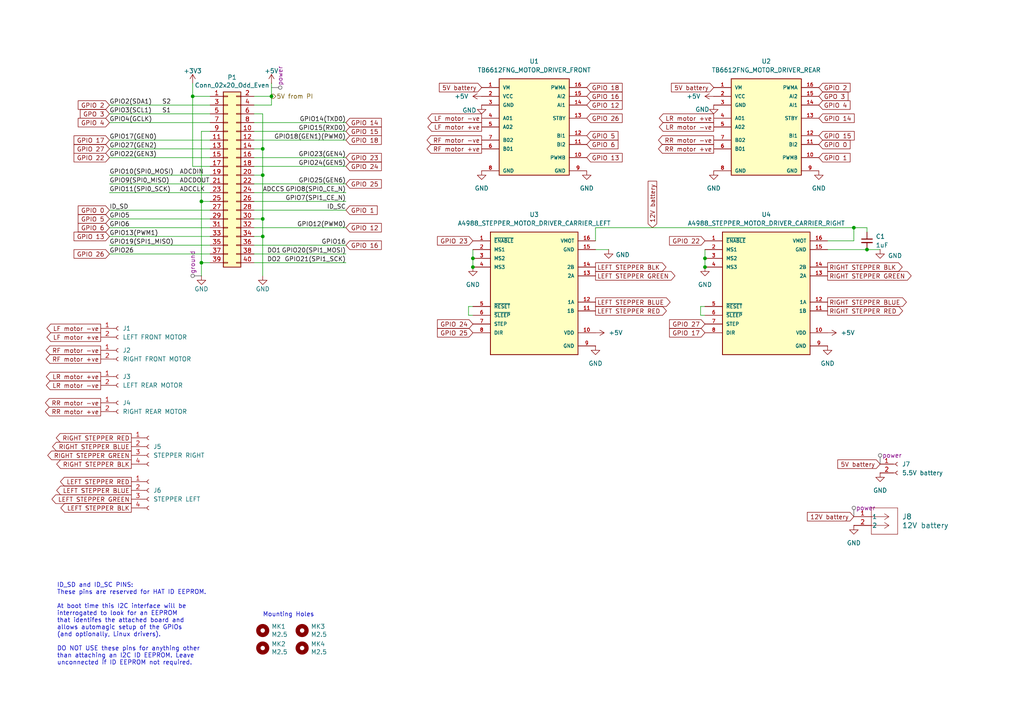
<source format=kicad_sch>
(kicad_sch
	(version 20250114)
	(generator "eeschema")
	(generator_version "9.0")
	(uuid "00e4b304-c19e-442d-aa1d-b7699b298c5a")
	(paper "A4")
	(title_block
		(date "15 nov 2012")
	)
	(lib_symbols
		(symbol "A4988_STEPPER_MOTOR_DRIVER_CARRIER:A4988_STEPPER_MOTOR_DRIVER_CARRIER"
			(pin_names
				(offset 1.016)
			)
			(exclude_from_sim no)
			(in_bom yes)
			(on_board yes)
			(property "Reference" "U"
				(at -12.7 19.05 0)
				(effects
					(font
						(size 1.27 1.27)
					)
					(justify left bottom)
				)
			)
			(property "Value" "A4988_STEPPER_MOTOR_DRIVER_CARRIER"
				(at -12.7 -21.59 0)
				(effects
					(font
						(size 1.27 1.27)
					)
					(justify left bottom)
				)
			)
			(property "Footprint" ""
				(at 0 0 0)
				(effects
					(font
						(size 1.27 1.27)
					)
					(justify bottom)
					(hide yes)
				)
			)
			(property "Datasheet" ""
				(at 0 0 0)
				(effects
					(font
						(size 1.27 1.27)
					)
					(hide yes)
				)
			)
			(property "Description" ""
				(at 0 0 0)
				(effects
					(font
						(size 1.27 1.27)
					)
					(justify bottom)
					(hide yes)
				)
			)
			(property "MF" ""
				(at 0 0 0)
				(effects
					(font
						(size 1.27 1.27)
					)
					(justify bottom)
					(hide yes)
				)
			)
			(property "PACKAGE" ""
				(at 0 0 0)
				(effects
					(font
						(size 1.27 1.27)
					)
					(justify bottom)
					(hide yes)
				)
			)
			(property "PRICE" ""
				(at 0 0 0)
				(effects
					(font
						(size 1.27 1.27)
					)
					(justify bottom)
					(hide yes)
				)
			)
			(property "Package" ""
				(at 0 0 0)
				(effects
					(font
						(size 1.27 1.27)
					)
					(justify bottom)
					(hide yes)
				)
			)
			(property "Check_prices" ""
				(at 0 0 0)
				(effects
					(font
						(size 1.27 1.27)
					)
					(justify bottom)
					(hide yes)
				)
			)
			(property "Price" ""
				(at 0 0 0)
				(effects
					(font
						(size 1.27 1.27)
					)
					(justify bottom)
					(hide yes)
				)
			)
			(property "SnapEDA_Link" ""
				(at 0 0 0)
				(effects
					(font
						(size 1.27 1.27)
					)
					(justify bottom)
					(hide yes)
				)
			)
			(property "MP" ""
				(at 0 0 0)
				(effects
					(font
						(size 1.27 1.27)
					)
					(justify bottom)
					(hide yes)
				)
			)
			(property "Availability" ""
				(at 0 0 0)
				(effects
					(font
						(size 1.27 1.27)
					)
					(justify bottom)
					(hide yes)
				)
			)
			(property "AVAILABILITY" ""
				(at 0 0 0)
				(effects
					(font
						(size 1.27 1.27)
					)
					(justify bottom)
					(hide yes)
				)
			)
			(property "Description_1" ""
				(at 0 0 0)
				(effects
					(font
						(size 1.27 1.27)
					)
					(justify bottom)
					(hide yes)
				)
			)
			(symbol "A4988_STEPPER_MOTOR_DRIVER_CARRIER_0_0"
				(rectangle
					(start -12.7 17.78)
					(end 12.7 -17.78)
					(stroke
						(width 0.254)
						(type default)
					)
					(fill
						(type background)
					)
				)
				(pin input line
					(at -17.78 15.24 0)
					(length 5.08)
					(name "~{ENABLE}"
						(effects
							(font
								(size 1.016 1.016)
							)
						)
					)
					(number "1"
						(effects
							(font
								(size 1.016 1.016)
							)
						)
					)
				)
				(pin input line
					(at -17.78 12.7 0)
					(length 5.08)
					(name "MS1"
						(effects
							(font
								(size 1.016 1.016)
							)
						)
					)
					(number "2"
						(effects
							(font
								(size 1.016 1.016)
							)
						)
					)
				)
				(pin input line
					(at -17.78 10.16 0)
					(length 5.08)
					(name "MS2"
						(effects
							(font
								(size 1.016 1.016)
							)
						)
					)
					(number "3"
						(effects
							(font
								(size 1.016 1.016)
							)
						)
					)
				)
				(pin input line
					(at -17.78 7.62 0)
					(length 5.08)
					(name "MS3"
						(effects
							(font
								(size 1.016 1.016)
							)
						)
					)
					(number "4"
						(effects
							(font
								(size 1.016 1.016)
							)
						)
					)
				)
				(pin input line
					(at -17.78 -3.81 0)
					(length 5.08)
					(name "~{RESET}"
						(effects
							(font
								(size 1.016 1.016)
							)
						)
					)
					(number "5"
						(effects
							(font
								(size 1.016 1.016)
							)
						)
					)
				)
				(pin input line
					(at -17.78 -6.35 0)
					(length 5.08)
					(name "~{SLEEP}"
						(effects
							(font
								(size 1.016 1.016)
							)
						)
					)
					(number "6"
						(effects
							(font
								(size 1.016 1.016)
							)
						)
					)
				)
				(pin input line
					(at -17.78 -8.89 0)
					(length 5.08)
					(name "STEP"
						(effects
							(font
								(size 1.016 1.016)
							)
						)
					)
					(number "7"
						(effects
							(font
								(size 1.016 1.016)
							)
						)
					)
				)
				(pin input line
					(at -17.78 -11.43 0)
					(length 5.08)
					(name "DIR"
						(effects
							(font
								(size 1.016 1.016)
							)
						)
					)
					(number "8"
						(effects
							(font
								(size 1.016 1.016)
							)
						)
					)
				)
				(pin power_in line
					(at 17.78 15.24 180)
					(length 5.08)
					(name "VMOT"
						(effects
							(font
								(size 1.016 1.016)
							)
						)
					)
					(number "16"
						(effects
							(font
								(size 1.016 1.016)
							)
						)
					)
				)
				(pin power_in line
					(at 17.78 12.7 180)
					(length 5.08)
					(name "GND"
						(effects
							(font
								(size 1.016 1.016)
							)
						)
					)
					(number "15"
						(effects
							(font
								(size 1.016 1.016)
							)
						)
					)
				)
				(pin output line
					(at 17.78 7.62 180)
					(length 5.08)
					(name "2B"
						(effects
							(font
								(size 1.016 1.016)
							)
						)
					)
					(number "14"
						(effects
							(font
								(size 1.016 1.016)
							)
						)
					)
				)
				(pin output line
					(at 17.78 5.08 180)
					(length 5.08)
					(name "2A"
						(effects
							(font
								(size 1.016 1.016)
							)
						)
					)
					(number "13"
						(effects
							(font
								(size 1.016 1.016)
							)
						)
					)
				)
				(pin output line
					(at 17.78 -2.54 180)
					(length 5.08)
					(name "1A"
						(effects
							(font
								(size 1.016 1.016)
							)
						)
					)
					(number "12"
						(effects
							(font
								(size 1.016 1.016)
							)
						)
					)
				)
				(pin output line
					(at 17.78 -5.08 180)
					(length 5.08)
					(name "1B"
						(effects
							(font
								(size 1.016 1.016)
							)
						)
					)
					(number "11"
						(effects
							(font
								(size 1.016 1.016)
							)
						)
					)
				)
				(pin power_in line
					(at 17.78 -11.43 180)
					(length 5.08)
					(name "VDD"
						(effects
							(font
								(size 1.016 1.016)
							)
						)
					)
					(number "10"
						(effects
							(font
								(size 1.016 1.016)
							)
						)
					)
				)
				(pin power_in line
					(at 17.78 -15.24 180)
					(length 5.08)
					(name "GND"
						(effects
							(font
								(size 1.016 1.016)
							)
						)
					)
					(number "9"
						(effects
							(font
								(size 1.016 1.016)
							)
						)
					)
				)
			)
			(embedded_fonts no)
		)
		(symbol "CONN_B2P-VH_JST:B2P-VHLFSN"
			(pin_names
				(offset 0.254)
			)
			(exclude_from_sim no)
			(in_bom yes)
			(on_board yes)
			(property "Reference" "J"
				(at 8.89 6.35 0)
				(effects
					(font
						(size 1.524 1.524)
					)
				)
			)
			(property "Value" "B2P-VHLFSN"
				(at 0 0 0)
				(effects
					(font
						(size 1.524 1.524)
					)
				)
			)
			(property "Footprint" "CONN_B2P-VH_JST"
				(at 0 0 0)
				(effects
					(font
						(size 1.27 1.27)
						(italic yes)
					)
					(hide yes)
				)
			)
			(property "Datasheet" "B2P-VHLFSN"
				(at 0 0 0)
				(effects
					(font
						(size 1.27 1.27)
						(italic yes)
					)
					(hide yes)
				)
			)
			(property "Description" ""
				(at 0 0 0)
				(effects
					(font
						(size 1.27 1.27)
					)
					(hide yes)
				)
			)
			(property "ki_locked" ""
				(at 0 0 0)
				(effects
					(font
						(size 1.27 1.27)
					)
				)
			)
			(property "ki_keywords" "B2P-VH(LF)(SN)"
				(at 0 0 0)
				(effects
					(font
						(size 1.27 1.27)
					)
					(hide yes)
				)
			)
			(property "ki_fp_filters" "CONN_B2P-VH_JST"
				(at 0 0 0)
				(effects
					(font
						(size 1.27 1.27)
					)
					(hide yes)
				)
			)
			(symbol "B2P-VHLFSN_1_1"
				(polyline
					(pts
						(xy 5.08 2.54) (xy 5.08 -5.08)
					)
					(stroke
						(width 0.127)
						(type default)
					)
					(fill
						(type none)
					)
				)
				(polyline
					(pts
						(xy 5.08 -5.08) (xy 12.7 -5.08)
					)
					(stroke
						(width 0.127)
						(type default)
					)
					(fill
						(type none)
					)
				)
				(polyline
					(pts
						(xy 10.16 0) (xy 5.08 0)
					)
					(stroke
						(width 0.127)
						(type default)
					)
					(fill
						(type none)
					)
				)
				(polyline
					(pts
						(xy 10.16 0) (xy 8.89 0.8467)
					)
					(stroke
						(width 0.127)
						(type default)
					)
					(fill
						(type none)
					)
				)
				(polyline
					(pts
						(xy 10.16 0) (xy 8.89 -0.8467)
					)
					(stroke
						(width 0.127)
						(type default)
					)
					(fill
						(type none)
					)
				)
				(polyline
					(pts
						(xy 10.16 -2.54) (xy 5.08 -2.54)
					)
					(stroke
						(width 0.127)
						(type default)
					)
					(fill
						(type none)
					)
				)
				(polyline
					(pts
						(xy 10.16 -2.54) (xy 8.89 -1.6933)
					)
					(stroke
						(width 0.127)
						(type default)
					)
					(fill
						(type none)
					)
				)
				(polyline
					(pts
						(xy 10.16 -2.54) (xy 8.89 -3.3867)
					)
					(stroke
						(width 0.127)
						(type default)
					)
					(fill
						(type none)
					)
				)
				(polyline
					(pts
						(xy 12.7 2.54) (xy 5.08 2.54)
					)
					(stroke
						(width 0.127)
						(type default)
					)
					(fill
						(type none)
					)
				)
				(polyline
					(pts
						(xy 12.7 -5.08) (xy 12.7 2.54)
					)
					(stroke
						(width 0.127)
						(type default)
					)
					(fill
						(type none)
					)
				)
				(pin unspecified line
					(at 0 0 0)
					(length 5.08)
					(name "1"
						(effects
							(font
								(size 1.27 1.27)
							)
						)
					)
					(number "1"
						(effects
							(font
								(size 1.27 1.27)
							)
						)
					)
				)
				(pin unspecified line
					(at 0 -2.54 0)
					(length 5.08)
					(name "2"
						(effects
							(font
								(size 1.27 1.27)
							)
						)
					)
					(number "2"
						(effects
							(font
								(size 1.27 1.27)
							)
						)
					)
				)
			)
			(symbol "B2P-VHLFSN_1_2"
				(polyline
					(pts
						(xy 5.08 2.54) (xy 5.08 -5.08)
					)
					(stroke
						(width 0.127)
						(type default)
					)
					(fill
						(type none)
					)
				)
				(polyline
					(pts
						(xy 5.08 -5.08) (xy 12.7 -5.08)
					)
					(stroke
						(width 0.127)
						(type default)
					)
					(fill
						(type none)
					)
				)
				(polyline
					(pts
						(xy 7.62 0) (xy 5.08 0)
					)
					(stroke
						(width 0.127)
						(type default)
					)
					(fill
						(type none)
					)
				)
				(polyline
					(pts
						(xy 7.62 0) (xy 8.89 0.8467)
					)
					(stroke
						(width 0.127)
						(type default)
					)
					(fill
						(type none)
					)
				)
				(polyline
					(pts
						(xy 7.62 0) (xy 8.89 -0.8467)
					)
					(stroke
						(width 0.127)
						(type default)
					)
					(fill
						(type none)
					)
				)
				(polyline
					(pts
						(xy 7.62 -2.54) (xy 5.08 -2.54)
					)
					(stroke
						(width 0.127)
						(type default)
					)
					(fill
						(type none)
					)
				)
				(polyline
					(pts
						(xy 7.62 -2.54) (xy 8.89 -1.6933)
					)
					(stroke
						(width 0.127)
						(type default)
					)
					(fill
						(type none)
					)
				)
				(polyline
					(pts
						(xy 7.62 -2.54) (xy 8.89 -3.3867)
					)
					(stroke
						(width 0.127)
						(type default)
					)
					(fill
						(type none)
					)
				)
				(polyline
					(pts
						(xy 12.7 2.54) (xy 5.08 2.54)
					)
					(stroke
						(width 0.127)
						(type default)
					)
					(fill
						(type none)
					)
				)
				(polyline
					(pts
						(xy 12.7 -5.08) (xy 12.7 2.54)
					)
					(stroke
						(width 0.127)
						(type default)
					)
					(fill
						(type none)
					)
				)
				(pin unspecified line
					(at 0 0 0)
					(length 5.08)
					(name "1"
						(effects
							(font
								(size 1.27 1.27)
							)
						)
					)
					(number "1"
						(effects
							(font
								(size 1.27 1.27)
							)
						)
					)
				)
				(pin unspecified line
					(at 0 -2.54 0)
					(length 5.08)
					(name "2"
						(effects
							(font
								(size 1.27 1.27)
							)
						)
					)
					(number "2"
						(effects
							(font
								(size 1.27 1.27)
							)
						)
					)
				)
			)
			(embedded_fonts no)
		)
		(symbol "Connector:Conn_01x02_Socket"
			(pin_names
				(offset 1.016)
				(hide yes)
			)
			(exclude_from_sim no)
			(in_bom yes)
			(on_board yes)
			(property "Reference" "J"
				(at 0 2.54 0)
				(effects
					(font
						(size 1.27 1.27)
					)
				)
			)
			(property "Value" "Conn_01x02_Socket"
				(at 0 -5.08 0)
				(effects
					(font
						(size 1.27 1.27)
					)
				)
			)
			(property "Footprint" ""
				(at 0 0 0)
				(effects
					(font
						(size 1.27 1.27)
					)
					(hide yes)
				)
			)
			(property "Datasheet" "~"
				(at 0 0 0)
				(effects
					(font
						(size 1.27 1.27)
					)
					(hide yes)
				)
			)
			(property "Description" "Generic connector, single row, 01x02, script generated"
				(at 0 0 0)
				(effects
					(font
						(size 1.27 1.27)
					)
					(hide yes)
				)
			)
			(property "ki_locked" ""
				(at 0 0 0)
				(effects
					(font
						(size 1.27 1.27)
					)
				)
			)
			(property "ki_keywords" "connector"
				(at 0 0 0)
				(effects
					(font
						(size 1.27 1.27)
					)
					(hide yes)
				)
			)
			(property "ki_fp_filters" "Connector*:*_1x??_*"
				(at 0 0 0)
				(effects
					(font
						(size 1.27 1.27)
					)
					(hide yes)
				)
			)
			(symbol "Conn_01x02_Socket_1_1"
				(polyline
					(pts
						(xy -1.27 0) (xy -0.508 0)
					)
					(stroke
						(width 0.1524)
						(type default)
					)
					(fill
						(type none)
					)
				)
				(polyline
					(pts
						(xy -1.27 -2.54) (xy -0.508 -2.54)
					)
					(stroke
						(width 0.1524)
						(type default)
					)
					(fill
						(type none)
					)
				)
				(arc
					(start 0 -0.508)
					(mid -0.5058 0)
					(end 0 0.508)
					(stroke
						(width 0.1524)
						(type default)
					)
					(fill
						(type none)
					)
				)
				(arc
					(start 0 -3.048)
					(mid -0.5058 -2.54)
					(end 0 -2.032)
					(stroke
						(width 0.1524)
						(type default)
					)
					(fill
						(type none)
					)
				)
				(pin passive line
					(at -5.08 0 0)
					(length 3.81)
					(name "Pin_1"
						(effects
							(font
								(size 1.27 1.27)
							)
						)
					)
					(number "1"
						(effects
							(font
								(size 1.27 1.27)
							)
						)
					)
				)
				(pin passive line
					(at -5.08 -2.54 0)
					(length 3.81)
					(name "Pin_2"
						(effects
							(font
								(size 1.27 1.27)
							)
						)
					)
					(number "2"
						(effects
							(font
								(size 1.27 1.27)
							)
						)
					)
				)
			)
			(embedded_fonts no)
		)
		(symbol "Connector:Conn_01x04_Socket"
			(pin_names
				(offset 1.016)
				(hide yes)
			)
			(exclude_from_sim no)
			(in_bom yes)
			(on_board yes)
			(property "Reference" "J"
				(at 0 5.08 0)
				(effects
					(font
						(size 1.27 1.27)
					)
				)
			)
			(property "Value" "Conn_01x04_Socket"
				(at 0 -7.62 0)
				(effects
					(font
						(size 1.27 1.27)
					)
				)
			)
			(property "Footprint" ""
				(at 0 0 0)
				(effects
					(font
						(size 1.27 1.27)
					)
					(hide yes)
				)
			)
			(property "Datasheet" "~"
				(at 0 0 0)
				(effects
					(font
						(size 1.27 1.27)
					)
					(hide yes)
				)
			)
			(property "Description" "Generic connector, single row, 01x04, script generated"
				(at 0 0 0)
				(effects
					(font
						(size 1.27 1.27)
					)
					(hide yes)
				)
			)
			(property "ki_locked" ""
				(at 0 0 0)
				(effects
					(font
						(size 1.27 1.27)
					)
				)
			)
			(property "ki_keywords" "connector"
				(at 0 0 0)
				(effects
					(font
						(size 1.27 1.27)
					)
					(hide yes)
				)
			)
			(property "ki_fp_filters" "Connector*:*_1x??_*"
				(at 0 0 0)
				(effects
					(font
						(size 1.27 1.27)
					)
					(hide yes)
				)
			)
			(symbol "Conn_01x04_Socket_1_1"
				(polyline
					(pts
						(xy -1.27 2.54) (xy -0.508 2.54)
					)
					(stroke
						(width 0.1524)
						(type default)
					)
					(fill
						(type none)
					)
				)
				(polyline
					(pts
						(xy -1.27 0) (xy -0.508 0)
					)
					(stroke
						(width 0.1524)
						(type default)
					)
					(fill
						(type none)
					)
				)
				(polyline
					(pts
						(xy -1.27 -2.54) (xy -0.508 -2.54)
					)
					(stroke
						(width 0.1524)
						(type default)
					)
					(fill
						(type none)
					)
				)
				(polyline
					(pts
						(xy -1.27 -5.08) (xy -0.508 -5.08)
					)
					(stroke
						(width 0.1524)
						(type default)
					)
					(fill
						(type none)
					)
				)
				(arc
					(start 0 2.032)
					(mid -0.5058 2.54)
					(end 0 3.048)
					(stroke
						(width 0.1524)
						(type default)
					)
					(fill
						(type none)
					)
				)
				(arc
					(start 0 -0.508)
					(mid -0.5058 0)
					(end 0 0.508)
					(stroke
						(width 0.1524)
						(type default)
					)
					(fill
						(type none)
					)
				)
				(arc
					(start 0 -3.048)
					(mid -0.5058 -2.54)
					(end 0 -2.032)
					(stroke
						(width 0.1524)
						(type default)
					)
					(fill
						(type none)
					)
				)
				(arc
					(start 0 -5.588)
					(mid -0.5058 -5.08)
					(end 0 -4.572)
					(stroke
						(width 0.1524)
						(type default)
					)
					(fill
						(type none)
					)
				)
				(pin passive line
					(at -5.08 2.54 0)
					(length 3.81)
					(name "Pin_1"
						(effects
							(font
								(size 1.27 1.27)
							)
						)
					)
					(number "1"
						(effects
							(font
								(size 1.27 1.27)
							)
						)
					)
				)
				(pin passive line
					(at -5.08 0 0)
					(length 3.81)
					(name "Pin_2"
						(effects
							(font
								(size 1.27 1.27)
							)
						)
					)
					(number "2"
						(effects
							(font
								(size 1.27 1.27)
							)
						)
					)
				)
				(pin passive line
					(at -5.08 -2.54 0)
					(length 3.81)
					(name "Pin_3"
						(effects
							(font
								(size 1.27 1.27)
							)
						)
					)
					(number "3"
						(effects
							(font
								(size 1.27 1.27)
							)
						)
					)
				)
				(pin passive line
					(at -5.08 -5.08 0)
					(length 3.81)
					(name "Pin_4"
						(effects
							(font
								(size 1.27 1.27)
							)
						)
					)
					(number "4"
						(effects
							(font
								(size 1.27 1.27)
							)
						)
					)
				)
			)
			(embedded_fonts no)
		)
		(symbol "Connector_Generic:Conn_02x20_Odd_Even"
			(pin_names
				(offset 1.016)
				(hide yes)
			)
			(exclude_from_sim no)
			(in_bom yes)
			(on_board yes)
			(property "Reference" "J"
				(at 1.27 25.4 0)
				(effects
					(font
						(size 1.27 1.27)
					)
				)
			)
			(property "Value" "Conn_02x20_Odd_Even"
				(at 1.27 -27.94 0)
				(effects
					(font
						(size 1.27 1.27)
					)
				)
			)
			(property "Footprint" ""
				(at 0 0 0)
				(effects
					(font
						(size 1.27 1.27)
					)
					(hide yes)
				)
			)
			(property "Datasheet" "~"
				(at 0 0 0)
				(effects
					(font
						(size 1.27 1.27)
					)
					(hide yes)
				)
			)
			(property "Description" "Generic connector, double row, 02x20, odd/even pin numbering scheme (row 1 odd numbers, row 2 even numbers), script generated (kicad-library-utils/schlib/autogen/connector/)"
				(at 0 0 0)
				(effects
					(font
						(size 1.27 1.27)
					)
					(hide yes)
				)
			)
			(property "ki_keywords" "connector"
				(at 0 0 0)
				(effects
					(font
						(size 1.27 1.27)
					)
					(hide yes)
				)
			)
			(property "ki_fp_filters" "Connector*:*_2x??_*"
				(at 0 0 0)
				(effects
					(font
						(size 1.27 1.27)
					)
					(hide yes)
				)
			)
			(symbol "Conn_02x20_Odd_Even_1_1"
				(rectangle
					(start -1.27 24.13)
					(end 3.81 -26.67)
					(stroke
						(width 0.254)
						(type default)
					)
					(fill
						(type background)
					)
				)
				(rectangle
					(start -1.27 22.987)
					(end 0 22.733)
					(stroke
						(width 0.1524)
						(type default)
					)
					(fill
						(type none)
					)
				)
				(rectangle
					(start -1.27 20.447)
					(end 0 20.193)
					(stroke
						(width 0.1524)
						(type default)
					)
					(fill
						(type none)
					)
				)
				(rectangle
					(start -1.27 17.907)
					(end 0 17.653)
					(stroke
						(width 0.1524)
						(type default)
					)
					(fill
						(type none)
					)
				)
				(rectangle
					(start -1.27 15.367)
					(end 0 15.113)
					(stroke
						(width 0.1524)
						(type default)
					)
					(fill
						(type none)
					)
				)
				(rectangle
					(start -1.27 12.827)
					(end 0 12.573)
					(stroke
						(width 0.1524)
						(type default)
					)
					(fill
						(type none)
					)
				)
				(rectangle
					(start -1.27 10.287)
					(end 0 10.033)
					(stroke
						(width 0.1524)
						(type default)
					)
					(fill
						(type none)
					)
				)
				(rectangle
					(start -1.27 7.747)
					(end 0 7.493)
					(stroke
						(width 0.1524)
						(type default)
					)
					(fill
						(type none)
					)
				)
				(rectangle
					(start -1.27 5.207)
					(end 0 4.953)
					(stroke
						(width 0.1524)
						(type default)
					)
					(fill
						(type none)
					)
				)
				(rectangle
					(start -1.27 2.667)
					(end 0 2.413)
					(stroke
						(width 0.1524)
						(type default)
					)
					(fill
						(type none)
					)
				)
				(rectangle
					(start -1.27 0.127)
					(end 0 -0.127)
					(stroke
						(width 0.1524)
						(type default)
					)
					(fill
						(type none)
					)
				)
				(rectangle
					(start -1.27 -2.413)
					(end 0 -2.667)
					(stroke
						(width 0.1524)
						(type default)
					)
					(fill
						(type none)
					)
				)
				(rectangle
					(start -1.27 -4.953)
					(end 0 -5.207)
					(stroke
						(width 0.1524)
						(type default)
					)
					(fill
						(type none)
					)
				)
				(rectangle
					(start -1.27 -7.493)
					(end 0 -7.747)
					(stroke
						(width 0.1524)
						(type default)
					)
					(fill
						(type none)
					)
				)
				(rectangle
					(start -1.27 -10.033)
					(end 0 -10.287)
					(stroke
						(width 0.1524)
						(type default)
					)
					(fill
						(type none)
					)
				)
				(rectangle
					(start -1.27 -12.573)
					(end 0 -12.827)
					(stroke
						(width 0.1524)
						(type default)
					)
					(fill
						(type none)
					)
				)
				(rectangle
					(start -1.27 -15.113)
					(end 0 -15.367)
					(stroke
						(width 0.1524)
						(type default)
					)
					(fill
						(type none)
					)
				)
				(rectangle
					(start -1.27 -17.653)
					(end 0 -17.907)
					(stroke
						(width 0.1524)
						(type default)
					)
					(fill
						(type none)
					)
				)
				(rectangle
					(start -1.27 -20.193)
					(end 0 -20.447)
					(stroke
						(width 0.1524)
						(type default)
					)
					(fill
						(type none)
					)
				)
				(rectangle
					(start -1.27 -22.733)
					(end 0 -22.987)
					(stroke
						(width 0.1524)
						(type default)
					)
					(fill
						(type none)
					)
				)
				(rectangle
					(start -1.27 -25.273)
					(end 0 -25.527)
					(stroke
						(width 0.1524)
						(type default)
					)
					(fill
						(type none)
					)
				)
				(rectangle
					(start 3.81 22.987)
					(end 2.54 22.733)
					(stroke
						(width 0.1524)
						(type default)
					)
					(fill
						(type none)
					)
				)
				(rectangle
					(start 3.81 20.447)
					(end 2.54 20.193)
					(stroke
						(width 0.1524)
						(type default)
					)
					(fill
						(type none)
					)
				)
				(rectangle
					(start 3.81 17.907)
					(end 2.54 17.653)
					(stroke
						(width 0.1524)
						(type default)
					)
					(fill
						(type none)
					)
				)
				(rectangle
					(start 3.81 15.367)
					(end 2.54 15.113)
					(stroke
						(width 0.1524)
						(type default)
					)
					(fill
						(type none)
					)
				)
				(rectangle
					(start 3.81 12.827)
					(end 2.54 12.573)
					(stroke
						(width 0.1524)
						(type default)
					)
					(fill
						(type none)
					)
				)
				(rectangle
					(start 3.81 10.287)
					(end 2.54 10.033)
					(stroke
						(width 0.1524)
						(type default)
					)
					(fill
						(type none)
					)
				)
				(rectangle
					(start 3.81 7.747)
					(end 2.54 7.493)
					(stroke
						(width 0.1524)
						(type default)
					)
					(fill
						(type none)
					)
				)
				(rectangle
					(start 3.81 5.207)
					(end 2.54 4.953)
					(stroke
						(width 0.1524)
						(type default)
					)
					(fill
						(type none)
					)
				)
				(rectangle
					(start 3.81 2.667)
					(end 2.54 2.413)
					(stroke
						(width 0.1524)
						(type default)
					)
					(fill
						(type none)
					)
				)
				(rectangle
					(start 3.81 0.127)
					(end 2.54 -0.127)
					(stroke
						(width 0.1524)
						(type default)
					)
					(fill
						(type none)
					)
				)
				(rectangle
					(start 3.81 -2.413)
					(end 2.54 -2.667)
					(stroke
						(width 0.1524)
						(type default)
					)
					(fill
						(type none)
					)
				)
				(rectangle
					(start 3.81 -4.953)
					(end 2.54 -5.207)
					(stroke
						(width 0.1524)
						(type default)
					)
					(fill
						(type none)
					)
				)
				(rectangle
					(start 3.81 -7.493)
					(end 2.54 -7.747)
					(stroke
						(width 0.1524)
						(type default)
					)
					(fill
						(type none)
					)
				)
				(rectangle
					(start 3.81 -10.033)
					(end 2.54 -10.287)
					(stroke
						(width 0.1524)
						(type default)
					)
					(fill
						(type none)
					)
				)
				(rectangle
					(start 3.81 -12.573)
					(end 2.54 -12.827)
					(stroke
						(width 0.1524)
						(type default)
					)
					(fill
						(type none)
					)
				)
				(rectangle
					(start 3.81 -15.113)
					(end 2.54 -15.367)
					(stroke
						(width 0.1524)
						(type default)
					)
					(fill
						(type none)
					)
				)
				(rectangle
					(start 3.81 -17.653)
					(end 2.54 -17.907)
					(stroke
						(width 0.1524)
						(type default)
					)
					(fill
						(type none)
					)
				)
				(rectangle
					(start 3.81 -20.193)
					(end 2.54 -20.447)
					(stroke
						(width 0.1524)
						(type default)
					)
					(fill
						(type none)
					)
				)
				(rectangle
					(start 3.81 -22.733)
					(end 2.54 -22.987)
					(stroke
						(width 0.1524)
						(type default)
					)
					(fill
						(type none)
					)
				)
				(rectangle
					(start 3.81 -25.273)
					(end 2.54 -25.527)
					(stroke
						(width 0.1524)
						(type default)
					)
					(fill
						(type none)
					)
				)
				(pin passive line
					(at -5.08 22.86 0)
					(length 3.81)
					(name "Pin_1"
						(effects
							(font
								(size 1.27 1.27)
							)
						)
					)
					(number "1"
						(effects
							(font
								(size 1.27 1.27)
							)
						)
					)
				)
				(pin passive line
					(at -5.08 20.32 0)
					(length 3.81)
					(name "Pin_3"
						(effects
							(font
								(size 1.27 1.27)
							)
						)
					)
					(number "3"
						(effects
							(font
								(size 1.27 1.27)
							)
						)
					)
				)
				(pin passive line
					(at -5.08 17.78 0)
					(length 3.81)
					(name "Pin_5"
						(effects
							(font
								(size 1.27 1.27)
							)
						)
					)
					(number "5"
						(effects
							(font
								(size 1.27 1.27)
							)
						)
					)
				)
				(pin passive line
					(at -5.08 15.24 0)
					(length 3.81)
					(name "Pin_7"
						(effects
							(font
								(size 1.27 1.27)
							)
						)
					)
					(number "7"
						(effects
							(font
								(size 1.27 1.27)
							)
						)
					)
				)
				(pin passive line
					(at -5.08 12.7 0)
					(length 3.81)
					(name "Pin_9"
						(effects
							(font
								(size 1.27 1.27)
							)
						)
					)
					(number "9"
						(effects
							(font
								(size 1.27 1.27)
							)
						)
					)
				)
				(pin passive line
					(at -5.08 10.16 0)
					(length 3.81)
					(name "Pin_11"
						(effects
							(font
								(size 1.27 1.27)
							)
						)
					)
					(number "11"
						(effects
							(font
								(size 1.27 1.27)
							)
						)
					)
				)
				(pin passive line
					(at -5.08 7.62 0)
					(length 3.81)
					(name "Pin_13"
						(effects
							(font
								(size 1.27 1.27)
							)
						)
					)
					(number "13"
						(effects
							(font
								(size 1.27 1.27)
							)
						)
					)
				)
				(pin passive line
					(at -5.08 5.08 0)
					(length 3.81)
					(name "Pin_15"
						(effects
							(font
								(size 1.27 1.27)
							)
						)
					)
					(number "15"
						(effects
							(font
								(size 1.27 1.27)
							)
						)
					)
				)
				(pin passive line
					(at -5.08 2.54 0)
					(length 3.81)
					(name "Pin_17"
						(effects
							(font
								(size 1.27 1.27)
							)
						)
					)
					(number "17"
						(effects
							(font
								(size 1.27 1.27)
							)
						)
					)
				)
				(pin passive line
					(at -5.08 0 0)
					(length 3.81)
					(name "Pin_19"
						(effects
							(font
								(size 1.27 1.27)
							)
						)
					)
					(number "19"
						(effects
							(font
								(size 1.27 1.27)
							)
						)
					)
				)
				(pin passive line
					(at -5.08 -2.54 0)
					(length 3.81)
					(name "Pin_21"
						(effects
							(font
								(size 1.27 1.27)
							)
						)
					)
					(number "21"
						(effects
							(font
								(size 1.27 1.27)
							)
						)
					)
				)
				(pin passive line
					(at -5.08 -5.08 0)
					(length 3.81)
					(name "Pin_23"
						(effects
							(font
								(size 1.27 1.27)
							)
						)
					)
					(number "23"
						(effects
							(font
								(size 1.27 1.27)
							)
						)
					)
				)
				(pin passive line
					(at -5.08 -7.62 0)
					(length 3.81)
					(name "Pin_25"
						(effects
							(font
								(size 1.27 1.27)
							)
						)
					)
					(number "25"
						(effects
							(font
								(size 1.27 1.27)
							)
						)
					)
				)
				(pin passive line
					(at -5.08 -10.16 0)
					(length 3.81)
					(name "Pin_27"
						(effects
							(font
								(size 1.27 1.27)
							)
						)
					)
					(number "27"
						(effects
							(font
								(size 1.27 1.27)
							)
						)
					)
				)
				(pin passive line
					(at -5.08 -12.7 0)
					(length 3.81)
					(name "Pin_29"
						(effects
							(font
								(size 1.27 1.27)
							)
						)
					)
					(number "29"
						(effects
							(font
								(size 1.27 1.27)
							)
						)
					)
				)
				(pin passive line
					(at -5.08 -15.24 0)
					(length 3.81)
					(name "Pin_31"
						(effects
							(font
								(size 1.27 1.27)
							)
						)
					)
					(number "31"
						(effects
							(font
								(size 1.27 1.27)
							)
						)
					)
				)
				(pin passive line
					(at -5.08 -17.78 0)
					(length 3.81)
					(name "Pin_33"
						(effects
							(font
								(size 1.27 1.27)
							)
						)
					)
					(number "33"
						(effects
							(font
								(size 1.27 1.27)
							)
						)
					)
				)
				(pin passive line
					(at -5.08 -20.32 0)
					(length 3.81)
					(name "Pin_35"
						(effects
							(font
								(size 1.27 1.27)
							)
						)
					)
					(number "35"
						(effects
							(font
								(size 1.27 1.27)
							)
						)
					)
				)
				(pin passive line
					(at -5.08 -22.86 0)
					(length 3.81)
					(name "Pin_37"
						(effects
							(font
								(size 1.27 1.27)
							)
						)
					)
					(number "37"
						(effects
							(font
								(size 1.27 1.27)
							)
						)
					)
				)
				(pin passive line
					(at -5.08 -25.4 0)
					(length 3.81)
					(name "Pin_39"
						(effects
							(font
								(size 1.27 1.27)
							)
						)
					)
					(number "39"
						(effects
							(font
								(size 1.27 1.27)
							)
						)
					)
				)
				(pin passive line
					(at 7.62 22.86 180)
					(length 3.81)
					(name "Pin_2"
						(effects
							(font
								(size 1.27 1.27)
							)
						)
					)
					(number "2"
						(effects
							(font
								(size 1.27 1.27)
							)
						)
					)
				)
				(pin passive line
					(at 7.62 20.32 180)
					(length 3.81)
					(name "Pin_4"
						(effects
							(font
								(size 1.27 1.27)
							)
						)
					)
					(number "4"
						(effects
							(font
								(size 1.27 1.27)
							)
						)
					)
				)
				(pin passive line
					(at 7.62 17.78 180)
					(length 3.81)
					(name "Pin_6"
						(effects
							(font
								(size 1.27 1.27)
							)
						)
					)
					(number "6"
						(effects
							(font
								(size 1.27 1.27)
							)
						)
					)
				)
				(pin passive line
					(at 7.62 15.24 180)
					(length 3.81)
					(name "Pin_8"
						(effects
							(font
								(size 1.27 1.27)
							)
						)
					)
					(number "8"
						(effects
							(font
								(size 1.27 1.27)
							)
						)
					)
				)
				(pin passive line
					(at 7.62 12.7 180)
					(length 3.81)
					(name "Pin_10"
						(effects
							(font
								(size 1.27 1.27)
							)
						)
					)
					(number "10"
						(effects
							(font
								(size 1.27 1.27)
							)
						)
					)
				)
				(pin passive line
					(at 7.62 10.16 180)
					(length 3.81)
					(name "Pin_12"
						(effects
							(font
								(size 1.27 1.27)
							)
						)
					)
					(number "12"
						(effects
							(font
								(size 1.27 1.27)
							)
						)
					)
				)
				(pin passive line
					(at 7.62 7.62 180)
					(length 3.81)
					(name "Pin_14"
						(effects
							(font
								(size 1.27 1.27)
							)
						)
					)
					(number "14"
						(effects
							(font
								(size 1.27 1.27)
							)
						)
					)
				)
				(pin passive line
					(at 7.62 5.08 180)
					(length 3.81)
					(name "Pin_16"
						(effects
							(font
								(size 1.27 1.27)
							)
						)
					)
					(number "16"
						(effects
							(font
								(size 1.27 1.27)
							)
						)
					)
				)
				(pin passive line
					(at 7.62 2.54 180)
					(length 3.81)
					(name "Pin_18"
						(effects
							(font
								(size 1.27 1.27)
							)
						)
					)
					(number "18"
						(effects
							(font
								(size 1.27 1.27)
							)
						)
					)
				)
				(pin passive line
					(at 7.62 0 180)
					(length 3.81)
					(name "Pin_20"
						(effects
							(font
								(size 1.27 1.27)
							)
						)
					)
					(number "20"
						(effects
							(font
								(size 1.27 1.27)
							)
						)
					)
				)
				(pin passive line
					(at 7.62 -2.54 180)
					(length 3.81)
					(name "Pin_22"
						(effects
							(font
								(size 1.27 1.27)
							)
						)
					)
					(number "22"
						(effects
							(font
								(size 1.27 1.27)
							)
						)
					)
				)
				(pin passive line
					(at 7.62 -5.08 180)
					(length 3.81)
					(name "Pin_24"
						(effects
							(font
								(size 1.27 1.27)
							)
						)
					)
					(number "24"
						(effects
							(font
								(size 1.27 1.27)
							)
						)
					)
				)
				(pin passive line
					(at 7.62 -7.62 180)
					(length 3.81)
					(name "Pin_26"
						(effects
							(font
								(size 1.27 1.27)
							)
						)
					)
					(number "26"
						(effects
							(font
								(size 1.27 1.27)
							)
						)
					)
				)
				(pin passive line
					(at 7.62 -10.16 180)
					(length 3.81)
					(name "Pin_28"
						(effects
							(font
								(size 1.27 1.27)
							)
						)
					)
					(number "28"
						(effects
							(font
								(size 1.27 1.27)
							)
						)
					)
				)
				(pin passive line
					(at 7.62 -12.7 180)
					(length 3.81)
					(name "Pin_30"
						(effects
							(font
								(size 1.27 1.27)
							)
						)
					)
					(number "30"
						(effects
							(font
								(size 1.27 1.27)
							)
						)
					)
				)
				(pin passive line
					(at 7.62 -15.24 180)
					(length 3.81)
					(name "Pin_32"
						(effects
							(font
								(size 1.27 1.27)
							)
						)
					)
					(number "32"
						(effects
							(font
								(size 1.27 1.27)
							)
						)
					)
				)
				(pin passive line
					(at 7.62 -17.78 180)
					(length 3.81)
					(name "Pin_34"
						(effects
							(font
								(size 1.27 1.27)
							)
						)
					)
					(number "34"
						(effects
							(font
								(size 1.27 1.27)
							)
						)
					)
				)
				(pin passive line
					(at 7.62 -20.32 180)
					(length 3.81)
					(name "Pin_36"
						(effects
							(font
								(size 1.27 1.27)
							)
						)
					)
					(number "36"
						(effects
							(font
								(size 1.27 1.27)
							)
						)
					)
				)
				(pin passive line
					(at 7.62 -22.86 180)
					(length 3.81)
					(name "Pin_38"
						(effects
							(font
								(size 1.27 1.27)
							)
						)
					)
					(number "38"
						(effects
							(font
								(size 1.27 1.27)
							)
						)
					)
				)
				(pin passive line
					(at 7.62 -25.4 180)
					(length 3.81)
					(name "Pin_40"
						(effects
							(font
								(size 1.27 1.27)
							)
						)
					)
					(number "40"
						(effects
							(font
								(size 1.27 1.27)
							)
						)
					)
				)
			)
			(embedded_fonts no)
		)
		(symbol "Device:C_Small"
			(pin_numbers
				(hide yes)
			)
			(pin_names
				(offset 0.254)
				(hide yes)
			)
			(exclude_from_sim no)
			(in_bom yes)
			(on_board yes)
			(property "Reference" "C"
				(at 0.254 1.778 0)
				(effects
					(font
						(size 1.27 1.27)
					)
					(justify left)
				)
			)
			(property "Value" "C_Small"
				(at 0.254 -2.032 0)
				(effects
					(font
						(size 1.27 1.27)
					)
					(justify left)
				)
			)
			(property "Footprint" ""
				(at 0 0 0)
				(effects
					(font
						(size 1.27 1.27)
					)
					(hide yes)
				)
			)
			(property "Datasheet" "~"
				(at 0 0 0)
				(effects
					(font
						(size 1.27 1.27)
					)
					(hide yes)
				)
			)
			(property "Description" "Unpolarized capacitor, small symbol"
				(at 0 0 0)
				(effects
					(font
						(size 1.27 1.27)
					)
					(hide yes)
				)
			)
			(property "ki_keywords" "capacitor cap"
				(at 0 0 0)
				(effects
					(font
						(size 1.27 1.27)
					)
					(hide yes)
				)
			)
			(property "ki_fp_filters" "C_*"
				(at 0 0 0)
				(effects
					(font
						(size 1.27 1.27)
					)
					(hide yes)
				)
			)
			(symbol "C_Small_0_1"
				(polyline
					(pts
						(xy -1.524 0.508) (xy 1.524 0.508)
					)
					(stroke
						(width 0.3048)
						(type default)
					)
					(fill
						(type none)
					)
				)
				(polyline
					(pts
						(xy -1.524 -0.508) (xy 1.524 -0.508)
					)
					(stroke
						(width 0.3302)
						(type default)
					)
					(fill
						(type none)
					)
				)
			)
			(symbol "C_Small_1_1"
				(pin passive line
					(at 0 2.54 270)
					(length 2.032)
					(name "~"
						(effects
							(font
								(size 1.27 1.27)
							)
						)
					)
					(number "1"
						(effects
							(font
								(size 1.27 1.27)
							)
						)
					)
				)
				(pin passive line
					(at 0 -2.54 90)
					(length 2.032)
					(name "~"
						(effects
							(font
								(size 1.27 1.27)
							)
						)
					)
					(number "2"
						(effects
							(font
								(size 1.27 1.27)
							)
						)
					)
				)
			)
			(embedded_fonts no)
		)
		(symbol "Lec18-PCB_kicad-rescue:+3.3V-power"
			(power)
			(pin_names
				(offset 0)
			)
			(exclude_from_sim no)
			(in_bom yes)
			(on_board yes)
			(property "Reference" "#PWR"
				(at 0 -3.81 0)
				(effects
					(font
						(size 1.27 1.27)
					)
					(hide yes)
				)
			)
			(property "Value" "+3.3V-power"
				(at 0 3.556 0)
				(effects
					(font
						(size 1.27 1.27)
					)
				)
			)
			(property "Footprint" ""
				(at 0 0 0)
				(effects
					(font
						(size 1.27 1.27)
					)
					(hide yes)
				)
			)
			(property "Datasheet" ""
				(at 0 0 0)
				(effects
					(font
						(size 1.27 1.27)
					)
					(hide yes)
				)
			)
			(property "Description" ""
				(at 0 0 0)
				(effects
					(font
						(size 1.27 1.27)
					)
					(hide yes)
				)
			)
			(symbol "+3.3V-power_0_1"
				(polyline
					(pts
						(xy -0.762 1.27) (xy 0 2.54)
					)
					(stroke
						(width 0)
						(type solid)
					)
					(fill
						(type none)
					)
				)
				(polyline
					(pts
						(xy 0 2.54) (xy 0.762 1.27)
					)
					(stroke
						(width 0)
						(type solid)
					)
					(fill
						(type none)
					)
				)
				(polyline
					(pts
						(xy 0 0) (xy 0 2.54)
					)
					(stroke
						(width 0)
						(type solid)
					)
					(fill
						(type none)
					)
				)
			)
			(symbol "+3.3V-power_1_1"
				(pin power_in line
					(at 0 0 90)
					(length 0)
					(hide yes)
					(name "+3V3"
						(effects
							(font
								(size 1.27 1.27)
							)
						)
					)
					(number "1"
						(effects
							(font
								(size 1.27 1.27)
							)
						)
					)
				)
			)
			(embedded_fonts no)
		)
		(symbol "Lec18-PCB_kicad-rescue:Mounting_Hole-Mechanical"
			(pin_names
				(offset 1.016)
			)
			(exclude_from_sim no)
			(in_bom yes)
			(on_board yes)
			(property "Reference" "MK"
				(at 0 5.08 0)
				(effects
					(font
						(size 1.27 1.27)
					)
				)
			)
			(property "Value" "Mounting_Hole-Mechanical"
				(at 0 3.175 0)
				(effects
					(font
						(size 1.27 1.27)
					)
				)
			)
			(property "Footprint" ""
				(at 0 0 0)
				(effects
					(font
						(size 1.27 1.27)
					)
					(hide yes)
				)
			)
			(property "Datasheet" ""
				(at 0 0 0)
				(effects
					(font
						(size 1.27 1.27)
					)
					(hide yes)
				)
			)
			(property "Description" ""
				(at 0 0 0)
				(effects
					(font
						(size 1.27 1.27)
					)
					(hide yes)
				)
			)
			(property "ki_fp_filters" "Mounting?Hole* Hole*"
				(at 0 0 0)
				(effects
					(font
						(size 1.27 1.27)
					)
					(hide yes)
				)
			)
			(symbol "Mounting_Hole-Mechanical_0_1"
				(circle
					(center 0 0)
					(radius 1.27)
					(stroke
						(width 1.27)
						(type solid)
					)
					(fill
						(type none)
					)
				)
			)
			(embedded_fonts no)
		)
		(symbol "ROB-14450:ROB-14450"
			(pin_names
				(offset 1.016)
			)
			(exclude_from_sim no)
			(in_bom yes)
			(on_board yes)
			(property "Reference" "U"
				(at -10.16 16.002 0)
				(effects
					(font
						(size 1.27 1.27)
					)
					(justify left bottom)
				)
			)
			(property "Value" "ROB-14450"
				(at -10.16 -15.24 0)
				(effects
					(font
						(size 1.27 1.27)
					)
					(justify left bottom)
				)
			)
			(property "Footprint" ""
				(at 0.254 -21.59 0)
				(effects
					(font
						(size 1.27 1.27)
					)
					(justify bottom)
					(hide yes)
				)
			)
			(property "Datasheet" ""
				(at 0 0 0)
				(effects
					(font
						(size 1.27 1.27)
					)
					(hide yes)
				)
			)
			(property "Description" ""
				(at 0 0 0)
				(effects
					(font
						(size 1.27 1.27)
					)
					(hide yes)
				)
			)
			(property "MF" ""
				(at 0 0 0)
				(effects
					(font
						(size 1.27 1.27)
					)
					(justify bottom)
					(hide yes)
				)
			)
			(property "Description_1" ""
				(at 1.27 -16.51 0)
				(effects
					(font
						(size 1.27 1.27)
					)
					(justify bottom)
					(hide yes)
				)
			)
			(property "Package" ""
				(at 0 19.558 0)
				(effects
					(font
						(size 1.27 1.27)
					)
					(justify bottom)
					(hide yes)
				)
			)
			(property "Price" ""
				(at 0 0 0)
				(effects
					(font
						(size 1.27 1.27)
					)
					(justify bottom)
					(hide yes)
				)
			)
			(property "Check_prices" ""
				(at 0 0 0)
				(effects
					(font
						(size 1.27 1.27)
					)
					(justify bottom)
					(hide yes)
				)
			)
			(property "STANDARD" ""
				(at -0.762 22.098 0)
				(effects
					(font
						(size 1.27 1.27)
					)
					(justify bottom)
					(hide yes)
				)
			)
			(property "PARTREV" ""
				(at 0 0 0)
				(effects
					(font
						(size 1.27 1.27)
					)
					(justify bottom)
					(hide yes)
				)
			)
			(property "SnapEDA_Link" ""
				(at -1.524 -19.558 0)
				(effects
					(font
						(size 1.27 1.27)
					)
					(justify bottom)
					(hide yes)
				)
			)
			(property "MP" ""
				(at 0 0 0)
				(effects
					(font
						(size 1.27 1.27)
					)
					(justify bottom)
					(hide yes)
				)
			)
			(property "Availability" ""
				(at 0 0 0)
				(effects
					(font
						(size 1.27 1.27)
					)
					(justify bottom)
					(hide yes)
				)
			)
			(property "MANUFACTURER" ""
				(at 0 0 0)
				(effects
					(font
						(size 1.27 1.27)
					)
					(justify bottom)
					(hide yes)
				)
			)
			(symbol "ROB-14450_0_0"
				(rectangle
					(start -10.16 -12.7)
					(end 10.16 15.24)
					(stroke
						(width 0.254)
						(type default)
					)
					(fill
						(type background)
					)
				)
				(pin power_in line
					(at -15.24 12.7 0)
					(length 5.08)
					(name "VM"
						(effects
							(font
								(size 1.016 1.016)
							)
						)
					)
					(number "1"
						(effects
							(font
								(size 1.016 1.016)
							)
						)
					)
				)
				(pin power_in line
					(at -15.24 10.16 0)
					(length 5.08)
					(name "VCC"
						(effects
							(font
								(size 1.016 1.016)
							)
						)
					)
					(number "2"
						(effects
							(font
								(size 1.016 1.016)
							)
						)
					)
				)
				(pin power_in line
					(at -15.24 7.62 0)
					(length 5.08)
					(name "GND"
						(effects
							(font
								(size 1.016 1.016)
							)
						)
					)
					(number "3"
						(effects
							(font
								(size 1.016 1.016)
							)
						)
					)
				)
				(pin output line
					(at -15.24 3.81 0)
					(length 5.08)
					(name "A01"
						(effects
							(font
								(size 1.016 1.016)
							)
						)
					)
					(number "4"
						(effects
							(font
								(size 1.016 1.016)
							)
						)
					)
				)
				(pin output line
					(at -15.24 1.27 0)
					(length 5.08)
					(name "A02"
						(effects
							(font
								(size 1.016 1.016)
							)
						)
					)
					(number "5"
						(effects
							(font
								(size 1.016 1.016)
							)
						)
					)
				)
				(pin power_in line
					(at -15.24 -11.43 0)
					(length 5.08)
					(name "GND"
						(effects
							(font
								(size 1.016 1.016)
							)
						)
					)
					(number "8"
						(effects
							(font
								(size 1.016 1.016)
							)
						)
					)
				)
				(pin input line
					(at 15.24 12.7 180)
					(length 5.08)
					(name "PWMA"
						(effects
							(font
								(size 1.016 1.016)
							)
						)
					)
					(number "16"
						(effects
							(font
								(size 1.016 1.016)
							)
						)
					)
				)
				(pin input line
					(at 15.24 3.81 180)
					(length 5.08)
					(name "STBY"
						(effects
							(font
								(size 1.016 1.016)
							)
						)
					)
					(number "13"
						(effects
							(font
								(size 1.016 1.016)
							)
						)
					)
				)
				(pin input line
					(at 15.24 -1.27 180)
					(length 5.08)
					(name "BI1"
						(effects
							(font
								(size 1.016 1.016)
							)
						)
					)
					(number "12"
						(effects
							(font
								(size 1.016 1.016)
							)
						)
					)
				)
				(pin input line
					(at 15.24 -3.81 180)
					(length 5.08)
					(name "BI2"
						(effects
							(font
								(size 1.016 1.016)
							)
						)
					)
					(number "11"
						(effects
							(font
								(size 1.016 1.016)
							)
						)
					)
				)
				(pin input line
					(at 15.24 -7.62 180)
					(length 5.08)
					(name "PWMB"
						(effects
							(font
								(size 1.016 1.016)
							)
						)
					)
					(number "10"
						(effects
							(font
								(size 1.016 1.016)
							)
						)
					)
				)
			)
			(symbol "ROB-14450_1_0"
				(pin output line
					(at -15.24 -2.54 0)
					(length 5.08)
					(name "B02"
						(effects
							(font
								(size 1.016 1.016)
							)
						)
					)
					(number "7"
						(effects
							(font
								(size 1.016 1.016)
							)
						)
					)
				)
				(pin output line
					(at -15.24 -5.08 0)
					(length 5.08)
					(name "B01"
						(effects
							(font
								(size 1.016 1.016)
							)
						)
					)
					(number "6"
						(effects
							(font
								(size 1.016 1.016)
							)
						)
					)
				)
				(pin input line
					(at 15.24 10.16 180)
					(length 5.08)
					(name "AI2"
						(effects
							(font
								(size 1.016 1.016)
							)
						)
					)
					(number "15"
						(effects
							(font
								(size 1.016 1.016)
							)
						)
					)
				)
				(pin input line
					(at 15.24 7.62 180)
					(length 5.08)
					(name "AI1"
						(effects
							(font
								(size 1.016 1.016)
							)
						)
					)
					(number "14"
						(effects
							(font
								(size 1.016 1.016)
							)
						)
					)
				)
				(pin power_in line
					(at 15.24 -11.43 180)
					(length 5.08)
					(name "GND"
						(effects
							(font
								(size 1.016 1.016)
							)
						)
					)
					(number "9"
						(effects
							(font
								(size 1.016 1.016)
							)
						)
					)
				)
			)
			(embedded_fonts no)
		)
		(symbol "power:+5V"
			(power)
			(pin_numbers
				(hide yes)
			)
			(pin_names
				(offset 0)
				(hide yes)
			)
			(exclude_from_sim no)
			(in_bom yes)
			(on_board yes)
			(property "Reference" "#PWR"
				(at 0 -3.81 0)
				(effects
					(font
						(size 1.27 1.27)
					)
					(hide yes)
				)
			)
			(property "Value" "+5V"
				(at 0 3.556 0)
				(effects
					(font
						(size 1.27 1.27)
					)
				)
			)
			(property "Footprint" ""
				(at 0 0 0)
				(effects
					(font
						(size 1.27 1.27)
					)
					(hide yes)
				)
			)
			(property "Datasheet" ""
				(at 0 0 0)
				(effects
					(font
						(size 1.27 1.27)
					)
					(hide yes)
				)
			)
			(property "Description" "Power symbol creates a global label with name \"+5V\""
				(at 0 0 0)
				(effects
					(font
						(size 1.27 1.27)
					)
					(hide yes)
				)
			)
			(property "ki_keywords" "global power"
				(at 0 0 0)
				(effects
					(font
						(size 1.27 1.27)
					)
					(hide yes)
				)
			)
			(symbol "+5V_0_1"
				(polyline
					(pts
						(xy -0.762 1.27) (xy 0 2.54)
					)
					(stroke
						(width 0)
						(type default)
					)
					(fill
						(type none)
					)
				)
				(polyline
					(pts
						(xy 0 2.54) (xy 0.762 1.27)
					)
					(stroke
						(width 0)
						(type default)
					)
					(fill
						(type none)
					)
				)
				(polyline
					(pts
						(xy 0 0) (xy 0 2.54)
					)
					(stroke
						(width 0)
						(type default)
					)
					(fill
						(type none)
					)
				)
			)
			(symbol "+5V_1_1"
				(pin power_in line
					(at 0 0 90)
					(length 0)
					(name "~"
						(effects
							(font
								(size 1.27 1.27)
							)
						)
					)
					(number "1"
						(effects
							(font
								(size 1.27 1.27)
							)
						)
					)
				)
			)
			(embedded_fonts no)
		)
		(symbol "power:GND"
			(power)
			(pin_numbers
				(hide yes)
			)
			(pin_names
				(offset 0)
				(hide yes)
			)
			(exclude_from_sim no)
			(in_bom yes)
			(on_board yes)
			(property "Reference" "#PWR"
				(at 0 -6.35 0)
				(effects
					(font
						(size 1.27 1.27)
					)
					(hide yes)
				)
			)
			(property "Value" "GND"
				(at 0 -3.81 0)
				(effects
					(font
						(size 1.27 1.27)
					)
				)
			)
			(property "Footprint" ""
				(at 0 0 0)
				(effects
					(font
						(size 1.27 1.27)
					)
					(hide yes)
				)
			)
			(property "Datasheet" ""
				(at 0 0 0)
				(effects
					(font
						(size 1.27 1.27)
					)
					(hide yes)
				)
			)
			(property "Description" "Power symbol creates a global label with name \"GND\" , ground"
				(at 0 0 0)
				(effects
					(font
						(size 1.27 1.27)
					)
					(hide yes)
				)
			)
			(property "ki_keywords" "global power"
				(at 0 0 0)
				(effects
					(font
						(size 1.27 1.27)
					)
					(hide yes)
				)
			)
			(symbol "GND_0_1"
				(polyline
					(pts
						(xy 0 0) (xy 0 -1.27) (xy 1.27 -1.27) (xy 0 -2.54) (xy -1.27 -1.27) (xy 0 -1.27)
					)
					(stroke
						(width 0)
						(type default)
					)
					(fill
						(type none)
					)
				)
			)
			(symbol "GND_1_1"
				(pin power_in line
					(at 0 0 270)
					(length 0)
					(name "~"
						(effects
							(font
								(size 1.27 1.27)
							)
						)
					)
					(number "1"
						(effects
							(font
								(size 1.27 1.27)
							)
						)
					)
				)
			)
			(embedded_fonts no)
		)
	)
	(text "ID_SD and ID_SC PINS:\nThese pins are reserved for HAT ID EEPROM.\n\nAt boot time this I2C interface will be\ninterrogated to look for an EEPROM\nthat identifes the attached board and\nallows automagic setup of the GPIOs\n(and optionally, Linux drivers).\n\nDO NOT USE these pins for anything other\nthan attaching an I2C ID EEPROM. Leave\nunconnected if ID EEPROM not required."
		(exclude_from_sim no)
		(at 16.51 193.04 0)
		(effects
			(font
				(size 1.27 1.27)
			)
			(justify left bottom)
		)
		(uuid "999d555f-fd23-416e-b07c-5db39a5fde13")
	)
	(text "Mounting Holes"
		(exclude_from_sim no)
		(at 76.2 179.07 0)
		(effects
			(font
				(size 1.27 1.27)
			)
			(justify left bottom)
		)
		(uuid "fa6a4e74-b88f-408e-b817-c47575282551")
	)
	(junction
		(at 76.2 43.18)
		(diameter 0)
		(color 0 0 0 0)
		(uuid "0a6a3b35-a287-473c-9d15-17ad51e84d85")
	)
	(junction
		(at 251.46 72.39)
		(diameter 0)
		(color 0 0 0 0)
		(uuid "0acf6b8a-d752-4dd1-b4de-a1ae302f18c7")
	)
	(junction
		(at 204.47 74.93)
		(diameter 0)
		(color 0 0 0 0)
		(uuid "3a4cd8c6-6bf3-4cee-a99d-e09938f6a90d")
	)
	(junction
		(at 204.47 77.47)
		(diameter 0)
		(color 0 0 0 0)
		(uuid "3bbc6716-d379-41ca-87e7-26442a42a7fd")
	)
	(junction
		(at 76.2 50.8)
		(diameter 0)
		(color 0 0 0 0)
		(uuid "3cc5f06a-e30d-4d2a-86a7-4768d999052f")
	)
	(junction
		(at 76.2 63.5)
		(diameter 0)
		(color 0 0 0 0)
		(uuid "564088b3-3988-4ede-90f8-2a800312bf18")
	)
	(junction
		(at 247.65 66.04)
		(diameter 0)
		(color 0 0 0 0)
		(uuid "5c89a745-3cae-44ce-b9f3-e07dad6f53e3")
	)
	(junction
		(at 137.16 74.93)
		(diameter 0)
		(color 0 0 0 0)
		(uuid "64973d39-5605-4cda-9195-3238212a5efb")
	)
	(junction
		(at 58.42 76.2)
		(diameter 0)
		(color 0 0 0 0)
		(uuid "7d2f26a7-13f1-41f4-999b-ee5be776ed84")
	)
	(junction
		(at 137.16 77.47)
		(diameter 0)
		(color 0 0 0 0)
		(uuid "95499f3e-bd1e-4c3d-bbf6-602a2a0420e4")
	)
	(junction
		(at 76.2 68.58)
		(diameter 0)
		(color 0 0 0 0)
		(uuid "a9063b57-591d-4913-baad-f67ea01189c7")
	)
	(junction
		(at 78.74 27.94)
		(diameter 0)
		(color 0 0 0 0)
		(uuid "af3b7e22-1caa-4277-a546-728daee78714")
	)
	(junction
		(at 58.42 58.42)
		(diameter 0)
		(color 0 0 0 0)
		(uuid "bd5b9893-1274-4496-a8a4-119f067e8c62")
	)
	(junction
		(at 55.88 27.94)
		(diameter 0)
		(color 0 0 0 0)
		(uuid "bdcb7665-9c62-455f-9a83-99941887c170")
	)
	(wire
		(pts
			(xy 60.96 68.58) (xy 31.75 68.58)
		)
		(stroke
			(width 0)
			(type default)
		)
		(uuid "065ead0f-4a96-4a89-aa7f-c7b45f9d8199")
	)
	(wire
		(pts
			(xy 204.47 88.9) (xy 203.2 88.9)
		)
		(stroke
			(width 0)
			(type default)
		)
		(uuid "0759f0dc-820f-40a5-9e0c-96ca26c71678")
	)
	(wire
		(pts
			(xy 76.2 50.8) (xy 76.2 63.5)
		)
		(stroke
			(width 0)
			(type default)
		)
		(uuid "10e4fb6a-c990-4c84-9de2-b9e3e527f45e")
	)
	(wire
		(pts
			(xy 76.2 43.18) (xy 76.2 50.8)
		)
		(stroke
			(width 0)
			(type default)
		)
		(uuid "13e950e0-4e77-4c23-8fd7-f535d994a23b")
	)
	(wire
		(pts
			(xy 135.89 88.9) (xy 135.89 91.44)
		)
		(stroke
			(width 0)
			(type default)
		)
		(uuid "1624db39-541e-4fcf-8f18-4d8f54f7960e")
	)
	(wire
		(pts
			(xy 203.2 91.44) (xy 204.47 91.44)
		)
		(stroke
			(width 0)
			(type default)
		)
		(uuid "1aa7c7b4-3bc3-4b01-9c7d-40748799ad43")
	)
	(wire
		(pts
			(xy 73.66 35.56) (xy 100.33 35.56)
		)
		(stroke
			(width 0)
			(type default)
		)
		(uuid "1d15780e-2b2c-41e5-95f9-6d0af85dcbc8")
	)
	(wire
		(pts
			(xy 31.75 66.04) (xy 60.96 66.04)
		)
		(stroke
			(width 0)
			(type default)
		)
		(uuid "20bb2d8c-6734-4b80-966b-e5ea4040b21e")
	)
	(wire
		(pts
			(xy 31.75 33.02) (xy 60.96 33.02)
		)
		(stroke
			(width 0)
			(type default)
		)
		(uuid "2144e4f0-a5ca-4db6-b801-7b258b6366af")
	)
	(wire
		(pts
			(xy 55.88 27.94) (xy 60.96 27.94)
		)
		(stroke
			(width 0)
			(type default)
		)
		(uuid "26c21d25-05fc-4042-9cf5-b3682e50aba2")
	)
	(wire
		(pts
			(xy 58.42 76.2) (xy 60.96 76.2)
		)
		(stroke
			(width 0)
			(type default)
		)
		(uuid "27e35c28-14fc-40c5-abdc-67ee0aa3f415")
	)
	(wire
		(pts
			(xy 31.75 53.34) (xy 60.96 53.34)
		)
		(stroke
			(width 0)
			(type default)
		)
		(uuid "2843c171-51be-4660-a200-a99f86f1abba")
	)
	(wire
		(pts
			(xy 76.2 68.58) (xy 73.66 68.58)
		)
		(stroke
			(width 0)
			(type default)
		)
		(uuid "32cc2491-aa6e-479a-a30b-8b5037cb9c7d")
	)
	(wire
		(pts
			(xy 73.66 55.88) (xy 100.33 55.88)
		)
		(stroke
			(width 0)
			(type default)
		)
		(uuid "37d03420-1b8a-48c9-a9c9-2f4c3568bc30")
	)
	(wire
		(pts
			(xy 172.72 66.04) (xy 172.72 69.85)
		)
		(stroke
			(width 0)
			(type default)
		)
		(uuid "39619315-b126-4036-8019-2236fa7d42ab")
	)
	(wire
		(pts
			(xy 76.2 43.18) (xy 73.66 43.18)
		)
		(stroke
			(width 0)
			(type default)
		)
		(uuid "3eb2be08-6617-4055-90c2-045c1a4e038b")
	)
	(wire
		(pts
			(xy 58.42 58.42) (xy 58.42 76.2)
		)
		(stroke
			(width 0)
			(type default)
		)
		(uuid "3f8159b8-a6b7-4325-8725-6d36dcf7b464")
	)
	(wire
		(pts
			(xy 78.74 27.94) (xy 73.66 27.94)
		)
		(stroke
			(width 0)
			(type default)
		)
		(uuid "40091fa5-98cb-4620-900d-370c84e06d8c")
	)
	(wire
		(pts
			(xy 58.42 58.42) (xy 60.96 58.42)
		)
		(stroke
			(width 0)
			(type default)
		)
		(uuid "423611ad-e8e7-4895-9a4e-c67d87d2a6e6")
	)
	(wire
		(pts
			(xy 73.66 73.66) (xy 100.33 73.66)
		)
		(stroke
			(width 0)
			(type default)
		)
		(uuid "4e6cdd08-fd10-478c-ba93-b4f90ba32eee")
	)
	(wire
		(pts
			(xy 73.66 45.72) (xy 100.33 45.72)
		)
		(stroke
			(width 0)
			(type default)
		)
		(uuid "52298c2d-ed71-4bf8-b924-5b5c9b97090d")
	)
	(wire
		(pts
			(xy 31.75 63.5) (xy 60.96 63.5)
		)
		(stroke
			(width 0)
			(type default)
		)
		(uuid "5ad8985e-3d3a-4aea-ae89-ee3c5012609c")
	)
	(wire
		(pts
			(xy 204.47 74.93) (xy 204.47 77.47)
		)
		(stroke
			(width 0)
			(type default)
		)
		(uuid "5d668a59-6b76-47bb-9151-1ef21886982e")
	)
	(wire
		(pts
			(xy 73.66 53.34) (xy 100.33 53.34)
		)
		(stroke
			(width 0)
			(type default)
		)
		(uuid "6061aba1-0509-4cdc-afa0-ae386a14c0ed")
	)
	(wire
		(pts
			(xy 31.75 43.18) (xy 60.96 43.18)
		)
		(stroke
			(width 0)
			(type default)
		)
		(uuid "65bf8474-0e22-49b9-9a46-1fef2b1af12a")
	)
	(wire
		(pts
			(xy 60.96 40.64) (xy 31.75 40.64)
		)
		(stroke
			(width 0)
			(type default)
		)
		(uuid "681e3446-a84f-431a-835c-de3f0bc8b905")
	)
	(wire
		(pts
			(xy 247.65 66.04) (xy 247.65 69.85)
		)
		(stroke
			(width 0)
			(type default)
		)
		(uuid "69fcdb60-be69-4664-8dcc-26b3e2895b7d")
	)
	(wire
		(pts
			(xy 78.74 30.48) (xy 73.66 30.48)
		)
		(stroke
			(width 0)
			(type default)
		)
		(uuid "6cf1c1fd-9f03-4fd7-910c-d363b1c173d6")
	)
	(wire
		(pts
			(xy 60.96 30.48) (xy 31.75 30.48)
		)
		(stroke
			(width 0)
			(type default)
		)
		(uuid "6dacb865-9186-4a1b-bcdd-4355b5cec0e4")
	)
	(wire
		(pts
			(xy 137.16 88.9) (xy 135.89 88.9)
		)
		(stroke
			(width 0)
			(type default)
		)
		(uuid "6e6b32c7-0fd7-4cbf-a983-432eb0dd37f6")
	)
	(wire
		(pts
			(xy 73.66 60.96) (xy 100.33 60.96)
		)
		(stroke
			(width 0)
			(type default)
		)
		(uuid "6fa6e030-2fb7-4800-8da0-c9097dd3ea85")
	)
	(wire
		(pts
			(xy 247.65 66.04) (xy 251.46 66.04)
		)
		(stroke
			(width 0)
			(type default)
		)
		(uuid "820fb54c-57f8-4a20-bc38-64b7ba9edd4d")
	)
	(wire
		(pts
			(xy 78.74 27.94) (xy 78.74 30.48)
		)
		(stroke
			(width 0)
			(type default)
		)
		(uuid "8385d4a6-8649-45c7-a142-8cad0585bbb9")
	)
	(wire
		(pts
			(xy 251.46 66.04) (xy 251.46 67.31)
		)
		(stroke
			(width 0)
			(type default)
		)
		(uuid "86be7abc-255a-4e15-9763-0f7e79ee4a84")
	)
	(wire
		(pts
			(xy 73.66 40.64) (xy 100.33 40.64)
		)
		(stroke
			(width 0)
			(type default)
		)
		(uuid "87c5e07e-4f34-4ec9-844f-55f9eb4023e1")
	)
	(wire
		(pts
			(xy 76.2 33.02) (xy 76.2 43.18)
		)
		(stroke
			(width 0)
			(type default)
		)
		(uuid "88234162-8e97-4108-9adb-8cf9f022ba54")
	)
	(wire
		(pts
			(xy 31.75 73.66) (xy 60.96 73.66)
		)
		(stroke
			(width 0)
			(type default)
		)
		(uuid "8d8339d4-2ca6-4256-a0f0-68b184089952")
	)
	(wire
		(pts
			(xy 204.47 72.39) (xy 204.47 74.93)
		)
		(stroke
			(width 0)
			(type default)
		)
		(uuid "8dd97e94-d0c0-4cd8-8221-4cb9e9cd0d75")
	)
	(wire
		(pts
			(xy 78.74 24.13) (xy 78.74 27.94)
		)
		(stroke
			(width 0)
			(type default)
		)
		(uuid "8e06d6eb-5d05-43f3-9ba1-9325c3c2f920")
	)
	(wire
		(pts
			(xy 31.75 45.72) (xy 60.96 45.72)
		)
		(stroke
			(width 0)
			(type default)
		)
		(uuid "91a38544-de85-48a5-af32-e4a0335e4ea7")
	)
	(wire
		(pts
			(xy 60.96 50.8) (xy 31.75 50.8)
		)
		(stroke
			(width 0)
			(type default)
		)
		(uuid "95bd489a-487c-476f-9c43-26261555e4a7")
	)
	(wire
		(pts
			(xy 172.72 66.04) (xy 247.65 66.04)
		)
		(stroke
			(width 0)
			(type default)
		)
		(uuid "972d49a9-8ed7-4149-b1f5-f96555486b92")
	)
	(wire
		(pts
			(xy 76.2 50.8) (xy 73.66 50.8)
		)
		(stroke
			(width 0)
			(type default)
		)
		(uuid "98dccf03-5238-4817-ae25-623a6bc401d0")
	)
	(wire
		(pts
			(xy 73.66 48.26) (xy 100.33 48.26)
		)
		(stroke
			(width 0)
			(type default)
		)
		(uuid "9c0cad52-03d0-461e-a819-6187eb21da55")
	)
	(wire
		(pts
			(xy 55.88 48.26) (xy 60.96 48.26)
		)
		(stroke
			(width 0)
			(type default)
		)
		(uuid "9f4a3703-f2d6-428f-8255-c987965d20ff")
	)
	(wire
		(pts
			(xy 76.2 63.5) (xy 73.66 63.5)
		)
		(stroke
			(width 0)
			(type default)
		)
		(uuid "a197b526-d65d-401f-8014-c92077907435")
	)
	(wire
		(pts
			(xy 76.2 63.5) (xy 76.2 68.58)
		)
		(stroke
			(width 0)
			(type default)
		)
		(uuid "a1ab9aae-369f-4612-aca2-f7109da81d5f")
	)
	(wire
		(pts
			(xy 73.66 38.1) (xy 100.33 38.1)
		)
		(stroke
			(width 0)
			(type default)
		)
		(uuid "a7a2067d-e8b9-455e-b4f8-2f878ff5c34a")
	)
	(wire
		(pts
			(xy 31.75 35.56) (xy 60.96 35.56)
		)
		(stroke
			(width 0)
			(type default)
		)
		(uuid "afa09ea8-23d5-4489-8e24-f5e29021c4bd")
	)
	(wire
		(pts
			(xy 172.72 72.39) (xy 176.53 72.39)
		)
		(stroke
			(width 0)
			(type default)
		)
		(uuid "b0bfa3c5-9f59-4013-86a5-089028e174a8")
	)
	(wire
		(pts
			(xy 58.42 38.1) (xy 58.42 58.42)
		)
		(stroke
			(width 0)
			(type default)
		)
		(uuid "b6654c10-e0f9-4f8f-9dfb-8d261a8aacaf")
	)
	(wire
		(pts
			(xy 73.66 71.12) (xy 100.33 71.12)
		)
		(stroke
			(width 0)
			(type default)
		)
		(uuid "b8494520-e8b8-4af8-b5cb-2107227beadf")
	)
	(wire
		(pts
			(xy 135.89 91.44) (xy 137.16 91.44)
		)
		(stroke
			(width 0)
			(type default)
		)
		(uuid "bce0ceed-622f-4a26-9017-b2abb6e16469")
	)
	(wire
		(pts
			(xy 76.2 33.02) (xy 73.66 33.02)
		)
		(stroke
			(width 0)
			(type default)
		)
		(uuid "c188568c-1665-4cac-8f58-d8cdc52a3037")
	)
	(wire
		(pts
			(xy 58.42 38.1) (xy 60.96 38.1)
		)
		(stroke
			(width 0)
			(type default)
		)
		(uuid "ccf73b69-fd96-4e13-8655-48854f60c65a")
	)
	(wire
		(pts
			(xy 73.66 66.04) (xy 100.33 66.04)
		)
		(stroke
			(width 0)
			(type default)
		)
		(uuid "cf2a1d9a-abe1-4ab7-84dc-543c6c833945")
	)
	(wire
		(pts
			(xy 58.42 76.2) (xy 58.42 80.01)
		)
		(stroke
			(width 0)
			(type default)
		)
		(uuid "d091025a-cc74-4590-aa20-7d655381ae7d")
	)
	(wire
		(pts
			(xy 31.75 55.88) (xy 60.96 55.88)
		)
		(stroke
			(width 0)
			(type default)
		)
		(uuid "d3c26e16-d1c9-40a9-9e01-a71dc770e705")
	)
	(wire
		(pts
			(xy 55.88 24.13) (xy 55.88 27.94)
		)
		(stroke
			(width 0)
			(type default)
		)
		(uuid "d43d9657-daae-47fe-ac23-61ebda7cc420")
	)
	(wire
		(pts
			(xy 203.2 88.9) (xy 203.2 91.44)
		)
		(stroke
			(width 0)
			(type default)
		)
		(uuid "d47594db-6427-4b8a-a327-292f0d70f120")
	)
	(wire
		(pts
			(xy 55.88 27.94) (xy 55.88 48.26)
		)
		(stroke
			(width 0)
			(type default)
		)
		(uuid "d5e1abde-a08f-43be-8991-18329fa2f86d")
	)
	(wire
		(pts
			(xy 240.03 69.85) (xy 247.65 69.85)
		)
		(stroke
			(width 0)
			(type default)
		)
		(uuid "dfa748fa-7edb-44c6-bbd4-4548d20cab83")
	)
	(wire
		(pts
			(xy 251.46 72.39) (xy 255.27 72.39)
		)
		(stroke
			(width 0)
			(type default)
		)
		(uuid "e3d5881c-e242-4907-8676-3a914caaf9ca")
	)
	(wire
		(pts
			(xy 60.96 60.96) (xy 31.75 60.96)
		)
		(stroke
			(width 0)
			(type default)
		)
		(uuid "e6569ecb-df64-4775-a5d9-67fc769e8bdf")
	)
	(wire
		(pts
			(xy 73.66 76.2) (xy 100.33 76.2)
		)
		(stroke
			(width 0)
			(type default)
		)
		(uuid "e716aeee-f218-4e92-9986-c74707640d55")
	)
	(wire
		(pts
			(xy 31.75 71.12) (xy 60.96 71.12)
		)
		(stroke
			(width 0)
			(type default)
		)
		(uuid "e7f9b4db-98bc-494b-8f66-0042854415b3")
	)
	(wire
		(pts
			(xy 73.66 58.42) (xy 100.33 58.42)
		)
		(stroke
			(width 0)
			(type default)
		)
		(uuid "edd094c7-358d-4b9e-95cd-648bc8fcbdd6")
	)
	(wire
		(pts
			(xy 76.2 68.58) (xy 76.2 80.01)
		)
		(stroke
			(width 0)
			(type default)
		)
		(uuid "f52f452a-21dd-4496-8faa-9b96cd4111b0")
	)
	(wire
		(pts
			(xy 240.03 72.39) (xy 251.46 72.39)
		)
		(stroke
			(width 0)
			(type default)
		)
		(uuid "f893479a-8b61-4319-8c8a-51abd47919b2")
	)
	(wire
		(pts
			(xy 137.16 74.93) (xy 137.16 77.47)
		)
		(stroke
			(width 0)
			(type default)
		)
		(uuid "fe84723c-c188-40b8-921b-42035adf1dea")
	)
	(wire
		(pts
			(xy 137.16 72.39) (xy 137.16 74.93)
		)
		(stroke
			(width 0)
			(type default)
		)
		(uuid "ffe9bfac-0901-4caa-8d7b-6cf0c3784767")
	)
	(label "GPIO24(GEN5)"
		(at 100.33 48.26 180)
		(effects
			(font
				(size 1.27 1.27)
			)
			(justify right bottom)
		)
		(uuid "074749be-afab-4fff-8842-e63f60f054a2")
	)
	(label "GPIO14(TXD0)"
		(at 100.33 35.56 180)
		(effects
			(font
				(size 1.27 1.27)
			)
			(justify right bottom)
		)
		(uuid "0f8f49ea-2d74-4bab-855a-2915219e6526")
	)
	(label "GPIO20(SPI1_MOSI)"
		(at 100.33 73.66 180)
		(effects
			(font
				(size 1.27 1.27)
			)
			(justify right bottom)
		)
		(uuid "19654a5c-4648-48f0-a477-cfe994c6acf5")
	)
	(label "ID_SC"
		(at 100.33 60.96 180)
		(effects
			(font
				(size 1.27 1.27)
			)
			(justify right bottom)
		)
		(uuid "210796f1-0b4c-4f82-b8b8-b2edd7530f8f")
	)
	(label "DO2"
		(at 77.47 76.2 0)
		(effects
			(font
				(size 1.27 1.27)
			)
			(justify left bottom)
		)
		(uuid "23a19f1c-0c3e-43cd-887c-7ef51237c775")
	)
	(label "GPIO5"
		(at 31.75 63.5 0)
		(effects
			(font
				(size 1.27 1.27)
			)
			(justify left bottom)
		)
		(uuid "35d823b8-d4ce-4122-9ab0-e98a4cabc858")
	)
	(label "ADCDOUT"
		(at 52.07 53.34 0)
		(effects
			(font
				(size 1.27 1.27)
			)
			(justify left bottom)
		)
		(uuid "385ccca2-db96-4d5b-9f2b-869b8a5f22e1")
	)
	(label "GPIO16"
		(at 100.33 71.12 180)
		(effects
			(font
				(size 1.27 1.27)
			)
			(justify right bottom)
		)
		(uuid "3b9df881-5ae1-46b9-ac1d-2915e581fe38")
	)
	(label "GPIO26"
		(at 31.75 73.66 0)
		(effects
			(font
				(size 1.27 1.27)
			)
			(justify left bottom)
		)
		(uuid "3eaf6242-dd03-4b1a-8a81-70d035c7d155")
	)
	(label "ADCCS"
		(at 76.2 55.88 0)
		(effects
			(font
				(size 1.27 1.27)
			)
			(justify left bottom)
		)
		(uuid "416ebe8b-e745-427c-a666-960be527d6ab")
	)
	(label "GPIO9(SPI0_MISO)"
		(at 31.75 53.34 0)
		(effects
			(font
				(size 1.27 1.27)
			)
			(justify left bottom)
		)
		(uuid "41b3e9b6-f896-4773-9dc0-9632bbb99e02")
	)
	(label "GPIO17(GEN0)"
		(at 31.75 40.64 0)
		(effects
			(font
				(size 1.27 1.27)
			)
			(justify left bottom)
		)
		(uuid "45aa21ef-b586-4a32-b852-860bddbbfcad")
	)
	(label "GPIO4(GCLK)"
		(at 31.75 35.56 0)
		(effects
			(font
				(size 1.27 1.27)
			)
			(justify left bottom)
		)
		(uuid "4aba1ed7-700b-4f34-a318-651075357394")
	)
	(label "GPIO19(SPI1_MISO)"
		(at 31.75 71.12 0)
		(effects
			(font
				(size 1.27 1.27)
			)
			(justify left bottom)
		)
		(uuid "4c1d2998-2ea6-44d0-9aec-e28b80e5b77e")
	)
	(label "GPIO15(RXD0)"
		(at 100.33 38.1 180)
		(effects
			(font
				(size 1.27 1.27)
			)
			(justify right bottom)
		)
		(uuid "4d75b525-0190-4ba2-88d5-8d719e17b16a")
	)
	(label "GPIO7(SPI1_CE_N)"
		(at 100.33 58.42 180)
		(effects
			(font
				(size 1.27 1.27)
			)
			(justify right bottom)
		)
		(uuid "4d94b1a7-4b8a-474e-bd38-f7d8fa171df7")
	)
	(label "ID_SD"
		(at 31.75 60.96 0)
		(effects
			(font
				(size 1.27 1.27)
			)
			(justify left bottom)
		)
		(uuid "581ce220-21f3-480f-a308-f723a48af093")
	)
	(label "S2"
		(at 46.99 30.48 0)
		(effects
			(font
				(size 1.27 1.27)
			)
			(justify left bottom)
		)
		(uuid "5c9bfc51-8b00-4b00-9014-898bcd8505c1")
	)
	(label "GPIO11(SPI0_SCK)"
		(at 31.75 55.88 0)
		(effects
			(font
				(size 1.27 1.27)
			)
			(justify left bottom)
		)
		(uuid "5e5dc72e-d278-4bb8-9208-be225fdcfb84")
	)
	(label "GPIO3(SCL1)"
		(at 31.75 33.02 0)
		(effects
			(font
				(size 1.27 1.27)
			)
			(justify left bottom)
		)
		(uuid "63af191c-cca9-4855-9bad-45f5145666a6")
	)
	(label "DO1"
		(at 77.47 73.66 0)
		(effects
			(font
				(size 1.27 1.27)
			)
			(justify left bottom)
		)
		(uuid "80d1a5ec-0c9d-406b-a7a0-2a8c3842df7e")
	)
	(label "GPIO6"
		(at 31.75 66.04 0)
		(effects
			(font
				(size 1.27 1.27)
			)
			(justify left bottom)
		)
		(uuid "83979dea-1e99-4c0d-93b5-22f21293b041")
	)
	(label "S1"
		(at 46.99 33.02 0)
		(effects
			(font
				(size 1.27 1.27)
			)
			(justify left bottom)
		)
		(uuid "8d7ab470-4044-4ac5-9ba9-ee8054fd222f")
	)
	(label "GPIO2(SDA1)"
		(at 31.75 30.48 0)
		(effects
			(font
				(size 1.27 1.27)
			)
			(justify left bottom)
		)
		(uuid "a2d71dc7-0267-41f4-a709-855f28bc465d")
	)
	(label "GPIO27(GEN2)"
		(at 31.75 43.18 0)
		(effects
			(font
				(size 1.27 1.27)
			)
			(justify left bottom)
		)
		(uuid "a67eaa8d-dca3-4ab0-9b5c-26169a49341c")
	)
	(label "GPIO25(GEN6)"
		(at 100.33 53.34 180)
		(effects
			(font
				(size 1.27 1.27)
			)
			(justify right bottom)
		)
		(uuid "adc436a4-6984-4461-9895-8a6ff08b07b5")
	)
	(label "GPIO18(GEN1)(PWM0)"
		(at 100.33 40.64 180)
		(effects
			(font
				(size 1.27 1.27)
			)
			(justify right bottom)
		)
		(uuid "b38c4965-00d8-4ca2-900a-2a4f74e940b2")
	)
	(label "GPIO10(SPI0_MOSI)"
		(at 31.75 50.8 0)
		(effects
			(font
				(size 1.27 1.27)
			)
			(justify left bottom)
		)
		(uuid "b6ad60ff-844f-45d7-b0f9-f9c629b4f932")
	)
	(label "GPIO8(SPI0_CE_N)"
		(at 100.33 55.88 180)
		(effects
			(font
				(size 1.27 1.27)
			)
			(justify right bottom)
		)
		(uuid "c625f8a4-acb5-4cfb-ab75-270faefe3948")
	)
	(label "ADCDIN"
		(at 52.07 50.8 0)
		(effects
			(font
				(size 1.27 1.27)
			)
			(justify left bottom)
		)
		(uuid "c856977a-5d40-4d01-8c40-544b5727be2d")
	)
	(label "GPIO21(SPI1_SCK)"
		(at 100.33 76.2 180)
		(effects
			(font
				(size 1.27 1.27)
			)
			(justify right bottom)
		)
		(uuid "cc67c834-337a-418c-84d8-a84bfca230ab")
	)
	(label "GPIO23(GEN4)"
		(at 100.33 45.72 180)
		(effects
			(font
				(size 1.27 1.27)
			)
			(justify right bottom)
		)
		(uuid "ccfc76ee-61e0-4a3f-93dd-6e1246892b77")
	)
	(label "GPIO13(PWM1)"
		(at 31.75 68.58 0)
		(effects
			(font
				(size 1.27 1.27)
			)
			(justify left bottom)
		)
		(uuid "d6821711-1133-4f96-b641-2ecb49236be8")
	)
	(label "ADCCLK"
		(at 52.07 55.88 0)
		(effects
			(font
				(size 1.27 1.27)
			)
			(justify left bottom)
		)
		(uuid "da0a7337-a15f-480d-8111-dc20b38332e4")
	)
	(label "GPIO22(GEN3)"
		(at 31.75 45.72 0)
		(effects
			(font
				(size 1.27 1.27)
			)
			(justify left bottom)
		)
		(uuid "e2e5b47c-eca0-4571-acc0-5892356592d9")
	)
	(label "GPIO12(PWM0)"
		(at 100.33 66.04 180)
		(effects
			(font
				(size 1.27 1.27)
			)
			(justify right bottom)
		)
		(uuid "f881eb10-fb37-4b6d-a8b9-7026cebf3985")
	)
	(global_label "5V battery"
		(shape input)
		(at 207.01 25.4 180)
		(fields_autoplaced yes)
		(effects
			(font
				(size 1.27 1.27)
			)
			(justify right)
		)
		(uuid "0045809e-3061-4371-a444-63cfddb0705a")
		(property "Intersheetrefs" "${INTERSHEET_REFS}"
			(at 194.8215 25.4 0)
			(effects
				(font
					(size 1.27 1.27)
				)
				(justify right)
				(hide yes)
			)
		)
	)
	(global_label "GPIO 22"
		(shape input)
		(at 204.47 69.85 180)
		(fields_autoplaced yes)
		(effects
			(font
				(size 1.27 1.27)
			)
			(justify right)
		)
		(uuid "00d4a863-f2ca-4007-8fb8-dc94aae5a8a1")
		(property "Intersheetrefs" "${INTERSHEET_REFS}"
			(at 194.2771 69.85 0)
			(effects
				(font
					(size 1.27 1.27)
				)
				(justify right)
				(hide yes)
			)
		)
	)
	(global_label "GPIO 26"
		(shape input)
		(at 170.18 34.29 0)
		(fields_autoplaced yes)
		(effects
			(font
				(size 1.27 1.27)
			)
			(justify left)
		)
		(uuid "084960fe-6acf-419f-aa35-266c8359cba4")
		(property "Intersheetrefs" "${INTERSHEET_REFS}"
			(at 180.3729 34.29 0)
			(effects
				(font
					(size 1.27 1.27)
				)
				(justify left)
				(hide yes)
			)
		)
	)
	(global_label "GPIO 13"
		(shape input)
		(at 170.18 45.72 0)
		(fields_autoplaced yes)
		(effects
			(font
				(size 1.27 1.27)
			)
			(justify left)
		)
		(uuid "08a8bc6c-2ded-47c7-bfdd-a73cf2542b94")
		(property "Intersheetrefs" "${INTERSHEET_REFS}"
			(at 180.3729 45.72 0)
			(effects
				(font
					(size 1.27 1.27)
				)
				(justify left)
				(hide yes)
			)
		)
	)
	(global_label "LEFT STEPPER GREEN"
		(shape output)
		(at 172.72 80.01 0)
		(fields_autoplaced yes)
		(effects
			(font
				(size 1.27 1.27)
			)
			(justify left)
		)
		(uuid "0cc5db66-940a-48a8-b91b-72efff4b679e")
		(property "Intersheetrefs" "${INTERSHEET_REFS}"
			(at 195.6731 80.01 0)
			(effects
				(font
					(size 1.27 1.27)
				)
				(justify left)
				(hide yes)
			)
		)
	)
	(global_label "GPIO 27"
		(shape input)
		(at 204.47 93.98 180)
		(fields_autoplaced yes)
		(effects
			(font
				(size 1.27 1.27)
			)
			(justify right)
		)
		(uuid "10438944-cd44-4f91-9386-8e7167ccc624")
		(property "Intersheetrefs" "${INTERSHEET_REFS}"
			(at 194.2771 93.98 0)
			(effects
				(font
					(size 1.27 1.27)
				)
				(justify right)
				(hide yes)
			)
		)
	)
	(global_label "RIGHT STEPPER GREEN"
		(shape output)
		(at 240.03 80.01 0)
		(fields_autoplaced yes)
		(effects
			(font
				(size 1.27 1.27)
			)
			(justify left)
		)
		(uuid "1632ebd0-b11c-4ff4-95eb-5ac0f8654138")
		(property "Intersheetrefs" "${INTERSHEET_REFS}"
			(at 264.1927 80.01 0)
			(effects
				(font
					(size 1.27 1.27)
				)
				(justify left)
				(hide yes)
			)
		)
	)
	(global_label "GPIO 2"
		(shape input)
		(at 237.49 25.4 0)
		(fields_autoplaced yes)
		(effects
			(font
				(size 1.27 1.27)
			)
			(justify left)
		)
		(uuid "181b8a5d-0700-4338-b96a-18487e85762a")
		(property "Intersheetrefs" "${INTERSHEET_REFS}"
			(at 246.4734 25.4 0)
			(effects
				(font
					(size 1.27 1.27)
				)
				(justify left)
				(hide yes)
			)
		)
	)
	(global_label "LF motor -ve"
		(shape output)
		(at 139.7 34.29 180)
		(fields_autoplaced yes)
		(effects
			(font
				(size 1.27 1.27)
			)
			(justify right)
		)
		(uuid "1ef394ab-9fc2-48ec-a150-d614e3b5a3ec")
		(property "Intersheetrefs" "${INTERSHEET_REFS}"
			(at 124.1853 34.29 0)
			(effects
				(font
					(size 1.27 1.27)
				)
				(justify right)
				(hide yes)
			)
		)
	)
	(global_label "RIGHT STEPPER BLUE"
		(shape output)
		(at 240.03 87.63 0)
		(fields_autoplaced yes)
		(effects
			(font
				(size 1.27 1.27)
			)
			(justify left)
		)
		(uuid "2632c73a-770b-457a-acad-1cb4fc233223")
		(property "Intersheetrefs" "${INTERSHEET_REFS}"
			(at 262.8018 87.63 0)
			(effects
				(font
					(size 1.27 1.27)
				)
				(justify left)
				(hide yes)
			)
		)
	)
	(global_label "GPIO 25"
		(shape input)
		(at 100.33 53.34 0)
		(fields_autoplaced yes)
		(effects
			(font
				(size 1.27 1.27)
			)
			(justify left)
		)
		(uuid "273879a6-fae2-41d5-ab15-411b4ab59017")
		(property "Intersheetrefs" "${INTERSHEET_REFS}"
			(at 110.5229 53.34 0)
			(effects
				(font
					(size 1.27 1.27)
				)
				(justify left)
				(hide yes)
			)
		)
	)
	(global_label "GPIO 17"
		(shape input)
		(at 31.75 40.64 180)
		(fields_autoplaced yes)
		(effects
			(font
				(size 1.27 1.27)
			)
			(justify right)
		)
		(uuid "2a4ba09d-fd83-4d0f-b70e-c2a9326bde28")
		(property "Intersheetrefs" "${INTERSHEET_REFS}"
			(at 21.5571 40.64 0)
			(effects
				(font
					(size 1.27 1.27)
				)
				(justify right)
				(hide yes)
			)
		)
	)
	(global_label "RIGHT STEPPER RED"
		(shape output)
		(at 38.1 127 180)
		(fields_autoplaced yes)
		(effects
			(font
				(size 1.27 1.27)
			)
			(justify right)
		)
		(uuid "355280f4-1d9c-44d2-8849-1675c412562a")
		(property "Intersheetrefs" "${INTERSHEET_REFS}"
			(at 16.4168 127 0)
			(effects
				(font
					(size 1.27 1.27)
				)
				(justify right)
				(hide yes)
			)
		)
	)
	(global_label "GPIO 14"
		(shape input)
		(at 100.33 35.56 0)
		(fields_autoplaced yes)
		(effects
			(font
				(size 1.27 1.27)
			)
			(justify left)
		)
		(uuid "3b5f4f86-e5ad-47c7-a281-3b4de8b712b0")
		(property "Intersheetrefs" "${INTERSHEET_REFS}"
			(at 110.5229 35.56 0)
			(effects
				(font
					(size 1.27 1.27)
				)
				(justify left)
				(hide yes)
			)
		)
	)
	(global_label "GPIO 24"
		(shape input)
		(at 100.33 48.26 0)
		(fields_autoplaced yes)
		(effects
			(font
				(size 1.27 1.27)
			)
			(justify left)
		)
		(uuid "46b9e08e-87ef-4c38-bb25-5e95385a4f96")
		(property "Intersheetrefs" "${INTERSHEET_REFS}"
			(at 110.5229 48.26 0)
			(effects
				(font
					(size 1.27 1.27)
				)
				(justify left)
				(hide yes)
			)
		)
	)
	(global_label "RF motor -ve"
		(shape output)
		(at 139.7 40.64 180)
		(fields_autoplaced yes)
		(effects
			(font
				(size 1.27 1.27)
			)
			(justify right)
		)
		(uuid "46d99ce9-6ed8-470d-a961-9493ec613a21")
		(property "Intersheetrefs" "${INTERSHEET_REFS}"
			(at 123.9434 40.64 0)
			(effects
				(font
					(size 1.27 1.27)
				)
				(justify right)
				(hide yes)
			)
		)
	)
	(global_label "RIGHT STEPPER BLK"
		(shape output)
		(at 38.1 134.62 180)
		(fields_autoplaced yes)
		(effects
			(font
				(size 1.27 1.27)
			)
			(justify right)
		)
		(uuid "4c404349-6938-4bb5-8708-b8a776a285e7")
		(property "Intersheetrefs" "${INTERSHEET_REFS}"
			(at 16.5377 134.62 0)
			(effects
				(font
					(size 1.27 1.27)
				)
				(justify right)
				(hide yes)
			)
		)
	)
	(global_label "RIGHT STEPPER BLK"
		(shape output)
		(at 240.03 77.47 0)
		(fields_autoplaced yes)
		(effects
			(font
				(size 1.27 1.27)
			)
			(justify left)
		)
		(uuid "51bab166-bd53-43cf-8e97-7f13c3f05a1e")
		(property "Intersheetrefs" "${INTERSHEET_REFS}"
			(at 261.5923 77.47 0)
			(effects
				(font
					(size 1.27 1.27)
				)
				(justify left)
				(hide yes)
			)
		)
	)
	(global_label "GPIO 1"
		(shape input)
		(at 100.33 60.96 0)
		(fields_autoplaced yes)
		(effects
			(font
				(size 1.27 1.27)
			)
			(justify left)
		)
		(uuid "57529074-ed1e-4e4b-a500-be3a877ebba4")
		(property "Intersheetrefs" "${INTERSHEET_REFS}"
			(at 109.3134 60.96 0)
			(effects
				(font
					(size 1.27 1.27)
				)
				(justify left)
				(hide yes)
			)
		)
	)
	(global_label "GPIO 24"
		(shape input)
		(at 137.16 93.98 180)
		(fields_autoplaced yes)
		(effects
			(font
				(size 1.27 1.27)
			)
			(justify right)
		)
		(uuid "5a21a4f3-9b63-422a-bb54-ec27d12a7359")
		(property "Intersheetrefs" "${INTERSHEET_REFS}"
			(at 126.9671 93.98 0)
			(effects
				(font
					(size 1.27 1.27)
				)
				(justify right)
				(hide yes)
			)
		)
	)
	(global_label "GPIO 15"
		(shape input)
		(at 100.33 38.1 0)
		(fields_autoplaced yes)
		(effects
			(font
				(size 1.27 1.27)
			)
			(justify left)
		)
		(uuid "5af2d778-5951-4b4c-ac48-13771fb6356e")
		(property "Intersheetrefs" "${INTERSHEET_REFS}"
			(at 110.5229 38.1 0)
			(effects
				(font
					(size 1.27 1.27)
				)
				(justify left)
				(hide yes)
			)
		)
	)
	(global_label "LR motor -ve"
		(shape output)
		(at 207.01 36.83 180)
		(fields_autoplaced yes)
		(effects
			(font
				(size 1.27 1.27)
			)
			(justify right)
		)
		(uuid "5c7bc823-57ed-40d9-8cc8-880e2cfdab53")
		(property "Intersheetrefs" "${INTERSHEET_REFS}"
			(at 191.3139 36.83 0)
			(effects
				(font
					(size 1.27 1.27)
				)
				(justify right)
				(hide yes)
			)
		)
	)
	(global_label "LR motor +ve"
		(shape output)
		(at 29.21 109.22 180)
		(fields_autoplaced yes)
		(effects
			(font
				(size 1.27 1.27)
			)
			(justify right)
		)
		(uuid "5cf5b685-cb99-4942-afaa-ddf2a1ea4482")
		(property "Intersheetrefs" "${INTERSHEET_REFS}"
			(at 13.5139 109.22 0)
			(effects
				(font
					(size 1.27 1.27)
				)
				(justify right)
				(hide yes)
			)
		)
	)
	(global_label "LEFT STEPPER BLK"
		(shape output)
		(at 38.1 147.32 180)
		(fields_autoplaced yes)
		(effects
			(font
				(size 1.27 1.27)
			)
			(justify right)
		)
		(uuid "5d2b495a-53c9-4c8f-a0c2-a2c89e8d861d")
		(property "Intersheetrefs" "${INTERSHEET_REFS}"
			(at 17.7473 147.32 0)
			(effects
				(font
					(size 1.27 1.27)
				)
				(justify right)
				(hide yes)
			)
		)
	)
	(global_label "LEFT STEPPER BLK"
		(shape output)
		(at 172.72 77.47 0)
		(fields_autoplaced yes)
		(effects
			(font
				(size 1.27 1.27)
			)
			(justify left)
		)
		(uuid "5eee4ee7-78a3-4fe6-b109-92da9ea70c6e")
		(property "Intersheetrefs" "${INTERSHEET_REFS}"
			(at 193.0727 77.47 0)
			(effects
				(font
					(size 1.27 1.27)
				)
				(justify left)
				(hide yes)
			)
		)
	)
	(global_label "LEFT STEPPER GREEN"
		(shape output)
		(at 38.1 144.78 180)
		(fields_autoplaced yes)
		(effects
			(font
				(size 1.27 1.27)
			)
			(justify right)
		)
		(uuid "6003038a-c460-4c0a-8a68-cdf045a27326")
		(property "Intersheetrefs" "${INTERSHEET_REFS}"
			(at 15.1469 144.78 0)
			(effects
				(font
					(size 1.27 1.27)
				)
				(justify right)
				(hide yes)
			)
		)
	)
	(global_label "GPIO 0"
		(shape input)
		(at 237.49 41.91 0)
		(fields_autoplaced yes)
		(effects
			(font
				(size 1.27 1.27)
			)
			(justify left)
		)
		(uuid "602655ea-8e70-4f05-9fe3-7997ea930eda")
		(property "Intersheetrefs" "${INTERSHEET_REFS}"
			(at 246.4734 41.91 0)
			(effects
				(font
					(size 1.27 1.27)
				)
				(justify left)
				(hide yes)
			)
		)
	)
	(global_label "GPIO 1"
		(shape input)
		(at 237.49 45.72 0)
		(fields_autoplaced yes)
		(effects
			(font
				(size 1.27 1.27)
			)
			(justify left)
		)
		(uuid "64176512-3880-4910-9947-d50fd0cbecf9")
		(property "Intersheetrefs" "${INTERSHEET_REFS}"
			(at 246.4734 45.72 0)
			(effects
				(font
					(size 1.27 1.27)
				)
				(justify left)
				(hide yes)
			)
		)
	)
	(global_label "LEFT STEPPER RED"
		(shape output)
		(at 172.72 90.17 0)
		(fields_autoplaced yes)
		(effects
			(font
				(size 1.27 1.27)
			)
			(justify left)
		)
		(uuid "6707882c-f09f-4289-8661-70eeaa6279aa")
		(property "Intersheetrefs" "${INTERSHEET_REFS}"
			(at 193.1936 90.17 0)
			(effects
				(font
					(size 1.27 1.27)
				)
				(justify left)
				(hide yes)
			)
		)
	)
	(global_label "LEFT STEPPER RED"
		(shape output)
		(at 38.1 139.7 180)
		(fields_autoplaced yes)
		(effects
			(font
				(size 1.27 1.27)
			)
			(justify right)
		)
		(uuid "6c089445-12f7-483a-8dd9-3c229b27dfdf")
		(property "Intersheetrefs" "${INTERSHEET_REFS}"
			(at 17.6264 139.7 0)
			(effects
				(font
					(size 1.27 1.27)
				)
				(justify right)
				(hide yes)
			)
		)
	)
	(global_label "RIGHT STEPPER GREEN"
		(shape output)
		(at 38.1 132.08 180)
		(fields_autoplaced yes)
		(effects
			(font
				(size 1.27 1.27)
			)
			(justify right)
		)
		(uuid "701b1f41-8ce6-44c0-8b29-9bc4dc8f9ecd")
		(property "Intersheetrefs" "${INTERSHEET_REFS}"
			(at 13.9373 132.08 0)
			(effects
				(font
					(size 1.27 1.27)
				)
				(justify right)
				(hide yes)
			)
		)
	)
	(global_label "RR motor +ve"
		(shape output)
		(at 29.21 119.38 180)
		(fields_autoplaced yes)
		(effects
			(font
				(size 1.27 1.27)
			)
			(justify right)
		)
		(uuid "7d336789-0be5-48f6-9443-84e7a8de213a")
		(property "Intersheetrefs" "${INTERSHEET_REFS}"
			(at 13.272 119.38 0)
			(effects
				(font
					(size 1.27 1.27)
				)
				(justify right)
				(hide yes)
			)
		)
	)
	(global_label "RF motor +ve"
		(shape output)
		(at 139.7 43.18 180)
		(fields_autoplaced yes)
		(effects
			(font
				(size 1.27 1.27)
			)
			(justify right)
		)
		(uuid "907bd27b-8d13-4958-bc82-8621ba9145d0")
		(property "Intersheetrefs" "${INTERSHEET_REFS}"
			(at 123.9434 43.18 0)
			(effects
				(font
					(size 1.27 1.27)
				)
				(justify right)
				(hide yes)
			)
		)
	)
	(global_label "GPIO 23"
		(shape input)
		(at 137.16 69.85 180)
		(fields_autoplaced yes)
		(effects
			(font
				(size 1.27 1.27)
			)
			(justify right)
		)
		(uuid "90975717-6ecb-4819-8738-e9fcb63a24f3")
		(property "Intersheetrefs" "${INTERSHEET_REFS}"
			(at 126.9671 69.85 0)
			(effects
				(font
					(size 1.27 1.27)
				)
				(justify right)
				(hide yes)
			)
		)
	)
	(global_label "RR motor -ve"
		(shape output)
		(at 207.01 40.64 180)
		(fields_autoplaced yes)
		(effects
			(font
				(size 1.27 1.27)
			)
			(justify right)
		)
		(uuid "96564738-b8d3-43b4-83c0-a2194ed8d4ce")
		(property "Intersheetrefs" "${INTERSHEET_REFS}"
			(at 191.072 40.64 0)
			(effects
				(font
					(size 1.27 1.27)
				)
				(justify right)
				(hide yes)
			)
		)
	)
	(global_label "12V battery"
		(shape input)
		(at 247.65 149.86 180)
		(fields_autoplaced yes)
		(effects
			(font
				(size 1.27 1.27)
			)
			(justify right)
		)
		(uuid "995f087a-1977-439b-8e35-2ca83ad6970c")
		(property "Intersheetrefs" "${INTERSHEET_REFS}"
			(at 234.252 149.86 0)
			(effects
				(font
					(size 1.27 1.27)
				)
				(justify right)
				(hide yes)
			)
		)
	)
	(global_label "RR motor +ve"
		(shape output)
		(at 207.01 43.18 180)
		(fields_autoplaced yes)
		(effects
			(font
				(size 1.27 1.27)
			)
			(justify right)
		)
		(uuid "9baaa4fa-7a02-4833-aaf0-1da07ab00086")
		(property "Intersheetrefs" "${INTERSHEET_REFS}"
			(at 191.072 43.18 0)
			(effects
				(font
					(size 1.27 1.27)
				)
				(justify right)
				(hide yes)
			)
		)
	)
	(global_label "LR motor +ve"
		(shape output)
		(at 207.01 34.29 180)
		(fields_autoplaced yes)
		(effects
			(font
				(size 1.27 1.27)
			)
			(justify right)
		)
		(uuid "9d2c37c4-6343-4715-931e-6cf93b812061")
		(property "Intersheetrefs" "${INTERSHEET_REFS}"
			(at 191.3139 34.29 0)
			(effects
				(font
					(size 1.27 1.27)
				)
				(justify right)
				(hide yes)
			)
		)
	)
	(global_label "GPIO 14"
		(shape input)
		(at 237.49 34.29 0)
		(fields_autoplaced yes)
		(effects
			(font
				(size 1.27 1.27)
			)
			(justify left)
		)
		(uuid "9d4cc5d0-9b33-47eb-adae-f3c1264fbd5b")
		(property "Intersheetrefs" "${INTERSHEET_REFS}"
			(at 247.6829 34.29 0)
			(effects
				(font
					(size 1.27 1.27)
				)
				(justify left)
				(hide yes)
			)
		)
	)
	(global_label "GPIO 25"
		(shape input)
		(at 137.16 96.52 180)
		(fields_autoplaced yes)
		(effects
			(font
				(size 1.27 1.27)
			)
			(justify right)
		)
		(uuid "9f10943a-3832-4f2e-8bf2-e09d0b9eb1b6")
		(property "Intersheetrefs" "${INTERSHEET_REFS}"
			(at 126.9671 96.52 0)
			(effects
				(font
					(size 1.27 1.27)
				)
				(justify right)
				(hide yes)
			)
		)
	)
	(global_label "GPIO 16"
		(shape input)
		(at 170.18 27.94 0)
		(fields_autoplaced yes)
		(effects
			(font
				(size 1.27 1.27)
			)
			(justify left)
		)
		(uuid "a06cc1ae-1cea-42bb-885e-1485e491d429")
		(property "Intersheetrefs" "${INTERSHEET_REFS}"
			(at 180.3729 27.94 0)
			(effects
				(font
					(size 1.27 1.27)
				)
				(justify left)
				(hide yes)
			)
		)
	)
	(global_label "GPIO 6"
		(shape input)
		(at 170.18 41.91 0)
		(fields_autoplaced yes)
		(effects
			(font
				(size 1.27 1.27)
			)
			(justify left)
		)
		(uuid "a6ee9f41-82bf-4bc3-b389-58d1ad63196f")
		(property "Intersheetrefs" "${INTERSHEET_REFS}"
			(at 179.1634 41.91 0)
			(effects
				(font
					(size 1.27 1.27)
				)
				(justify left)
				(hide yes)
			)
		)
	)
	(global_label "GPIO 18"
		(shape input)
		(at 170.18 25.4 0)
		(fields_autoplaced yes)
		(effects
			(font
				(size 1.27 1.27)
			)
			(justify left)
		)
		(uuid "ac1e5f5a-c8a8-4dac-a089-d168d2f9148f")
		(property "Intersheetrefs" "${INTERSHEET_REFS}"
			(at 180.3729 25.4 0)
			(effects
				(font
					(size 1.27 1.27)
				)
				(justify left)
				(hide yes)
			)
		)
	)
	(global_label "GPIO 22"
		(shape input)
		(at 31.75 45.72 180)
		(fields_autoplaced yes)
		(effects
			(font
				(size 1.27 1.27)
			)
			(justify right)
		)
		(uuid "ace9faee-3d1d-434f-90e1-a2b1a5ecae94")
		(property "Intersheetrefs" "${INTERSHEET_REFS}"
			(at 21.5571 45.72 0)
			(effects
				(font
					(size 1.27 1.27)
				)
				(justify right)
				(hide yes)
			)
		)
	)
	(global_label "GPIO 4"
		(shape input)
		(at 237.49 30.48 0)
		(fields_autoplaced yes)
		(effects
			(font
				(size 1.27 1.27)
			)
			(justify left)
		)
		(uuid "af64be66-49ec-44ec-9de7-260d840b4308")
		(property "Intersheetrefs" "${INTERSHEET_REFS}"
			(at 246.4734 30.48 0)
			(effects
				(font
					(size 1.27 1.27)
				)
				(justify left)
				(hide yes)
			)
		)
	)
	(global_label "LR motor -ve"
		(shape output)
		(at 29.21 111.76 180)
		(fields_autoplaced yes)
		(effects
			(font
				(size 1.27 1.27)
			)
			(justify right)
		)
		(uuid "afd58c86-5830-4eef-b8e1-a1d69b03e2ec")
		(property "Intersheetrefs" "${INTERSHEET_REFS}"
			(at 13.5139 111.76 0)
			(effects
				(font
					(size 1.27 1.27)
				)
				(justify right)
				(hide yes)
			)
		)
	)
	(global_label "GPO 3"
		(shape input)
		(at 237.49 27.94 0)
		(fields_autoplaced yes)
		(effects
			(font
				(size 1.27 1.27)
			)
			(justify left)
		)
		(uuid "b2327db9-5bc0-4f72-8247-b9038cd890e5")
		(property "Intersheetrefs" "${INTERSHEET_REFS}"
			(at 245.8686 27.94 0)
			(effects
				(font
					(size 1.27 1.27)
				)
				(justify left)
				(hide yes)
			)
		)
	)
	(global_label "LF motor -ve"
		(shape output)
		(at 29.21 95.25 180)
		(fields_autoplaced yes)
		(effects
			(font
				(size 1.27 1.27)
			)
			(justify right)
		)
		(uuid "b6a6c12d-4624-4cab-bf25-aa213401113b")
		(property "Intersheetrefs" "${INTERSHEET_REFS}"
			(at 13.6953 95.25 0)
			(effects
				(font
					(size 1.27 1.27)
				)
				(justify right)
				(hide yes)
			)
		)
	)
	(global_label "GPIO 6"
		(shape input)
		(at 31.75 66.04 180)
		(fields_autoplaced yes)
		(effects
			(font
				(size 1.27 1.27)
			)
			(justify right)
		)
		(uuid "b7201cf2-cb25-43e4-ab2b-503856722265")
		(property "Intersheetrefs" "${INTERSHEET_REFS}"
			(at 22.7666 66.04 0)
			(effects
				(font
					(size 1.27 1.27)
				)
				(justify right)
				(hide yes)
			)
		)
	)
	(global_label "GPIO 26"
		(shape input)
		(at 31.75 73.66 180)
		(fields_autoplaced yes)
		(effects
			(font
				(size 1.27 1.27)
			)
			(justify right)
		)
		(uuid "beddcc36-4e52-4584-8ef6-72c759d05737")
		(property "Intersheetrefs" "${INTERSHEET_REFS}"
			(at 21.5571 73.66 0)
			(effects
				(font
					(size 1.27 1.27)
				)
				(justify right)
				(hide yes)
			)
		)
	)
	(global_label "12V battery"
		(shape input)
		(at 189.23 66.04 90)
		(fields_autoplaced yes)
		(effects
			(font
				(size 1.27 1.27)
			)
			(justify left)
		)
		(uuid "beea965f-2ae4-4012-9176-911b4cd199cf")
		(property "Intersheetrefs" "${INTERSHEET_REFS}"
			(at 189.23 52.642 90)
			(effects
				(font
					(size 1.27 1.27)
				)
				(justify left)
				(hide yes)
			)
		)
	)
	(global_label "5V battery"
		(shape input)
		(at 255.27 134.62 180)
		(fields_autoplaced yes)
		(effects
			(font
				(size 1.27 1.27)
			)
			(justify right)
		)
		(uuid "bfcc07bb-6c8f-4848-9832-69c1074e5c1f")
		(property "Intersheetrefs" "${INTERSHEET_REFS}"
			(at 243.0815 134.62 0)
			(effects
				(font
					(size 1.27 1.27)
				)
				(justify right)
				(hide yes)
			)
		)
	)
	(global_label "RIGHT STEPPER RED"
		(shape output)
		(at 240.03 90.17 0)
		(fields_autoplaced yes)
		(effects
			(font
				(size 1.27 1.27)
			)
			(justify left)
		)
		(uuid "c56d1c2c-d241-4532-96fa-47d22d968faf")
		(property "Intersheetrefs" "${INTERSHEET_REFS}"
			(at 261.7132 90.17 0)
			(effects
				(font
					(size 1.27 1.27)
				)
				(justify left)
				(hide yes)
			)
		)
	)
	(global_label "GPIO 5"
		(shape input)
		(at 170.18 39.37 0)
		(fields_autoplaced yes)
		(effects
			(font
				(size 1.27 1.27)
			)
			(justify left)
		)
		(uuid "c5fa1aa8-152a-4454-85f2-581d99b904a6")
		(property "Intersheetrefs" "${INTERSHEET_REFS}"
			(at 179.1634 39.37 0)
			(effects
				(font
					(size 1.27 1.27)
				)
				(justify left)
				(hide yes)
			)
		)
	)
	(global_label "GPIO 4"
		(shape input)
		(at 31.75 35.56 180)
		(fields_autoplaced yes)
		(effects
			(font
				(size 1.27 1.27)
			)
			(justify right)
		)
		(uuid "c67638ec-e249-4588-8400-ab59b4034330")
		(property "Intersheetrefs" "${INTERSHEET_REFS}"
			(at 22.7666 35.56 0)
			(effects
				(font
					(size 1.27 1.27)
				)
				(justify right)
				(hide yes)
			)
		)
	)
	(global_label "GPIO 0"
		(shape input)
		(at 31.75 60.96 180)
		(fields_autoplaced yes)
		(effects
			(font
				(size 1.27 1.27)
			)
			(justify right)
		)
		(uuid "c88a74da-63d2-4768-a28c-38ecb942c199")
		(property "Intersheetrefs" "${INTERSHEET_REFS}"
			(at 22.7666 60.96 0)
			(effects
				(font
					(size 1.27 1.27)
				)
				(justify right)
				(hide yes)
			)
		)
	)
	(global_label "GPIO 2"
		(shape input)
		(at 31.75 30.48 180)
		(fields_autoplaced yes)
		(effects
			(font
				(size 1.27 1.27)
			)
			(justify right)
		)
		(uuid "cb5abbc5-23f4-45c1-a6a7-b2d5eb22c520")
		(property "Intersheetrefs" "${INTERSHEET_REFS}"
			(at 22.7666 30.48 0)
			(effects
				(font
					(size 1.27 1.27)
				)
				(justify right)
				(hide yes)
			)
		)
	)
	(global_label "GPIO 12"
		(shape input)
		(at 170.18 30.48 0)
		(fields_autoplaced yes)
		(effects
			(font
				(size 1.27 1.27)
			)
			(justify left)
		)
		(uuid "cb5f90ab-3983-4777-a886-bc62a63884d2")
		(property "Intersheetrefs" "${INTERSHEET_REFS}"
			(at 180.3729 30.48 0)
			(effects
				(font
					(size 1.27 1.27)
				)
				(justify left)
				(hide yes)
			)
		)
	)
	(global_label "GPIO 18"
		(shape input)
		(at 100.33 40.64 0)
		(fields_autoplaced yes)
		(effects
			(font
				(size 1.27 1.27)
			)
			(justify left)
		)
		(uuid "ccf264f5-3c46-4112-8a99-e2292d532ae8")
		(property "Intersheetrefs" "${INTERSHEET_REFS}"
			(at 110.5229 40.64 0)
			(effects
				(font
					(size 1.27 1.27)
				)
				(justify left)
				(hide yes)
			)
		)
	)
	(global_label "GPIO 17"
		(shape input)
		(at 204.47 96.52 180)
		(fields_autoplaced yes)
		(effects
			(font
				(size 1.27 1.27)
			)
			(justify right)
		)
		(uuid "d080e5f6-10af-4442-8fa0-e0f007ee0000")
		(property "Intersheetrefs" "${INTERSHEET_REFS}"
			(at 194.2771 96.52 0)
			(effects
				(font
					(size 1.27 1.27)
				)
				(justify right)
				(hide yes)
			)
		)
	)
	(global_label "RF motor +ve"
		(shape output)
		(at 29.21 104.14 180)
		(fields_autoplaced yes)
		(effects
			(font
				(size 1.27 1.27)
			)
			(justify right)
		)
		(uuid "d1f99335-c309-4ea8-996d-91459fe30706")
		(property "Intersheetrefs" "${INTERSHEET_REFS}"
			(at 13.4534 104.14 0)
			(effects
				(font
					(size 1.27 1.27)
				)
				(justify right)
				(hide yes)
			)
		)
	)
	(global_label "GPIO 12"
		(shape input)
		(at 100.33 66.04 0)
		(fields_autoplaced yes)
		(effects
			(font
				(size 1.27 1.27)
			)
			(justify left)
		)
		(uuid "d7648635-a9d0-4f00-827c-11c51c517a01")
		(property "Intersheetrefs" "${INTERSHEET_REFS}"
			(at 109.5553 66.04 0)
			(effects
				(font
					(size 1.27 1.27)
				)
				(justify left)
				(hide yes)
			)
		)
	)
	(global_label "LEFT STEPPER BLUE"
		(shape output)
		(at 172.72 87.63 0)
		(fields_autoplaced yes)
		(effects
			(font
				(size 1.27 1.27)
			)
			(justify left)
		)
		(uuid "d96e545b-b095-4c48-9ed5-ba60433d8607")
		(property "Intersheetrefs" "${INTERSHEET_REFS}"
			(at 194.2822 87.63 0)
			(effects
				(font
					(size 1.27 1.27)
				)
				(justify left)
				(hide yes)
			)
		)
	)
	(global_label "GPIO 5"
		(shape input)
		(at 31.75 63.5 180)
		(fields_autoplaced yes)
		(effects
			(font
				(size 1.27 1.27)
			)
			(justify right)
		)
		(uuid "dbac69e6-b2f9-4f2f-9ff2-0ad7a2f5374e")
		(property "Intersheetrefs" "${INTERSHEET_REFS}"
			(at 22.7666 63.5 0)
			(effects
				(font
					(size 1.27 1.27)
				)
				(justify right)
				(hide yes)
			)
		)
	)
	(global_label "GPIO 23"
		(shape input)
		(at 100.33 45.72 0)
		(fields_autoplaced yes)
		(effects
			(font
				(size 1.27 1.27)
			)
			(justify left)
		)
		(uuid "dfe36fc8-64d0-42a8-bf53-e877e238afb3")
		(property "Intersheetrefs" "${INTERSHEET_REFS}"
			(at 110.5229 45.72 0)
			(effects
				(font
					(size 1.27 1.27)
				)
				(justify left)
				(hide yes)
			)
		)
	)
	(global_label "GPIO 16"
		(shape input)
		(at 100.33 71.12 0)
		(fields_autoplaced yes)
		(effects
			(font
				(size 1.27 1.27)
			)
			(justify left)
		)
		(uuid "e1ea6dd0-aedf-4a39-8caf-95a6fb647106")
		(property "Intersheetrefs" "${INTERSHEET_REFS}"
			(at 110.5229 71.12 0)
			(effects
				(font
					(size 1.27 1.27)
				)
				(justify left)
				(hide yes)
			)
		)
	)
	(global_label "GPO 3"
		(shape input)
		(at 31.75 33.02 180)
		(fields_autoplaced yes)
		(effects
			(font
				(size 1.27 1.27)
			)
			(justify right)
		)
		(uuid "e3e97ab5-dcc9-4e58-b056-bfe01cc5e8b5")
		(property "Intersheetrefs" "${INTERSHEET_REFS}"
			(at 23.3714 33.02 0)
			(effects
				(font
					(size 1.27 1.27)
				)
				(justify right)
				(hide yes)
			)
		)
	)
	(global_label "RF motor -ve"
		(shape output)
		(at 29.21 101.6 180)
		(fields_autoplaced yes)
		(effects
			(font
				(size 1.27 1.27)
			)
			(justify right)
		)
		(uuid "e904dc2c-e26b-42a6-8464-c0330097c624")
		(property "Intersheetrefs" "${INTERSHEET_REFS}"
			(at 13.4534 101.6 0)
			(effects
				(font
					(size 1.27 1.27)
				)
				(justify right)
				(hide yes)
			)
		)
	)
	(global_label "GPIO 13"
		(shape input)
		(at 31.75 68.58 180)
		(fields_autoplaced yes)
		(effects
			(font
				(size 1.27 1.27)
			)
			(justify right)
		)
		(uuid "e9317279-7c37-4f1d-b554-cda71d93af5b")
		(property "Intersheetrefs" "${INTERSHEET_REFS}"
			(at 21.5571 68.58 0)
			(effects
				(font
					(size 1.27 1.27)
				)
				(justify right)
				(hide yes)
			)
		)
	)
	(global_label "LEFT STEPPER BLUE"
		(shape output)
		(at 38.1 142.24 180)
		(fields_autoplaced yes)
		(effects
			(font
				(size 1.27 1.27)
			)
			(justify right)
		)
		(uuid "ee8b748d-7f17-4ffb-baae-53189d7b8ebe")
		(property "Intersheetrefs" "${INTERSHEET_REFS}"
			(at 16.5378 142.24 0)
			(effects
				(font
					(size 1.27 1.27)
				)
				(justify right)
				(hide yes)
			)
		)
	)
	(global_label "5V battery"
		(shape input)
		(at 139.7 25.4 180)
		(fields_autoplaced yes)
		(effects
			(font
				(size 1.27 1.27)
			)
			(justify right)
		)
		(uuid "f2846c0c-b3b3-4283-9597-e5a9c92b4303")
		(property "Intersheetrefs" "${INTERSHEET_REFS}"
			(at 127.5115 25.4 0)
			(effects
				(font
					(size 1.27 1.27)
				)
				(justify right)
				(hide yes)
			)
		)
	)
	(global_label "LF motor +ve"
		(shape output)
		(at 139.7 36.83 180)
		(fields_autoplaced yes)
		(effects
			(font
				(size 1.27 1.27)
			)
			(justify right)
		)
		(uuid "f718edf4-d64d-4910-aacf-ed10ffa5bbd0")
		(property "Intersheetrefs" "${INTERSHEET_REFS}"
			(at 124.1853 36.83 0)
			(effects
				(font
					(size 1.27 1.27)
				)
				(justify right)
				(hide yes)
			)
		)
	)
	(global_label "GPIO 27"
		(shape input)
		(at 31.75 43.18 180)
		(fields_autoplaced yes)
		(effects
			(font
				(size 1.27 1.27)
			)
			(justify right)
		)
		(uuid "f8575586-1a49-4e55-be73-a2f8d4858b7b")
		(property "Intersheetrefs" "${INTERSHEET_REFS}"
			(at 21.5571 43.18 0)
			(effects
				(font
					(size 1.27 1.27)
				)
				(justify right)
				(hide yes)
			)
		)
	)
	(global_label "LF motor +ve"
		(shape output)
		(at 29.21 97.79 180)
		(fields_autoplaced yes)
		(effects
			(font
				(size 1.27 1.27)
			)
			(justify right)
		)
		(uuid "f9d280b8-be2a-4e99-826e-2a3a4af41b0b")
		(property "Intersheetrefs" "${INTERSHEET_REFS}"
			(at 13.6953 97.79 0)
			(effects
				(font
					(size 1.27 1.27)
				)
				(justify right)
				(hide yes)
			)
		)
	)
	(global_label "RR motor -ve"
		(shape output)
		(at 29.21 116.84 180)
		(fields_autoplaced yes)
		(effects
			(font
				(size 1.27 1.27)
			)
			(justify right)
		)
		(uuid "fd4a4b4f-a0ee-4905-971e-fb02a34cfa56")
		(property "Intersheetrefs" "${INTERSHEET_REFS}"
			(at 13.272 116.84 0)
			(effects
				(font
					(size 1.27 1.27)
				)
				(justify right)
				(hide yes)
			)
		)
	)
	(global_label "GPIO 15"
		(shape input)
		(at 237.49 39.37 0)
		(fields_autoplaced yes)
		(effects
			(font
				(size 1.27 1.27)
			)
			(justify left)
		)
		(uuid "fed02ca8-6dea-419b-a93e-f467d171e680")
		(property "Intersheetrefs" "${INTERSHEET_REFS}"
			(at 247.6829 39.37 0)
			(effects
				(font
					(size 1.27 1.27)
				)
				(justify left)
				(hide yes)
			)
		)
	)
	(global_label "RIGHT STEPPER BLUE"
		(shape output)
		(at 38.1 129.54 180)
		(fields_autoplaced yes)
		(effects
			(font
				(size 1.27 1.27)
			)
			(justify right)
		)
		(uuid "ff50d3db-81fc-44f3-8c61-8593b69af71b")
		(property "Intersheetrefs" "${INTERSHEET_REFS}"
			(at 15.3282 129.54 0)
			(effects
				(font
					(size 1.27 1.27)
				)
				(justify right)
				(hide yes)
			)
		)
	)
	(hierarchical_label "5V from PI"
		(shape output)
		(at 78.74 27.94 0)
		(effects
			(font
				(size 1.27 1.27)
			)
			(justify left)
		)
		(uuid "7b67a7d5-1a7b-4bea-9ea2-71e578b379f6")
	)
	(netclass_flag ""
		(length 2.54)
		(shape round)
		(at 247.65 149.86 0)
		(fields_autoplaced yes)
		(effects
			(font
				(size 1.27 1.27)
			)
			(justify left bottom)
		)
		(uuid "406ca1a3-4d4a-43b7-8dfc-c54fa17c30f4")
		(property "Netclass" "power"
			(at 248.2596 147.32 0)
			(effects
				(font
					(size 1.27 1.27)
				)
				(justify left)
			)
		)
		(property "Component Class" ""
			(at 87.63 107.95 0)
			(effects
				(font
					(size 1.27 1.27)
					(italic yes)
				)
			)
		)
	)
	(netclass_flag ""
		(length 2.54)
		(shape round)
		(at 58.42 80.01 90)
		(fields_autoplaced yes)
		(effects
			(font
				(size 1.27 1.27)
			)
			(justify left bottom)
		)
		(uuid "7cd069aa-0f11-441a-a648-96c86ef4d4ea")
		(property "Netclass" "ground"
			(at 55.88 79.4004 90)
			(effects
				(font
					(size 1.27 1.27)
				)
				(justify left)
			)
		)
		(property "Component Class" ""
			(at -101.6 36.83 0)
			(effects
				(font
					(size 1.27 1.27)
					(italic yes)
				)
			)
		)
	)
	(netclass_flag ""
		(length 2.54)
		(shape round)
		(at 78.74 25.4 270)
		(fields_autoplaced yes)
		(effects
			(font
				(size 1.27 1.27)
			)
			(justify right bottom)
		)
		(uuid "9eb0c47a-8728-489b-a416-fd113c16ef21")
		(property "Netclass" "power"
			(at 81.28 24.7904 90)
			(effects
				(font
					(size 1.27 1.27)
				)
				(justify left)
			)
		)
		(property "Component Class" ""
			(at -81.28 -16.51 0)
			(effects
				(font
					(size 1.27 1.27)
					(italic yes)
				)
			)
		)
	)
	(netclass_flag ""
		(length 2.54)
		(shape round)
		(at 255.27 134.62 0)
		(fields_autoplaced yes)
		(effects
			(font
				(size 1.27 1.27)
			)
			(justify left bottom)
		)
		(uuid "f7b273ef-473e-4298-b214-089fd1e4d92e")
		(property "Netclass" "power"
			(at 255.8796 132.08 0)
			(effects
				(font
					(size 1.27 1.27)
				)
				(justify left)
			)
		)
		(property "Component Class" ""
			(at 95.25 92.71 0)
			(effects
				(font
					(size 1.27 1.27)
					(italic yes)
				)
			)
		)
	)
	(symbol
		(lib_id "power:+5V")
		(at 78.74 24.13 0)
		(unit 1)
		(exclude_from_sim no)
		(in_bom yes)
		(on_board yes)
		(dnp no)
		(uuid "00000000-0000-0000-0000-0000580c1b61")
		(property "Reference" "#PWR01"
			(at 78.74 27.94 0)
			(effects
				(font
					(size 1.27 1.27)
				)
				(hide yes)
			)
		)
		(property "Value" "+5V"
			(at 78.74 20.574 0)
			(effects
				(font
					(size 1.27 1.27)
				)
			)
		)
		(property "Footprint" ""
			(at 78.74 24.13 0)
			(effects
				(font
					(size 1.27 1.27)
				)
			)
		)
		(property "Datasheet" ""
			(at 78.74 24.13 0)
			(effects
				(font
					(size 1.27 1.27)
				)
			)
		)
		(property "Description" "Power symbol creates a global label with name \"+5V\""
			(at 78.74 24.13 0)
			(effects
				(font
					(size 1.27 1.27)
				)
				(hide yes)
			)
		)
		(pin "1"
			(uuid "619a6fd6-cfd0-4044-88c6-61cb00484398")
		)
		(instances
			(project "Lec18-PCB_kicad"
				(path "/00e4b304-c19e-442d-aa1d-b7699b298c5a"
					(reference "#PWR01")
					(unit 1)
				)
			)
		)
	)
	(symbol
		(lib_id "Lec18-PCB_kicad-rescue:+3.3V-power")
		(at 55.88 24.13 0)
		(unit 1)
		(exclude_from_sim no)
		(in_bom yes)
		(on_board yes)
		(dnp no)
		(uuid "00000000-0000-0000-0000-0000580c1bc1")
		(property "Reference" "#PWR04"
			(at 55.88 27.94 0)
			(effects
				(font
					(size 1.27 1.27)
				)
				(hide yes)
			)
		)
		(property "Value" "+3V3"
			(at 55.88 20.574 0)
			(effects
				(font
					(size 1.27 1.27)
				)
			)
		)
		(property "Footprint" ""
			(at 55.88 24.13 0)
			(effects
				(font
					(size 1.27 1.27)
				)
			)
		)
		(property "Datasheet" ""
			(at 55.88 24.13 0)
			(effects
				(font
					(size 1.27 1.27)
				)
			)
		)
		(property "Description" ""
			(at 55.88 24.13 0)
			(effects
				(font
					(size 1.27 1.27)
				)
			)
		)
		(pin "1"
			(uuid "6bb98755-4ce4-4662-884e-9469c7b7ea52")
		)
		(instances
			(project "Lec18-PCB_kicad"
				(path "/00e4b304-c19e-442d-aa1d-b7699b298c5a"
					(reference "#PWR04")
					(unit 1)
				)
			)
		)
	)
	(symbol
		(lib_id "power:GND")
		(at 76.2 80.01 0)
		(unit 1)
		(exclude_from_sim no)
		(in_bom yes)
		(on_board yes)
		(dnp no)
		(uuid "00000000-0000-0000-0000-0000580c1d11")
		(property "Reference" "#PWR02"
			(at 76.2 86.36 0)
			(effects
				(font
					(size 1.27 1.27)
				)
				(hide yes)
			)
		)
		(property "Value" "GND"
			(at 76.2 83.82 0)
			(effects
				(font
					(size 1.27 1.27)
				)
			)
		)
		(property "Footprint" ""
			(at 76.2 80.01 0)
			(effects
				(font
					(size 1.27 1.27)
				)
			)
		)
		(property "Datasheet" ""
			(at 76.2 80.01 0)
			(effects
				(font
					(size 1.27 1.27)
				)
			)
		)
		(property "Description" "Power symbol creates a global label with name \"GND\" , ground"
			(at 76.708 95.504 0)
			(effects
				(font
					(size 1.27 1.27)
				)
				(hide yes)
			)
		)
		(pin "1"
			(uuid "648faa3b-e489-4d40-9525-21168ade0774")
		)
		(instances
			(project "Lec18-PCB_kicad"
				(path "/00e4b304-c19e-442d-aa1d-b7699b298c5a"
					(reference "#PWR02")
					(unit 1)
				)
			)
		)
	)
	(symbol
		(lib_id "power:GND")
		(at 58.42 80.01 0)
		(unit 1)
		(exclude_from_sim no)
		(in_bom yes)
		(on_board yes)
		(dnp no)
		(uuid "00000000-0000-0000-0000-0000580c1e01")
		(property "Reference" "#PWR03"
			(at 58.42 86.36 0)
			(effects
				(font
					(size 1.27 1.27)
				)
				(hide yes)
			)
		)
		(property "Value" "GND"
			(at 58.42 83.82 0)
			(effects
				(font
					(size 1.27 1.27)
				)
			)
		)
		(property "Footprint" ""
			(at 58.42 80.01 0)
			(effects
				(font
					(size 1.27 1.27)
				)
			)
		)
		(property "Datasheet" ""
			(at 58.42 80.01 0)
			(effects
				(font
					(size 1.27 1.27)
				)
			)
		)
		(property "Description" "Power symbol creates a global label with name \"GND\" , ground"
			(at 58.42 80.01 0)
			(effects
				(font
					(size 1.27 1.27)
				)
				(hide yes)
			)
		)
		(pin "1"
			(uuid "158abc7e-e478-4e70-a259-1ad051d3be20")
		)
		(instances
			(project "Lec18-PCB_kicad"
				(path "/00e4b304-c19e-442d-aa1d-b7699b298c5a"
					(reference "#PWR03")
					(unit 1)
				)
			)
		)
	)
	(symbol
		(lib_id "Lec18-PCB_kicad-rescue:Mounting_Hole-Mechanical")
		(at 76.2 182.88 0)
		(unit 1)
		(exclude_from_sim no)
		(in_bom yes)
		(on_board yes)
		(dnp no)
		(uuid "00000000-0000-0000-0000-00005834fb2e")
		(property "Reference" "MK1"
			(at 78.74 181.7116 0)
			(effects
				(font
					(size 1.27 1.27)
				)
				(justify left)
			)
		)
		(property "Value" "M2.5"
			(at 78.74 184.023 0)
			(effects
				(font
					(size 1.27 1.27)
				)
				(justify left)
			)
		)
		(property "Footprint" "MountingHole:MountingHole_2.7mm_M2.5"
			(at 76.2 182.88 0)
			(effects
				(font
					(size 1.524 1.524)
				)
				(hide yes)
			)
		)
		(property "Datasheet" ""
			(at 76.2 182.88 0)
			(effects
				(font
					(size 1.524 1.524)
				)
				(hide yes)
			)
		)
		(property "Description" ""
			(at 76.2 182.88 0)
			(effects
				(font
					(size 1.27 1.27)
				)
			)
		)
		(instances
			(project "Lec18-PCB_kicad"
				(path "/00e4b304-c19e-442d-aa1d-b7699b298c5a"
					(reference "MK1")
					(unit 1)
				)
			)
		)
	)
	(symbol
		(lib_id "Lec18-PCB_kicad-rescue:Mounting_Hole-Mechanical")
		(at 87.63 182.88 0)
		(unit 1)
		(exclude_from_sim no)
		(in_bom yes)
		(on_board yes)
		(dnp no)
		(uuid "00000000-0000-0000-0000-00005834fbef")
		(property "Reference" "MK3"
			(at 90.17 181.7116 0)
			(effects
				(font
					(size 1.27 1.27)
				)
				(justify left)
			)
		)
		(property "Value" "M2.5"
			(at 90.17 184.023 0)
			(effects
				(font
					(size 1.27 1.27)
				)
				(justify left)
			)
		)
		(property "Footprint" "MountingHole:MountingHole_2.7mm_M2.5"
			(at 87.63 182.88 0)
			(effects
				(font
					(size 1.524 1.524)
				)
				(hide yes)
			)
		)
		(property "Datasheet" ""
			(at 87.63 182.88 0)
			(effects
				(font
					(size 1.524 1.524)
				)
				(hide yes)
			)
		)
		(property "Description" ""
			(at 87.63 182.88 0)
			(effects
				(font
					(size 1.27 1.27)
				)
			)
		)
		(instances
			(project "Lec18-PCB_kicad"
				(path "/00e4b304-c19e-442d-aa1d-b7699b298c5a"
					(reference "MK3")
					(unit 1)
				)
			)
		)
	)
	(symbol
		(lib_id "Lec18-PCB_kicad-rescue:Mounting_Hole-Mechanical")
		(at 76.2 187.96 0)
		(unit 1)
		(exclude_from_sim no)
		(in_bom yes)
		(on_board yes)
		(dnp no)
		(uuid "00000000-0000-0000-0000-00005834fc19")
		(property "Reference" "MK2"
			(at 78.74 186.7916 0)
			(effects
				(font
					(size 1.27 1.27)
				)
				(justify left)
			)
		)
		(property "Value" "M2.5"
			(at 78.74 189.103 0)
			(effects
				(font
					(size 1.27 1.27)
				)
				(justify left)
			)
		)
		(property "Footprint" "MountingHole:MountingHole_2.7mm_M2.5"
			(at 76.2 187.96 0)
			(effects
				(font
					(size 1.524 1.524)
				)
				(hide yes)
			)
		)
		(property "Datasheet" ""
			(at 76.2 187.96 0)
			(effects
				(font
					(size 1.524 1.524)
				)
				(hide yes)
			)
		)
		(property "Description" ""
			(at 76.2 187.96 0)
			(effects
				(font
					(size 1.27 1.27)
				)
			)
		)
		(instances
			(project "Lec18-PCB_kicad"
				(path "/00e4b304-c19e-442d-aa1d-b7699b298c5a"
					(reference "MK2")
					(unit 1)
				)
			)
		)
	)
	(symbol
		(lib_id "Lec18-PCB_kicad-rescue:Mounting_Hole-Mechanical")
		(at 87.63 187.96 0)
		(unit 1)
		(exclude_from_sim no)
		(in_bom yes)
		(on_board yes)
		(dnp no)
		(uuid "00000000-0000-0000-0000-00005834fc4f")
		(property "Reference" "MK4"
			(at 90.17 186.7916 0)
			(effects
				(font
					(size 1.27 1.27)
				)
				(justify left)
			)
		)
		(property "Value" "M2.5"
			(at 90.17 189.103 0)
			(effects
				(font
					(size 1.27 1.27)
				)
				(justify left)
			)
		)
		(property "Footprint" "MountingHole:MountingHole_2.7mm_M2.5"
			(at 87.63 187.96 0)
			(effects
				(font
					(size 1.524 1.524)
				)
				(hide yes)
			)
		)
		(property "Datasheet" ""
			(at 87.63 187.96 0)
			(effects
				(font
					(size 1.524 1.524)
				)
				(hide yes)
			)
		)
		(property "Description" ""
			(at 87.63 187.96 0)
			(effects
				(font
					(size 1.27 1.27)
				)
			)
		)
		(instances
			(project "Lec18-PCB_kicad"
				(path "/00e4b304-c19e-442d-aa1d-b7699b298c5a"
					(reference "MK4")
					(unit 1)
				)
			)
		)
	)
	(symbol
		(lib_id "Connector_Generic:Conn_02x20_Odd_Even")
		(at 66.04 50.8 0)
		(unit 1)
		(exclude_from_sim no)
		(in_bom yes)
		(on_board yes)
		(dnp no)
		(uuid "00000000-0000-0000-0000-000059ad464a")
		(property "Reference" "P1"
			(at 67.31 22.4282 0)
			(effects
				(font
					(size 1.27 1.27)
				)
			)
		)
		(property "Value" "Conn_02x20_Odd_Even"
			(at 67.31 24.7396 0)
			(effects
				(font
					(size 1.27 1.27)
				)
			)
		)
		(property "Footprint" "Connector_PinSocket_2.54mm:PinSocket_2x20_P2.54mm_Vertical"
			(at -57.15 74.93 0)
			(effects
				(font
					(size 1.27 1.27)
				)
				(hide yes)
			)
		)
		(property "Datasheet" "~"
			(at -57.15 74.93 0)
			(effects
				(font
					(size 1.27 1.27)
				)
				(hide yes)
			)
		)
		(property "Description" "Generic connector, double row, 02x20, odd/even pin numbering scheme (row 1 odd numbers, row 2 even numbers), script generated (kicad-library-utils/schlib/autogen/connector/)"
			(at 66.04 50.8 0)
			(effects
				(font
					(size 1.27 1.27)
				)
				(hide yes)
			)
		)
		(pin "1"
			(uuid "9d7c72cd-db8b-4b03-916f-9080c92474d8")
		)
		(pin "10"
			(uuid "837c5a16-9e8b-4ff4-8482-4c6481d472ca")
		)
		(pin "11"
			(uuid "7caec725-d753-4cb9-a961-bd35ed734220")
		)
		(pin "12"
			(uuid "675d6d41-50b5-408a-9b07-f73589723f83")
		)
		(pin "13"
			(uuid "20d49f6b-5259-44c2-b3f5-7a933a6a7c74")
		)
		(pin "14"
			(uuid "3499642e-260e-425b-8422-e5d0f46273a2")
		)
		(pin "15"
			(uuid "1da337ba-9df7-47d9-ad7b-51664a0929f7")
		)
		(pin "16"
			(uuid "0e663c80-5864-404e-8ba3-a2e6f9727096")
		)
		(pin "17"
			(uuid "8ce16072-af65-4b6a-b926-ed3708d845b7")
		)
		(pin "18"
			(uuid "4e152b06-936b-48f3-ad5d-85e23bb8927f")
		)
		(pin "19"
			(uuid "a93ea28c-99d3-4b6d-9a0c-fb16a7d05a7e")
		)
		(pin "2"
			(uuid "e547faf0-00f3-42d9-aaa7-b144f301ecd3")
		)
		(pin "20"
			(uuid "09005c7d-eb92-42e1-b963-a33166f3c697")
		)
		(pin "21"
			(uuid "ca64f2cc-9cff-45db-921a-e9918c4d5c76")
		)
		(pin "22"
			(uuid "5c43dcc3-a328-453c-ad7e-a47303f06420")
		)
		(pin "23"
			(uuid "64e01cfb-6a4c-4cd9-bea2-62cc60c68280")
		)
		(pin "24"
			(uuid "ca1b6a57-f2b7-4eda-9394-c720822d96e2")
		)
		(pin "25"
			(uuid "a20adc2b-f4d7-4f76-8c56-5e348270fd67")
		)
		(pin "26"
			(uuid "6dd892f0-c3d9-4bec-8f05-0efacc1d7dbe")
		)
		(pin "27"
			(uuid "e7e65543-b5bd-4870-bc96-b35b30805d38")
		)
		(pin "28"
			(uuid "14ef6023-f9ef-4811-8e9d-ae2c2cb2386c")
		)
		(pin "29"
			(uuid "85b2e3de-bf4c-4de8-a82a-c560de792e87")
		)
		(pin "3"
			(uuid "4d839f89-bef6-4890-8cbd-185ee72e2a3f")
		)
		(pin "30"
			(uuid "51f104e4-9553-432c-a059-f0dcce5e1ba8")
		)
		(pin "31"
			(uuid "e8355ddb-2f3f-4215-8890-740033bf8887")
		)
		(pin "32"
			(uuid "b8ce9c59-73fc-460c-8f02-8e374c57e8dc")
		)
		(pin "33"
			(uuid "52222024-901e-4bd9-b03d-df728a85248a")
		)
		(pin "34"
			(uuid "9c54e6e1-f469-4947-885c-71220dfa2585")
		)
		(pin "35"
			(uuid "d70a87b4-f04e-423c-9864-1e97b300d312")
		)
		(pin "36"
			(uuid "20b2ae71-258a-45f5-b904-9378103147bd")
		)
		(pin "37"
			(uuid "afd0ad9c-f8bd-4e50-892f-6e957498e2fd")
		)
		(pin "38"
			(uuid "17f6e56c-3d39-4ddc-a8fc-aa4adcad0083")
		)
		(pin "39"
			(uuid "42071a74-6fdf-4790-86cf-27b5ef027361")
		)
		(pin "4"
			(uuid "9118b0d9-6646-4dd9-be22-de1b16ce38ca")
		)
		(pin "40"
			(uuid "3099fe6d-66b6-4611-957b-3976ff518d0d")
		)
		(pin "5"
			(uuid "9b6df6f7-bef7-4a93-a6bf-5ec3a50ff3c0")
		)
		(pin "6"
			(uuid "6ccb431b-a112-469d-8632-d67b0ff9f4d9")
		)
		(pin "7"
			(uuid "c1118f9d-9e67-4bb6-8e27-f5f95de757d3")
		)
		(pin "8"
			(uuid "ad119d1f-b541-43f3-bf6f-18e4ffecb4e8")
		)
		(pin "9"
			(uuid "cbd93f42-3984-46ed-95af-6af1fc28e18a")
		)
		(instances
			(project "Lec18-PCB_kicad"
				(path "/00e4b304-c19e-442d-aa1d-b7699b298c5a"
					(reference "P1")
					(unit 1)
				)
			)
		)
	)
	(symbol
		(lib_id "Connector:Conn_01x02_Socket")
		(at 34.29 95.25 0)
		(unit 1)
		(exclude_from_sim no)
		(in_bom yes)
		(on_board yes)
		(dnp no)
		(fields_autoplaced yes)
		(uuid "05729b97-6121-477c-945e-bad0ff3b5ced")
		(property "Reference" "J1"
			(at 35.56 95.2499 0)
			(effects
				(font
					(size 1.27 1.27)
				)
				(justify left)
			)
		)
		(property "Value" "LEFT FRONT MOTOR"
			(at 35.56 97.7899 0)
			(effects
				(font
					(size 1.27 1.27)
				)
				(justify left)
			)
		)
		(property "Footprint" "Connector_PinSocket_2.54mm:PinSocket_1x02_P2.54mm_Vertical"
			(at 34.29 95.25 0)
			(effects
				(font
					(size 1.27 1.27)
				)
				(hide yes)
			)
		)
		(property "Datasheet" "~"
			(at 34.29 95.25 0)
			(effects
				(font
					(size 1.27 1.27)
				)
				(hide yes)
			)
		)
		(property "Description" "Generic connector, single row, 01x02, script generated"
			(at 34.29 95.25 0)
			(effects
				(font
					(size 1.27 1.27)
				)
				(hide yes)
			)
		)
		(pin "2"
			(uuid "d945e2b7-ce5a-4433-a0ac-25de3bbfe4dc")
		)
		(pin "1"
			(uuid "b02b55da-0499-4a0f-bd43-05ec864bd604")
		)
		(instances
			(project ""
				(path "/00e4b304-c19e-442d-aa1d-b7699b298c5a"
					(reference "J1")
					(unit 1)
				)
			)
		)
	)
	(symbol
		(lib_id "power:GND")
		(at 139.7 49.53 0)
		(unit 1)
		(exclude_from_sim no)
		(in_bom yes)
		(on_board yes)
		(dnp no)
		(fields_autoplaced yes)
		(uuid "0f609e3b-3270-4a37-aafb-a726e0647e47")
		(property "Reference" "#PWR018"
			(at 139.7 55.88 0)
			(effects
				(font
					(size 1.27 1.27)
				)
				(hide yes)
			)
		)
		(property "Value" "GND"
			(at 139.7 54.61 0)
			(effects
				(font
					(size 1.27 1.27)
				)
			)
		)
		(property "Footprint" ""
			(at 139.7 49.53 0)
			(effects
				(font
					(size 1.27 1.27)
				)
				(hide yes)
			)
		)
		(property "Datasheet" ""
			(at 139.7 49.53 0)
			(effects
				(font
					(size 1.27 1.27)
				)
				(hide yes)
			)
		)
		(property "Description" "Power symbol creates a global label with name \"GND\" , ground"
			(at 139.7 49.53 0)
			(effects
				(font
					(size 1.27 1.27)
				)
				(hide yes)
			)
		)
		(pin "1"
			(uuid "393c6092-804e-4416-a99f-42e2020da904")
		)
		(instances
			(project "Lec18-PCB_kicad"
				(path "/00e4b304-c19e-442d-aa1d-b7699b298c5a"
					(reference "#PWR018")
					(unit 1)
				)
			)
		)
	)
	(symbol
		(lib_id "power:GND")
		(at 207.01 49.53 0)
		(unit 1)
		(exclude_from_sim no)
		(in_bom yes)
		(on_board yes)
		(dnp no)
		(fields_autoplaced yes)
		(uuid "12aec80f-fc4c-409c-8d79-3d786fc6a5af")
		(property "Reference" "#PWR019"
			(at 207.01 55.88 0)
			(effects
				(font
					(size 1.27 1.27)
				)
				(hide yes)
			)
		)
		(property "Value" "GND"
			(at 207.01 54.61 0)
			(effects
				(font
					(size 1.27 1.27)
				)
			)
		)
		(property "Footprint" ""
			(at 207.01 49.53 0)
			(effects
				(font
					(size 1.27 1.27)
				)
				(hide yes)
			)
		)
		(property "Datasheet" ""
			(at 207.01 49.53 0)
			(effects
				(font
					(size 1.27 1.27)
				)
				(hide yes)
			)
		)
		(property "Description" "Power symbol creates a global label with name \"GND\" , ground"
			(at 207.01 49.53 0)
			(effects
				(font
					(size 1.27 1.27)
				)
				(hide yes)
			)
		)
		(pin "1"
			(uuid "6b3debb6-f859-49f2-955b-7252e7d241ef")
		)
		(instances
			(project "Lec18-PCB_kicad"
				(path "/00e4b304-c19e-442d-aa1d-b7699b298c5a"
					(reference "#PWR019")
					(unit 1)
				)
			)
		)
	)
	(symbol
		(lib_id "A4988_STEPPER_MOTOR_DRIVER_CARRIER:A4988_STEPPER_MOTOR_DRIVER_CARRIER")
		(at 154.94 85.09 0)
		(unit 1)
		(exclude_from_sim no)
		(in_bom yes)
		(on_board yes)
		(dnp no)
		(fields_autoplaced yes)
		(uuid "12bd46dd-12a2-48f2-9e52-8c41db6f6c08")
		(property "Reference" "U3"
			(at 154.94 62.23 0)
			(effects
				(font
					(size 1.27 1.27)
				)
			)
		)
		(property "Value" "A4988_STEPPER_MOTOR_DRIVER_CARRIER_LEFT"
			(at 154.94 64.77 0)
			(effects
				(font
					(size 1.27 1.27)
				)
			)
		)
		(property "Footprint" "A4988 stepper driver:MODULE_A4988_STEPPER_MOTOR_DRIVER_CARRIER"
			(at 154.94 85.09 0)
			(effects
				(font
					(size 1.27 1.27)
				)
				(justify bottom)
				(hide yes)
			)
		)
		(property "Datasheet" ""
			(at 154.94 85.09 0)
			(effects
				(font
					(size 1.27 1.27)
				)
				(hide yes)
			)
		)
		(property "Description" ""
			(at 154.94 85.09 0)
			(effects
				(font
					(size 1.27 1.27)
				)
				(justify bottom)
				(hide yes)
			)
		)
		(property "MF" ""
			(at 154.94 85.09 0)
			(effects
				(font
					(size 1.27 1.27)
				)
				(justify bottom)
				(hide yes)
			)
		)
		(property "PACKAGE" ""
			(at 154.94 85.09 0)
			(effects
				(font
					(size 1.27 1.27)
				)
				(justify bottom)
				(hide yes)
			)
		)
		(property "PRICE" ""
			(at 154.94 85.09 0)
			(effects
				(font
					(size 1.27 1.27)
				)
				(justify bottom)
				(hide yes)
			)
		)
		(property "Package" ""
			(at 154.94 85.09 0)
			(effects
				(font
					(size 1.27 1.27)
				)
				(justify bottom)
				(hide yes)
			)
		)
		(property "Check_prices" ""
			(at 154.94 85.09 0)
			(effects
				(font
					(size 1.27 1.27)
				)
				(justify bottom)
				(hide yes)
			)
		)
		(property "Price" ""
			(at 154.94 85.09 0)
			(effects
				(font
					(size 1.27 1.27)
				)
				(justify bottom)
				(hide yes)
			)
		)
		(property "SnapEDA_Link" ""
			(at 154.94 85.09 0)
			(effects
				(font
					(size 1.27 1.27)
				)
				(justify bottom)
				(hide yes)
			)
		)
		(property "MP" ""
			(at 154.94 85.09 0)
			(effects
				(font
					(size 1.27 1.27)
				)
				(justify bottom)
				(hide yes)
			)
		)
		(property "Availability" ""
			(at 154.94 85.09 0)
			(effects
				(font
					(size 1.27 1.27)
				)
				(justify bottom)
				(hide yes)
			)
		)
		(property "AVAILABILITY" ""
			(at 154.94 85.09 0)
			(effects
				(font
					(size 1.27 1.27)
				)
				(justify bottom)
				(hide yes)
			)
		)
		(property "Description_1" ""
			(at 154.94 85.09 0)
			(effects
				(font
					(size 1.27 1.27)
				)
				(justify bottom)
				(hide yes)
			)
		)
		(pin "10"
			(uuid "354929a2-56b6-44b1-a6c9-3f0c28c82750")
		)
		(pin "3"
			(uuid "5d5d80ab-a23e-4f8b-b135-81f36d005b4f")
		)
		(pin "15"
			(uuid "10a87727-a22d-453f-82f6-96e5914b49a9")
		)
		(pin "9"
			(uuid "fd2f1390-a576-405f-8137-269a05be994c")
		)
		(pin "11"
			(uuid "14fd8091-658c-4c03-ac52-5503d350051a")
		)
		(pin "4"
			(uuid "a67740e4-8e66-4450-ae17-8f7a3b93bea3")
		)
		(pin "7"
			(uuid "5ef935be-bc0c-413b-b39e-be9560648fc8")
		)
		(pin "14"
			(uuid "60840f83-e485-44da-b1d0-d99e0d928e37")
		)
		(pin "16"
			(uuid "aac53e5f-8461-4d27-b8c9-c733978413bd")
		)
		(pin "13"
			(uuid "25e35c1f-77d8-447e-b0d7-67954e2934b0")
		)
		(pin "6"
			(uuid "c6a129e3-ba63-43da-9525-22840a6b9840")
		)
		(pin "5"
			(uuid "1504f928-745b-4e5b-9441-2cafae107e5c")
		)
		(pin "8"
			(uuid "c1b1d24b-fe19-4551-b3af-970a728fec76")
		)
		(pin "12"
			(uuid "ac5d4274-6502-4144-b0c3-641698bee082")
		)
		(pin "1"
			(uuid "6660777b-655c-48a8-95d7-92b587104f58")
		)
		(pin "2"
			(uuid "5b8dc55a-5c6e-4511-9161-58d595f189fd")
		)
		(instances
			(project ""
				(path "/00e4b304-c19e-442d-aa1d-b7699b298c5a"
					(reference "U3")
					(unit 1)
				)
			)
		)
	)
	(symbol
		(lib_id "power:GND")
		(at 240.03 100.33 0)
		(unit 1)
		(exclude_from_sim no)
		(in_bom yes)
		(on_board yes)
		(dnp no)
		(fields_autoplaced yes)
		(uuid "172f240a-5f78-4db1-bf61-51226d4d5aca")
		(property "Reference" "#PWR014"
			(at 240.03 106.68 0)
			(effects
				(font
					(size 1.27 1.27)
				)
				(hide yes)
			)
		)
		(property "Value" "GND"
			(at 240.03 105.41 0)
			(effects
				(font
					(size 1.27 1.27)
				)
			)
		)
		(property "Footprint" ""
			(at 240.03 100.33 0)
			(effects
				(font
					(size 1.27 1.27)
				)
				(hide yes)
			)
		)
		(property "Datasheet" ""
			(at 240.03 100.33 0)
			(effects
				(font
					(size 1.27 1.27)
				)
				(hide yes)
			)
		)
		(property "Description" "Power symbol creates a global label with name \"GND\" , ground"
			(at 240.03 100.33 0)
			(effects
				(font
					(size 1.27 1.27)
				)
				(hide yes)
			)
		)
		(pin "1"
			(uuid "baa56b04-61fa-43bc-8937-4ada5123cc83")
		)
		(instances
			(project ""
				(path "/00e4b304-c19e-442d-aa1d-b7699b298c5a"
					(reference "#PWR014")
					(unit 1)
				)
			)
		)
	)
	(symbol
		(lib_id "power:+5V")
		(at 240.03 96.52 270)
		(unit 1)
		(exclude_from_sim no)
		(in_bom yes)
		(on_board yes)
		(dnp no)
		(fields_autoplaced yes)
		(uuid "20eafd50-43a0-4121-9230-e041eeff3ea7")
		(property "Reference" "#PWR012"
			(at 236.22 96.52 0)
			(effects
				(font
					(size 1.27 1.27)
				)
				(hide yes)
			)
		)
		(property "Value" "+5V"
			(at 243.84 96.5199 90)
			(effects
				(font
					(size 1.27 1.27)
				)
				(justify left)
			)
		)
		(property "Footprint" ""
			(at 240.03 96.52 0)
			(effects
				(font
					(size 1.27 1.27)
				)
				(hide yes)
			)
		)
		(property "Datasheet" ""
			(at 240.03 96.52 0)
			(effects
				(font
					(size 1.27 1.27)
				)
				(hide yes)
			)
		)
		(property "Description" "Power symbol creates a global label with name \"+5V\""
			(at 240.03 96.52 0)
			(effects
				(font
					(size 1.27 1.27)
				)
				(hide yes)
			)
		)
		(pin "1"
			(uuid "2469c47e-9e8c-4bd5-b5d8-7b87d90c2a0b")
		)
		(instances
			(project "Lec18-PCB_kicad"
				(path "/00e4b304-c19e-442d-aa1d-b7699b298c5a"
					(reference "#PWR012")
					(unit 1)
				)
			)
		)
	)
	(symbol
		(lib_id "power:GND")
		(at 170.18 49.53 0)
		(unit 1)
		(exclude_from_sim no)
		(in_bom yes)
		(on_board yes)
		(dnp no)
		(fields_autoplaced yes)
		(uuid "2251c4a0-f56a-4b05-9e4b-51c1250fbb75")
		(property "Reference" "#PWR017"
			(at 170.18 55.88 0)
			(effects
				(font
					(size 1.27 1.27)
				)
				(hide yes)
			)
		)
		(property "Value" "GND"
			(at 170.18 54.61 0)
			(effects
				(font
					(size 1.27 1.27)
				)
			)
		)
		(property "Footprint" ""
			(at 170.18 49.53 0)
			(effects
				(font
					(size 1.27 1.27)
				)
				(hide yes)
			)
		)
		(property "Datasheet" ""
			(at 170.18 49.53 0)
			(effects
				(font
					(size 1.27 1.27)
				)
				(hide yes)
			)
		)
		(property "Description" "Power symbol creates a global label with name \"GND\" , ground"
			(at 170.18 49.53 0)
			(effects
				(font
					(size 1.27 1.27)
				)
				(hide yes)
			)
		)
		(pin "1"
			(uuid "8b53b624-299d-4c46-9f82-3b4b72f9f7cd")
		)
		(instances
			(project ""
				(path "/00e4b304-c19e-442d-aa1d-b7699b298c5a"
					(reference "#PWR017")
					(unit 1)
				)
			)
		)
	)
	(symbol
		(lib_id "Connector:Conn_01x04_Socket")
		(at 43.18 142.24 0)
		(unit 1)
		(exclude_from_sim no)
		(in_bom yes)
		(on_board yes)
		(dnp no)
		(fields_autoplaced yes)
		(uuid "3bc13fcb-c3a8-4ff4-a323-f685e0d9da23")
		(property "Reference" "J6"
			(at 44.45 142.2399 0)
			(effects
				(font
					(size 1.27 1.27)
				)
				(justify left)
			)
		)
		(property "Value" "STEPPER LEFT"
			(at 44.45 144.7799 0)
			(effects
				(font
					(size 1.27 1.27)
				)
				(justify left)
			)
		)
		(property "Footprint" "Connector_PinSocket_2.54mm:PinSocket_1x04_P2.54mm_Vertical"
			(at 43.18 142.24 0)
			(effects
				(font
					(size 1.27 1.27)
				)
				(hide yes)
			)
		)
		(property "Datasheet" "~"
			(at 43.18 142.24 0)
			(effects
				(font
					(size 1.27 1.27)
				)
				(hide yes)
			)
		)
		(property "Description" "Generic connector, single row, 01x04, script generated"
			(at 43.18 142.24 0)
			(effects
				(font
					(size 1.27 1.27)
				)
				(hide yes)
			)
		)
		(pin "4"
			(uuid "a710cf35-8f06-4a8f-bcf4-2c6a4a08ceb6")
		)
		(pin "2"
			(uuid "2e817e14-305c-48da-9124-0513c59414a2")
		)
		(pin "1"
			(uuid "3b1b3ca0-d9b5-4281-96d5-f52e2c6977f3")
		)
		(pin "3"
			(uuid "52ec461b-7e4c-4e6c-8136-26cdb2a57423")
		)
		(instances
			(project ""
				(path "/00e4b304-c19e-442d-aa1d-b7699b298c5a"
					(reference "J6")
					(unit 1)
				)
			)
		)
	)
	(symbol
		(lib_id "Connector:Conn_01x02_Socket")
		(at 260.35 134.62 0)
		(unit 1)
		(exclude_from_sim no)
		(in_bom yes)
		(on_board yes)
		(dnp no)
		(fields_autoplaced yes)
		(uuid "3fe0cf14-c41d-41b4-b1c8-8e34cf96fa76")
		(property "Reference" "J7"
			(at 261.62 134.6199 0)
			(effects
				(font
					(size 1.27 1.27)
				)
				(justify left)
			)
		)
		(property "Value" "5.5V battery"
			(at 261.62 137.1599 0)
			(effects
				(font
					(size 1.27 1.27)
				)
				(justify left)
			)
		)
		(property "Footprint" "Connector_PinSocket_2.54mm:PinSocket_1x02_P2.54mm_Vertical"
			(at 260.35 134.62 0)
			(effects
				(font
					(size 1.27 1.27)
				)
				(hide yes)
			)
		)
		(property "Datasheet" "~"
			(at 260.35 134.62 0)
			(effects
				(font
					(size 1.27 1.27)
				)
				(hide yes)
			)
		)
		(property "Description" "Generic connector, single row, 01x02, script generated"
			(at 260.35 134.62 0)
			(effects
				(font
					(size 1.27 1.27)
				)
				(hide yes)
			)
		)
		(pin "2"
			(uuid "e864d13a-4bd2-4545-900b-29af1a907cbe")
		)
		(pin "1"
			(uuid "77bbd6a4-aeed-4366-9153-c5fd7ab5df2f")
		)
		(instances
			(project "Lec18-PCB_kicad"
				(path "/00e4b304-c19e-442d-aa1d-b7699b298c5a"
					(reference "J7")
					(unit 1)
				)
			)
		)
	)
	(symbol
		(lib_id "power:GND")
		(at 139.7 30.48 0)
		(unit 1)
		(exclude_from_sim no)
		(in_bom yes)
		(on_board yes)
		(dnp no)
		(uuid "43c45528-e242-4922-bc31-bed491d9f1eb")
		(property "Reference" "#PWR07"
			(at 139.7 36.83 0)
			(effects
				(font
					(size 1.27 1.27)
				)
				(hide yes)
			)
		)
		(property "Value" "GND"
			(at 136.144 32.004 0)
			(effects
				(font
					(size 1.27 1.27)
				)
			)
		)
		(property "Footprint" ""
			(at 139.7 30.48 0)
			(effects
				(font
					(size 1.27 1.27)
				)
				(hide yes)
			)
		)
		(property "Datasheet" ""
			(at 139.7 30.48 0)
			(effects
				(font
					(size 1.27 1.27)
				)
				(hide yes)
			)
		)
		(property "Description" "Power symbol creates a global label with name \"GND\" , ground"
			(at 139.7 30.48 0)
			(effects
				(font
					(size 1.27 1.27)
				)
				(hide yes)
			)
		)
		(pin "1"
			(uuid "62b26195-aaba-4f7e-8db4-ba0de137fbbd")
		)
		(instances
			(project "Lec18-PCB_kicad"
				(path "/00e4b304-c19e-442d-aa1d-b7699b298c5a"
					(reference "#PWR07")
					(unit 1)
				)
			)
		)
	)
	(symbol
		(lib_id "power:GND")
		(at 176.53 72.39 0)
		(unit 1)
		(exclude_from_sim no)
		(in_bom yes)
		(on_board yes)
		(dnp no)
		(uuid "48f0f920-6921-4c66-b1ad-ebd80364a882")
		(property "Reference" "#PWR05"
			(at 176.53 78.74 0)
			(effects
				(font
					(size 1.27 1.27)
				)
				(hide yes)
			)
		)
		(property "Value" "GND"
			(at 180.594 73.914 0)
			(effects
				(font
					(size 1.27 1.27)
				)
			)
		)
		(property "Footprint" ""
			(at 176.53 72.39 0)
			(effects
				(font
					(size 1.27 1.27)
				)
				(hide yes)
			)
		)
		(property "Datasheet" ""
			(at 176.53 72.39 0)
			(effects
				(font
					(size 1.27 1.27)
				)
				(hide yes)
			)
		)
		(property "Description" "Power symbol creates a global label with name \"GND\" , ground"
			(at 176.53 72.39 0)
			(effects
				(font
					(size 1.27 1.27)
				)
				(hide yes)
			)
		)
		(pin "1"
			(uuid "c92bcd9d-32b4-4665-8aba-ab8fb77ed5e8")
		)
		(instances
			(project ""
				(path "/00e4b304-c19e-442d-aa1d-b7699b298c5a"
					(reference "#PWR05")
					(unit 1)
				)
			)
		)
	)
	(symbol
		(lib_id "Connector:Conn_01x04_Socket")
		(at 43.18 129.54 0)
		(unit 1)
		(exclude_from_sim no)
		(in_bom yes)
		(on_board yes)
		(dnp no)
		(fields_autoplaced yes)
		(uuid "5a9eeb78-67ba-493d-b58e-036ac6cb1409")
		(property "Reference" "J5"
			(at 44.45 129.5399 0)
			(effects
				(font
					(size 1.27 1.27)
				)
				(justify left)
			)
		)
		(property "Value" "STEPPER RIGHT"
			(at 44.45 132.0799 0)
			(effects
				(font
					(size 1.27 1.27)
				)
				(justify left)
			)
		)
		(property "Footprint" "Connector_PinSocket_2.54mm:PinSocket_1x04_P2.54mm_Vertical"
			(at 43.18 129.54 0)
			(effects
				(font
					(size 1.27 1.27)
				)
				(hide yes)
			)
		)
		(property "Datasheet" "~"
			(at 43.18 129.54 0)
			(effects
				(font
					(size 1.27 1.27)
				)
				(hide yes)
			)
		)
		(property "Description" "Generic connector, single row, 01x04, script generated"
			(at 43.18 129.54 0)
			(effects
				(font
					(size 1.27 1.27)
				)
				(hide yes)
			)
		)
		(pin "2"
			(uuid "8163c4bc-9e3c-436c-a321-2ab15d807e23")
		)
		(pin "3"
			(uuid "03eebb19-b919-4902-8dfd-3114886e0ff3")
		)
		(pin "1"
			(uuid "7dc7fed6-fb91-482b-a3e5-c59dd124a53e")
		)
		(pin "4"
			(uuid "d80f51c9-1bbc-4b2c-9f2a-811c373cfacc")
		)
		(instances
			(project ""
				(path "/00e4b304-c19e-442d-aa1d-b7699b298c5a"
					(reference "J5")
					(unit 1)
				)
			)
		)
	)
	(symbol
		(lib_id "power:GND")
		(at 255.27 137.16 0)
		(unit 1)
		(exclude_from_sim no)
		(in_bom yes)
		(on_board yes)
		(dnp no)
		(fields_autoplaced yes)
		(uuid "5fad0968-5220-4859-8ea4-15c173fc5856")
		(property "Reference" "#PWR015"
			(at 255.27 143.51 0)
			(effects
				(font
					(size 1.27 1.27)
				)
				(hide yes)
			)
		)
		(property "Value" "GND"
			(at 255.27 142.24 0)
			(effects
				(font
					(size 1.27 1.27)
				)
			)
		)
		(property "Footprint" ""
			(at 255.27 137.16 0)
			(effects
				(font
					(size 1.27 1.27)
				)
				(hide yes)
			)
		)
		(property "Datasheet" ""
			(at 255.27 137.16 0)
			(effects
				(font
					(size 1.27 1.27)
				)
				(hide yes)
			)
		)
		(property "Description" "Power symbol creates a global label with name \"GND\" , ground"
			(at 255.27 137.16 0)
			(effects
				(font
					(size 1.27 1.27)
				)
				(hide yes)
			)
		)
		(pin "1"
			(uuid "d03b0fce-4a27-4e28-bff3-3656674a2daf")
		)
		(instances
			(project ""
				(path "/00e4b304-c19e-442d-aa1d-b7699b298c5a"
					(reference "#PWR015")
					(unit 1)
				)
			)
		)
	)
	(symbol
		(lib_id "power:+5V")
		(at 172.72 96.52 270)
		(unit 1)
		(exclude_from_sim no)
		(in_bom yes)
		(on_board yes)
		(dnp no)
		(fields_autoplaced yes)
		(uuid "63b2339a-d168-4d6e-aab0-b5d7088193cc")
		(property "Reference" "#PWR011"
			(at 168.91 96.52 0)
			(effects
				(font
					(size 1.27 1.27)
				)
				(hide yes)
			)
		)
		(property "Value" "+5V"
			(at 176.53 96.5199 90)
			(effects
				(font
					(size 1.27 1.27)
				)
				(justify left)
			)
		)
		(property "Footprint" ""
			(at 172.72 96.52 0)
			(effects
				(font
					(size 1.27 1.27)
				)
				(hide yes)
			)
		)
		(property "Datasheet" ""
			(at 172.72 96.52 0)
			(effects
				(font
					(size 1.27 1.27)
				)
				(hide yes)
			)
		)
		(property "Description" "Power symbol creates a global label with name \"+5V\""
			(at 172.72 96.52 0)
			(effects
				(font
					(size 1.27 1.27)
				)
				(hide yes)
			)
		)
		(pin "1"
			(uuid "2ccf5e7a-b42f-43f7-8229-48a178db115f")
		)
		(instances
			(project "Lec18-PCB_kicad"
				(path "/00e4b304-c19e-442d-aa1d-b7699b298c5a"
					(reference "#PWR011")
					(unit 1)
				)
			)
		)
	)
	(symbol
		(lib_id "CONN_B2P-VH_JST:B2P-VHLFSN")
		(at 247.65 149.86 0)
		(unit 1)
		(exclude_from_sim no)
		(in_bom yes)
		(on_board yes)
		(dnp no)
		(fields_autoplaced yes)
		(uuid "6c10ebfb-5a13-4a19-bd54-ef682f6e7ec9")
		(property "Reference" "J8"
			(at 261.62 149.8599 0)
			(effects
				(font
					(size 1.524 1.524)
				)
				(justify left)
			)
		)
		(property "Value" "12V battery"
			(at 261.62 152.3999 0)
			(effects
				(font
					(size 1.524 1.524)
				)
				(justify left)
			)
		)
		(property "Footprint" "CONN_B2P-VH_JST"
			(at 247.65 149.86 0)
			(effects
				(font
					(size 1.27 1.27)
					(italic yes)
				)
				(hide yes)
			)
		)
		(property "Datasheet" "B2P-VHLFSN"
			(at 247.65 149.86 0)
			(effects
				(font
					(size 1.27 1.27)
					(italic yes)
				)
				(hide yes)
			)
		)
		(property "Description" ""
			(at 247.65 149.86 0)
			(effects
				(font
					(size 1.27 1.27)
				)
				(hide yes)
			)
		)
		(pin "1"
			(uuid "2c9ac8ec-212a-4641-ad45-113240205971")
		)
		(pin "2"
			(uuid "79bed944-4420-46bf-a63d-2f831c9b6e75")
		)
		(instances
			(project ""
				(path "/00e4b304-c19e-442d-aa1d-b7699b298c5a"
					(reference "J8")
					(unit 1)
				)
			)
		)
	)
	(symbol
		(lib_id "power:GND")
		(at 204.47 77.47 0)
		(unit 1)
		(exclude_from_sim no)
		(in_bom yes)
		(on_board yes)
		(dnp no)
		(fields_autoplaced yes)
		(uuid "83ef9d14-16ac-4680-8bbe-409ee2fd029c")
		(property "Reference" "#PWR022"
			(at 204.47 83.82 0)
			(effects
				(font
					(size 1.27 1.27)
				)
				(hide yes)
			)
		)
		(property "Value" "GND"
			(at 204.47 82.55 0)
			(effects
				(font
					(size 1.27 1.27)
				)
			)
		)
		(property "Footprint" ""
			(at 204.47 77.47 0)
			(effects
				(font
					(size 1.27 1.27)
				)
				(hide yes)
			)
		)
		(property "Datasheet" ""
			(at 204.47 77.47 0)
			(effects
				(font
					(size 1.27 1.27)
				)
				(hide yes)
			)
		)
		(property "Description" "Power symbol creates a global label with name \"GND\" , ground"
			(at 204.47 77.47 0)
			(effects
				(font
					(size 1.27 1.27)
				)
				(hide yes)
			)
		)
		(pin "1"
			(uuid "bf68af67-9176-4071-9cd4-db94d4f2bd72")
		)
		(instances
			(project ""
				(path "/00e4b304-c19e-442d-aa1d-b7699b298c5a"
					(reference "#PWR022")
					(unit 1)
				)
			)
		)
	)
	(symbol
		(lib_id "ROB-14450:ROB-14450")
		(at 154.94 38.1 0)
		(unit 1)
		(exclude_from_sim no)
		(in_bom yes)
		(on_board yes)
		(dnp no)
		(fields_autoplaced yes)
		(uuid "8a1f8556-8bb2-45b9-b773-c982b2916394")
		(property "Reference" "U1"
			(at 154.94 17.78 0)
			(effects
				(font
					(size 1.27 1.27)
				)
			)
		)
		(property "Value" "TB6612FNG_MOTOR_DRIVER_FRONT"
			(at 154.94 20.32 0)
			(effects
				(font
					(size 1.27 1.27)
				)
			)
		)
		(property "Footprint" "footprints:MODULE_ROB-14450"
			(at 155.194 59.69 0)
			(effects
				(font
					(size 1.27 1.27)
				)
				(justify bottom)
				(hide yes)
			)
		)
		(property "Datasheet" ""
			(at 154.94 38.1 0)
			(effects
				(font
					(size 1.27 1.27)
				)
				(hide yes)
			)
		)
		(property "Description" ""
			(at 154.94 38.1 0)
			(effects
				(font
					(size 1.27 1.27)
				)
				(hide yes)
			)
		)
		(property "MF" "SparkFun Electronics"
			(at 154.94 38.1 0)
			(effects
				(font
					(size 1.27 1.27)
				)
				(justify bottom)
				(hide yes)
			)
		)
		(property "Description_1" "TB6612FNG - Motor Controller/Driver Power Management Evaluation Board"
			(at 156.21 54.61 0)
			(effects
				(font
					(size 1.27 1.27)
				)
				(justify bottom)
				(hide yes)
			)
		)
		(property "Package" "None"
			(at 154.94 18.542 0)
			(effects
				(font
					(size 1.27 1.27)
				)
				(justify bottom)
				(hide yes)
			)
		)
		(property "Price" "None"
			(at 154.94 38.1 0)
			(effects
				(font
					(size 1.27 1.27)
				)
				(justify bottom)
				(hide yes)
			)
		)
		(property "Check_prices" ""
			(at 154.94 38.1 0)
			(effects
				(font
					(size 1.27 1.27)
				)
				(justify bottom)
				(hide yes)
			)
		)
		(property "STANDARD" "Manufacturer Recommendation"
			(at 154.178 16.002 0)
			(effects
				(font
					(size 1.27 1.27)
				)
				(justify bottom)
				(hide yes)
			)
		)
		(property "PARTREV" "11-13-17"
			(at 154.94 38.1 0)
			(effects
				(font
					(size 1.27 1.27)
				)
				(justify bottom)
				(hide yes)
			)
		)
		(property "SnapEDA_Link" "https://www.snapeda.com/parts/ROB-14450/SparkFun/view-part/?ref=snap"
			(at 153.416 57.658 0)
			(effects
				(font
					(size 1.27 1.27)
				)
				(justify bottom)
				(hide yes)
			)
		)
		(property "MP" "ROB-14450"
			(at 154.94 38.1 0)
			(effects
				(font
					(size 1.27 1.27)
				)
				(justify bottom)
				(hide yes)
			)
		)
		(property "Availability" "In Stock"
			(at 154.94 38.1 0)
			(effects
				(font
					(size 1.27 1.27)
				)
				(justify bottom)
				(hide yes)
			)
		)
		(property "MANUFACTURER" "Sparkfun Electronics"
			(at 154.94 38.1 0)
			(effects
				(font
					(size 1.27 1.27)
				)
				(justify bottom)
				(hide yes)
			)
		)
		(pin "4"
			(uuid "ed886cc0-1d72-4895-9c2d-5d9d6b52230e")
		)
		(pin "3"
			(uuid "62a56058-8bda-4898-8468-71435489dcc1")
		)
		(pin "5"
			(uuid "b06d4d5d-8ad1-4388-8aa7-0ab7fb5f4788")
		)
		(pin "16"
			(uuid "6e5fffa7-a41f-4f76-8b5e-6946e97008ff")
		)
		(pin "7"
			(uuid "cb284c34-f98f-4843-af44-7a019ade1e00")
		)
		(pin "13"
			(uuid "2873aa0f-e6bb-48fa-8832-1cb316f7199e")
		)
		(pin "12"
			(uuid "7c2efad4-57dc-4d6f-a1f1-1ef2b37f9322")
		)
		(pin "1"
			(uuid "2ad366e8-2042-49ae-864b-bcf7b285ad8a")
		)
		(pin "2"
			(uuid "d982a324-b2a7-4f18-bc13-586a037d30b2")
		)
		(pin "9"
			(uuid "183863a8-4506-465a-8686-56c677faf3ce")
		)
		(pin "8"
			(uuid "7e45071c-ac6d-4f6f-8094-12baadffcd9c")
		)
		(pin "11"
			(uuid "6dd76202-f27a-4ac1-9463-b5be2e29665f")
		)
		(pin "10"
			(uuid "dac5cd52-d67e-4b33-8760-188f2ec35fa0")
		)
		(pin "6"
			(uuid "5b48ea57-c170-454b-b0a0-c8f8f377a3f6")
		)
		(pin "15"
			(uuid "a3856839-0159-48a7-8681-c9936ec9ee51")
		)
		(pin "14"
			(uuid "78a1a50c-a380-4e3d-b5a1-a36086298191")
		)
		(instances
			(project ""
				(path "/00e4b304-c19e-442d-aa1d-b7699b298c5a"
					(reference "U1")
					(unit 1)
				)
			)
		)
	)
	(symbol
		(lib_id "power:GND")
		(at 137.16 77.47 0)
		(unit 1)
		(exclude_from_sim no)
		(in_bom yes)
		(on_board yes)
		(dnp no)
		(fields_autoplaced yes)
		(uuid "8cf81cd7-13b5-4b22-89bd-0179cb0dc61f")
		(property "Reference" "#PWR021"
			(at 137.16 83.82 0)
			(effects
				(font
					(size 1.27 1.27)
				)
				(hide yes)
			)
		)
		(property "Value" "GND"
			(at 137.16 82.55 0)
			(effects
				(font
					(size 1.27 1.27)
				)
			)
		)
		(property "Footprint" ""
			(at 137.16 77.47 0)
			(effects
				(font
					(size 1.27 1.27)
				)
				(hide yes)
			)
		)
		(property "Datasheet" ""
			(at 137.16 77.47 0)
			(effects
				(font
					(size 1.27 1.27)
				)
				(hide yes)
			)
		)
		(property "Description" "Power symbol creates a global label with name \"GND\" , ground"
			(at 137.16 77.47 0)
			(effects
				(font
					(size 1.27 1.27)
				)
				(hide yes)
			)
		)
		(pin "1"
			(uuid "1a6af8ce-c03e-44b6-a2d1-87bdb0315243")
		)
		(instances
			(project ""
				(path "/00e4b304-c19e-442d-aa1d-b7699b298c5a"
					(reference "#PWR021")
					(unit 1)
				)
			)
		)
	)
	(symbol
		(lib_id "A4988_STEPPER_MOTOR_DRIVER_CARRIER:A4988_STEPPER_MOTOR_DRIVER_CARRIER")
		(at 222.25 85.09 0)
		(unit 1)
		(exclude_from_sim no)
		(in_bom yes)
		(on_board yes)
		(dnp no)
		(fields_autoplaced yes)
		(uuid "9322ddb6-f08a-474f-a0bb-61476a688d85")
		(property "Reference" "U4"
			(at 222.25 62.23 0)
			(effects
				(font
					(size 1.27 1.27)
				)
			)
		)
		(property "Value" "A4988_STEPPER_MOTOR_DRIVER_CARRIER_RIGHT"
			(at 222.25 64.77 0)
			(effects
				(font
					(size 1.27 1.27)
				)
			)
		)
		(property "Footprint" "A4988 stepper driver:MODULE_A4988_STEPPER_MOTOR_DRIVER_CARRIER"
			(at 222.25 85.09 0)
			(effects
				(font
					(size 1.27 1.27)
				)
				(justify bottom)
				(hide yes)
			)
		)
		(property "Datasheet" ""
			(at 222.25 85.09 0)
			(effects
				(font
					(size 1.27 1.27)
				)
				(hide yes)
			)
		)
		(property "Description" ""
			(at 222.25 85.09 0)
			(effects
				(font
					(size 1.27 1.27)
				)
				(justify bottom)
				(hide yes)
			)
		)
		(property "MF" ""
			(at 222.25 85.09 0)
			(effects
				(font
					(size 1.27 1.27)
				)
				(justify bottom)
				(hide yes)
			)
		)
		(property "PACKAGE" ""
			(at 222.25 85.09 0)
			(effects
				(font
					(size 1.27 1.27)
				)
				(justify bottom)
				(hide yes)
			)
		)
		(property "PRICE" ""
			(at 222.25 85.09 0)
			(effects
				(font
					(size 1.27 1.27)
				)
				(justify bottom)
				(hide yes)
			)
		)
		(property "Package" ""
			(at 222.25 85.09 0)
			(effects
				(font
					(size 1.27 1.27)
				)
				(justify bottom)
				(hide yes)
			)
		)
		(property "Check_prices" ""
			(at 222.25 85.09 0)
			(effects
				(font
					(size 1.27 1.27)
				)
				(justify bottom)
				(hide yes)
			)
		)
		(property "Price" ""
			(at 222.25 85.09 0)
			(effects
				(font
					(size 1.27 1.27)
				)
				(justify bottom)
				(hide yes)
			)
		)
		(property "SnapEDA_Link" ""
			(at 222.25 85.09 0)
			(effects
				(font
					(size 1.27 1.27)
				)
				(justify bottom)
				(hide yes)
			)
		)
		(property "MP" ""
			(at 222.25 85.09 0)
			(effects
				(font
					(size 1.27 1.27)
				)
				(justify bottom)
				(hide yes)
			)
		)
		(property "Availability" ""
			(at 222.25 85.09 0)
			(effects
				(font
					(size 1.27 1.27)
				)
				(justify bottom)
				(hide yes)
			)
		)
		(property "AVAILABILITY" ""
			(at 222.25 85.09 0)
			(effects
				(font
					(size 1.27 1.27)
				)
				(justify bottom)
				(hide yes)
			)
		)
		(property "Description_1" ""
			(at 222.25 85.09 0)
			(effects
				(font
					(size 1.27 1.27)
				)
				(justify bottom)
				(hide yes)
			)
		)
		(pin "5"
			(uuid "562f3e5a-587f-44cd-a6fe-fb1662850bc9")
		)
		(pin "1"
			(uuid "3b2b592a-ef5d-41ad-9c1a-41c3a3f88edb")
		)
		(pin "4"
			(uuid "cdc1e1f8-b0d9-43de-a020-466762586170")
		)
		(pin "6"
			(uuid "45ad7c85-3f7a-4c10-8c3c-0f598bd3b1a7")
		)
		(pin "2"
			(uuid "5fb7ebf5-e3c7-404a-a953-f1bcd814fe9d")
		)
		(pin "7"
			(uuid "c1342e32-98e2-4abc-a800-fc70d3d46e28")
		)
		(pin "3"
			(uuid "0993dc01-fe4c-4720-9f74-0f58ba234fb8")
		)
		(pin "9"
			(uuid "2b615d2d-30a8-4a20-9bd3-8be3d08d7ce7")
		)
		(pin "14"
			(uuid "3ff648cb-6489-425f-b607-645ba0f94a7a")
		)
		(pin "16"
			(uuid "366c72be-582f-4d8c-9723-c88eb6477214")
		)
		(pin "13"
			(uuid "cae7c055-7942-4525-9206-49a326b212d1")
		)
		(pin "10"
			(uuid "1ef8291a-b8ea-4b55-81af-146265320374")
		)
		(pin "11"
			(uuid "c51a221b-6512-469c-bdb7-98eec2b99a8d")
		)
		(pin "15"
			(uuid "2fd55c3b-47b4-4f04-bf1e-71b8210ee11e")
		)
		(pin "12"
			(uuid "3cb7a9d7-129a-4b2d-a226-ef17f8e47e61")
		)
		(pin "8"
			(uuid "ab9c9623-3382-4542-a17e-226c49bdbf13")
		)
		(instances
			(project ""
				(path "/00e4b304-c19e-442d-aa1d-b7699b298c5a"
					(reference "U4")
					(unit 1)
				)
			)
		)
	)
	(symbol
		(lib_id "power:GND")
		(at 237.49 49.53 0)
		(unit 1)
		(exclude_from_sim no)
		(in_bom yes)
		(on_board yes)
		(dnp no)
		(fields_autoplaced yes)
		(uuid "948cc22e-9cba-4496-88fb-759630b68363")
		(property "Reference" "#PWR020"
			(at 237.49 55.88 0)
			(effects
				(font
					(size 1.27 1.27)
				)
				(hide yes)
			)
		)
		(property "Value" "GND"
			(at 237.49 54.61 0)
			(effects
				(font
					(size 1.27 1.27)
				)
			)
		)
		(property "Footprint" ""
			(at 237.49 49.53 0)
			(effects
				(font
					(size 1.27 1.27)
				)
				(hide yes)
			)
		)
		(property "Datasheet" ""
			(at 237.49 49.53 0)
			(effects
				(font
					(size 1.27 1.27)
				)
				(hide yes)
			)
		)
		(property "Description" "Power symbol creates a global label with name \"GND\" , ground"
			(at 237.49 49.53 0)
			(effects
				(font
					(size 1.27 1.27)
				)
				(hide yes)
			)
		)
		(pin "1"
			(uuid "63a74dad-1c0f-4025-954f-52a32deff785")
		)
		(instances
			(project "Lec18-PCB_kicad"
				(path "/00e4b304-c19e-442d-aa1d-b7699b298c5a"
					(reference "#PWR020")
					(unit 1)
				)
			)
		)
	)
	(symbol
		(lib_id "Connector:Conn_01x02_Socket")
		(at 34.29 101.6 0)
		(unit 1)
		(exclude_from_sim no)
		(in_bom yes)
		(on_board yes)
		(dnp no)
		(fields_autoplaced yes)
		(uuid "9725d5bc-0cfe-4a7a-baa7-34cfd2470fe0")
		(property "Reference" "J2"
			(at 35.56 101.5999 0)
			(effects
				(font
					(size 1.27 1.27)
				)
				(justify left)
			)
		)
		(property "Value" "RIGHT FRONT MOTOR"
			(at 35.56 104.1399 0)
			(effects
				(font
					(size 1.27 1.27)
				)
				(justify left)
			)
		)
		(property "Footprint" "Connector_PinSocket_2.54mm:PinSocket_1x02_P2.54mm_Vertical"
			(at 34.29 101.6 0)
			(effects
				(font
					(size 1.27 1.27)
				)
				(hide yes)
			)
		)
		(property "Datasheet" "~"
			(at 34.29 101.6 0)
			(effects
				(font
					(size 1.27 1.27)
				)
				(hide yes)
			)
		)
		(property "Description" "Generic connector, single row, 01x02, script generated"
			(at 34.29 101.6 0)
			(effects
				(font
					(size 1.27 1.27)
				)
				(hide yes)
			)
		)
		(pin "2"
			(uuid "598ecae6-9d2f-49f7-9738-e7f19ac3651c")
		)
		(pin "1"
			(uuid "925d5bd9-d831-4cb3-9b8f-49e0641ecbd4")
		)
		(instances
			(project "Lec18-PCB_kicad"
				(path "/00e4b304-c19e-442d-aa1d-b7699b298c5a"
					(reference "J2")
					(unit 1)
				)
			)
		)
	)
	(symbol
		(lib_id "power:GND")
		(at 255.27 72.39 0)
		(unit 1)
		(exclude_from_sim no)
		(in_bom yes)
		(on_board yes)
		(dnp no)
		(uuid "9d1c6407-ca86-4296-a661-baed4395dddb")
		(property "Reference" "#PWR06"
			(at 255.27 78.74 0)
			(effects
				(font
					(size 1.27 1.27)
				)
				(hide yes)
			)
		)
		(property "Value" "GND"
			(at 259.588 74.168 0)
			(effects
				(font
					(size 1.27 1.27)
				)
			)
		)
		(property "Footprint" ""
			(at 255.27 72.39 0)
			(effects
				(font
					(size 1.27 1.27)
				)
				(hide yes)
			)
		)
		(property "Datasheet" ""
			(at 255.27 72.39 0)
			(effects
				(font
					(size 1.27 1.27)
				)
				(hide yes)
			)
		)
		(property "Description" "Power symbol creates a global label with name \"GND\" , ground"
			(at 255.27 72.39 0)
			(effects
				(font
					(size 1.27 1.27)
				)
				(hide yes)
			)
		)
		(pin "1"
			(uuid "d62616d1-b3e8-409c-8a3e-c2e8903ba8e4")
		)
		(instances
			(project "Lec18-PCB_kicad"
				(path "/00e4b304-c19e-442d-aa1d-b7699b298c5a"
					(reference "#PWR06")
					(unit 1)
				)
			)
		)
	)
	(symbol
		(lib_id "Connector:Conn_01x02_Socket")
		(at 34.29 116.84 0)
		(unit 1)
		(exclude_from_sim no)
		(in_bom yes)
		(on_board yes)
		(dnp no)
		(fields_autoplaced yes)
		(uuid "9fe300b7-9a84-4919-9fc0-03e8e69e57e7")
		(property "Reference" "J4"
			(at 35.56 116.8399 0)
			(effects
				(font
					(size 1.27 1.27)
				)
				(justify left)
			)
		)
		(property "Value" "RIGHT REAR MOTOR"
			(at 35.56 119.3799 0)
			(effects
				(font
					(size 1.27 1.27)
				)
				(justify left)
			)
		)
		(property "Footprint" "Connector_PinSocket_2.54mm:PinSocket_1x02_P2.54mm_Vertical"
			(at 34.29 116.84 0)
			(effects
				(font
					(size 1.27 1.27)
				)
				(hide yes)
			)
		)
		(property "Datasheet" "~"
			(at 34.29 116.84 0)
			(effects
				(font
					(size 1.27 1.27)
				)
				(hide yes)
			)
		)
		(property "Description" "Generic connector, single row, 01x02, script generated"
			(at 34.29 116.84 0)
			(effects
				(font
					(size 1.27 1.27)
				)
				(hide yes)
			)
		)
		(pin "2"
			(uuid "3f7f0d76-a00f-4710-a18b-202145b4b193")
		)
		(pin "1"
			(uuid "463faa49-b4c0-40c2-8012-31794b94a675")
		)
		(instances
			(project "Lec18-PCB_kicad"
				(path "/00e4b304-c19e-442d-aa1d-b7699b298c5a"
					(reference "J4")
					(unit 1)
				)
			)
		)
	)
	(symbol
		(lib_id "power:GND")
		(at 247.65 152.4 0)
		(unit 1)
		(exclude_from_sim no)
		(in_bom yes)
		(on_board yes)
		(dnp no)
		(fields_autoplaced yes)
		(uuid "a60d19dc-9f57-4a83-ac71-72669402e06a")
		(property "Reference" "#PWR016"
			(at 247.65 158.75 0)
			(effects
				(font
					(size 1.27 1.27)
				)
				(hide yes)
			)
		)
		(property "Value" "GND"
			(at 247.65 157.48 0)
			(effects
				(font
					(size 1.27 1.27)
				)
			)
		)
		(property "Footprint" ""
			(at 247.65 152.4 0)
			(effects
				(font
					(size 1.27 1.27)
				)
				(hide yes)
			)
		)
		(property "Datasheet" ""
			(at 247.65 152.4 0)
			(effects
				(font
					(size 1.27 1.27)
				)
				(hide yes)
			)
		)
		(property "Description" "Power symbol creates a global label with name \"GND\" , ground"
			(at 247.65 152.4 0)
			(effects
				(font
					(size 1.27 1.27)
				)
				(hide yes)
			)
		)
		(pin "1"
			(uuid "1761da32-9781-43b3-99d0-75200942e42d")
		)
		(instances
			(project ""
				(path "/00e4b304-c19e-442d-aa1d-b7699b298c5a"
					(reference "#PWR016")
					(unit 1)
				)
			)
		)
	)
	(symbol
		(lib_id "power:GND")
		(at 207.01 30.48 0)
		(unit 1)
		(exclude_from_sim no)
		(in_bom yes)
		(on_board yes)
		(dnp no)
		(uuid "a7e21936-a510-4d53-8064-30abbf495bba")
		(property "Reference" "#PWR08"
			(at 207.01 36.83 0)
			(effects
				(font
					(size 1.27 1.27)
				)
				(hide yes)
			)
		)
		(property "Value" "GND"
			(at 203.708 31.75 0)
			(effects
				(font
					(size 1.27 1.27)
				)
			)
		)
		(property "Footprint" ""
			(at 207.01 30.48 0)
			(effects
				(font
					(size 1.27 1.27)
				)
				(hide yes)
			)
		)
		(property "Datasheet" ""
			(at 207.01 30.48 0)
			(effects
				(font
					(size 1.27 1.27)
				)
				(hide yes)
			)
		)
		(property "Description" "Power symbol creates a global label with name \"GND\" , ground"
			(at 207.01 30.48 0)
			(effects
				(font
					(size 1.27 1.27)
				)
				(hide yes)
			)
		)
		(pin "1"
			(uuid "93e4837c-11ea-4da8-9732-c22c09796850")
		)
		(instances
			(project "Lec18-PCB_kicad"
				(path "/00e4b304-c19e-442d-aa1d-b7699b298c5a"
					(reference "#PWR08")
					(unit 1)
				)
			)
		)
	)
	(symbol
		(lib_id "ROB-14450:ROB-14450")
		(at 222.25 38.1 0)
		(unit 1)
		(exclude_from_sim no)
		(in_bom yes)
		(on_board yes)
		(dnp no)
		(fields_autoplaced yes)
		(uuid "ab7c670f-8c32-42e8-a589-8fd5e1d6ebf4")
		(property "Reference" "U2"
			(at 222.25 17.78 0)
			(effects
				(font
					(size 1.27 1.27)
				)
			)
		)
		(property "Value" "TB6612FNG_MOTOR_DRIVER_REAR"
			(at 222.25 20.32 0)
			(effects
				(font
					(size 1.27 1.27)
				)
			)
		)
		(property "Footprint" "footprints:MODULE_ROB-14450"
			(at 222.504 59.69 0)
			(effects
				(font
					(size 1.27 1.27)
				)
				(justify bottom)
				(hide yes)
			)
		)
		(property "Datasheet" ""
			(at 222.25 38.1 0)
			(effects
				(font
					(size 1.27 1.27)
				)
				(hide yes)
			)
		)
		(property "Description" ""
			(at 222.25 38.1 0)
			(effects
				(font
					(size 1.27 1.27)
				)
				(hide yes)
			)
		)
		(property "MF" "SparkFun Electronics"
			(at 222.25 38.1 0)
			(effects
				(font
					(size 1.27 1.27)
				)
				(justify bottom)
				(hide yes)
			)
		)
		(property "Description_1" "TB6612FNG - Motor Controller/Driver Power Management Evaluation Board"
			(at 223.52 54.61 0)
			(effects
				(font
					(size 1.27 1.27)
				)
				(justify bottom)
				(hide yes)
			)
		)
		(property "Package" "None"
			(at 222.25 18.542 0)
			(effects
				(font
					(size 1.27 1.27)
				)
				(justify bottom)
				(hide yes)
			)
		)
		(property "Price" "None"
			(at 222.25 38.1 0)
			(effects
				(font
					(size 1.27 1.27)
				)
				(justify bottom)
				(hide yes)
			)
		)
		(property "Check_prices" ""
			(at 222.25 38.1 0)
			(effects
				(font
					(size 1.27 1.27)
				)
				(justify bottom)
				(hide yes)
			)
		)
		(property "STANDARD" "Manufacturer Recommendation"
			(at 221.488 16.002 0)
			(effects
				(font
					(size 1.27 1.27)
				)
				(justify bottom)
				(hide yes)
			)
		)
		(property "PARTREV" "11-13-17"
			(at 222.25 38.1 0)
			(effects
				(font
					(size 1.27 1.27)
				)
				(justify bottom)
				(hide yes)
			)
		)
		(property "SnapEDA_Link" "https://www.snapeda.com/parts/ROB-14450/SparkFun/view-part/?ref=snap"
			(at 220.726 57.658 0)
			(effects
				(font
					(size 1.27 1.27)
				)
				(justify bottom)
				(hide yes)
			)
		)
		(property "MP" "ROB-14450"
			(at 222.25 38.1 0)
			(effects
				(font
					(size 1.27 1.27)
				)
				(justify bottom)
				(hide yes)
			)
		)
		(property "Availability" "In Stock"
			(at 222.25 38.1 0)
			(effects
				(font
					(size 1.27 1.27)
				)
				(justify bottom)
				(hide yes)
			)
		)
		(property "MANUFACTURER" "Sparkfun Electronics"
			(at 222.25 38.1 0)
			(effects
				(font
					(size 1.27 1.27)
				)
				(justify bottom)
				(hide yes)
			)
		)
		(pin "2"
			(uuid "cd76e2c2-04d6-4d18-a4f5-ca753dc521ef")
		)
		(pin "3"
			(uuid "cfb4af3a-54d3-44ed-acf5-8bd6cc8198f6")
		)
		(pin "14"
			(uuid "0f7b7212-f107-42f9-bc8f-ee6db6b77afb")
		)
		(pin "9"
			(uuid "91d704c1-3302-4a6f-b164-ddc880d65607")
		)
		(pin "15"
			(uuid "973f9dc2-5d13-4b94-af00-ec21ecdecb5e")
		)
		(pin "12"
			(uuid "8c406f06-be1a-4f30-82ff-617c772d0008")
		)
		(pin "1"
			(uuid "bc810900-4360-4dba-bcde-4e081db7e3cf")
		)
		(pin "10"
			(uuid "af60b1db-31be-4aed-97a8-140d18272416")
		)
		(pin "4"
			(uuid "46f219ee-9ee9-4586-a1cd-3115194a707c")
		)
		(pin "8"
			(uuid "2ff7bcb8-ccea-4fb8-b270-ce6d63283a86")
		)
		(pin "11"
			(uuid "a11e86bc-9fa9-43b7-8dc0-18aec6934f37")
		)
		(pin "7"
			(uuid "e4af335a-663c-4c0c-ba1e-de60dc524745")
		)
		(pin "6"
			(uuid "6c4aec6a-ef7d-4b2d-8a83-311fc59a6396")
		)
		(pin "16"
			(uuid "c84f731c-54a5-4d67-af60-ae5805816703")
		)
		(pin "5"
			(uuid "6c8a4964-f453-4083-8938-e653c21feb16")
		)
		(pin "13"
			(uuid "dcb60001-341b-45b5-9714-56e06916b2fc")
		)
		(instances
			(project ""
				(path "/00e4b304-c19e-442d-aa1d-b7699b298c5a"
					(reference "U2")
					(unit 1)
				)
			)
		)
	)
	(symbol
		(lib_id "power:+5V")
		(at 139.7 27.94 90)
		(unit 1)
		(exclude_from_sim no)
		(in_bom yes)
		(on_board yes)
		(dnp no)
		(fields_autoplaced yes)
		(uuid "b3e00ab1-0a14-489c-b0ba-bc24e1b8cb97")
		(property "Reference" "#PWR09"
			(at 143.51 27.94 0)
			(effects
				(font
					(size 1.27 1.27)
				)
				(hide yes)
			)
		)
		(property "Value" "+5V"
			(at 135.89 27.9399 90)
			(effects
				(font
					(size 1.27 1.27)
				)
				(justify left)
			)
		)
		(property "Footprint" ""
			(at 139.7 27.94 0)
			(effects
				(font
					(size 1.27 1.27)
				)
				(hide yes)
			)
		)
		(property "Datasheet" ""
			(at 139.7 27.94 0)
			(effects
				(font
					(size 1.27 1.27)
				)
				(hide yes)
			)
		)
		(property "Description" "Power symbol creates a global label with name \"+5V\""
			(at 139.7 27.94 0)
			(effects
				(font
					(size 1.27 1.27)
				)
				(hide yes)
			)
		)
		(pin "1"
			(uuid "1df67118-9570-48a7-949e-b5e2b1a97ea5")
		)
		(instances
			(project ""
				(path "/00e4b304-c19e-442d-aa1d-b7699b298c5a"
					(reference "#PWR09")
					(unit 1)
				)
			)
		)
	)
	(symbol
		(lib_id "Device:C_Small")
		(at 251.46 69.85 0)
		(unit 1)
		(exclude_from_sim no)
		(in_bom yes)
		(on_board yes)
		(dnp no)
		(fields_autoplaced yes)
		(uuid "b8fd0514-9239-475f-9ac3-a751cd2eea82")
		(property "Reference" "C1"
			(at 254 68.5862 0)
			(effects
				(font
					(size 1.27 1.27)
				)
				(justify left)
			)
		)
		(property "Value" "1uF"
			(at 254 71.1262 0)
			(effects
				(font
					(size 1.27 1.27)
				)
				(justify left)
			)
		)
		(property "Footprint" "Capacitor_THT:C_Radial_D4.0mm_H7.0mm_P1.50mm"
			(at 251.46 69.85 0)
			(effects
				(font
					(size 1.27 1.27)
				)
				(hide yes)
			)
		)
		(property "Datasheet" "~"
			(at 251.46 69.85 0)
			(effects
				(font
					(size 1.27 1.27)
				)
				(hide yes)
			)
		)
		(property "Description" "Unpolarized capacitor, small symbol"
			(at 251.46 69.85 0)
			(effects
				(font
					(size 1.27 1.27)
				)
				(hide yes)
			)
		)
		(pin "2"
			(uuid "0e1b5203-abe7-463e-9e4b-7d2e7d0d26b3")
		)
		(pin "1"
			(uuid "248437f5-4dd9-4d2e-a6db-8da6e943e6b6")
		)
		(instances
			(project ""
				(path "/00e4b304-c19e-442d-aa1d-b7699b298c5a"
					(reference "C1")
					(unit 1)
				)
			)
		)
	)
	(symbol
		(lib_id "power:GND")
		(at 172.72 100.33 0)
		(unit 1)
		(exclude_from_sim no)
		(in_bom yes)
		(on_board yes)
		(dnp no)
		(fields_autoplaced yes)
		(uuid "c104ede0-3717-48bc-ad9a-aaa7609b93e7")
		(property "Reference" "#PWR013"
			(at 172.72 106.68 0)
			(effects
				(font
					(size 1.27 1.27)
				)
				(hide yes)
			)
		)
		(property "Value" "GND"
			(at 172.72 105.41 0)
			(effects
				(font
					(size 1.27 1.27)
				)
			)
		)
		(property "Footprint" ""
			(at 172.72 100.33 0)
			(effects
				(font
					(size 1.27 1.27)
				)
				(hide yes)
			)
		)
		(property "Datasheet" ""
			(at 172.72 100.33 0)
			(effects
				(font
					(size 1.27 1.27)
				)
				(hide yes)
			)
		)
		(property "Description" "Power symbol creates a global label with name \"GND\" , ground"
			(at 172.72 100.33 0)
			(effects
				(font
					(size 1.27 1.27)
				)
				(hide yes)
			)
		)
		(pin "1"
			(uuid "5c0690a1-6bd2-4852-bd1a-ed24ca1eb78d")
		)
		(instances
			(project ""
				(path "/00e4b304-c19e-442d-aa1d-b7699b298c5a"
					(reference "#PWR013")
					(unit 1)
				)
			)
		)
	)
	(symbol
		(lib_id "power:+5V")
		(at 207.01 27.94 90)
		(unit 1)
		(exclude_from_sim no)
		(in_bom yes)
		(on_board yes)
		(dnp no)
		(fields_autoplaced yes)
		(uuid "d352d669-2cf9-46df-b901-b8324c37e6d2")
		(property "Reference" "#PWR010"
			(at 210.82 27.94 0)
			(effects
				(font
					(size 1.27 1.27)
				)
				(hide yes)
			)
		)
		(property "Value" "+5V"
			(at 203.2 27.9399 90)
			(effects
				(font
					(size 1.27 1.27)
				)
				(justify left)
			)
		)
		(property "Footprint" ""
			(at 207.01 27.94 0)
			(effects
				(font
					(size 1.27 1.27)
				)
				(hide yes)
			)
		)
		(property "Datasheet" ""
			(at 207.01 27.94 0)
			(effects
				(font
					(size 1.27 1.27)
				)
				(hide yes)
			)
		)
		(property "Description" "Power symbol creates a global label with name \"+5V\""
			(at 207.01 27.94 0)
			(effects
				(font
					(size 1.27 1.27)
				)
				(hide yes)
			)
		)
		(pin "1"
			(uuid "e649b884-074b-4e93-b6f0-60421139fb9f")
		)
		(instances
			(project "Lec18-PCB_kicad"
				(path "/00e4b304-c19e-442d-aa1d-b7699b298c5a"
					(reference "#PWR010")
					(unit 1)
				)
			)
		)
	)
	(symbol
		(lib_id "Connector:Conn_01x02_Socket")
		(at 34.29 109.22 0)
		(unit 1)
		(exclude_from_sim no)
		(in_bom yes)
		(on_board yes)
		(dnp no)
		(fields_autoplaced yes)
		(uuid "dae4c7d5-1dc3-4232-80fa-48334a1fd286")
		(property "Reference" "J3"
			(at 35.56 109.2199 0)
			(effects
				(font
					(size 1.27 1.27)
				)
				(justify left)
			)
		)
		(property "Value" "LEFT REAR MOTOR"
			(at 35.56 111.7599 0)
			(effects
				(font
					(size 1.27 1.27)
				)
				(justify left)
			)
		)
		(property "Footprint" "Connector_PinSocket_2.54mm:PinSocket_1x02_P2.54mm_Vertical"
			(at 34.29 109.22 0)
			(effects
				(font
					(size 1.27 1.27)
				)
				(hide yes)
			)
		)
		(property "Datasheet" "~"
			(at 34.29 109.22 0)
			(effects
				(font
					(size 1.27 1.27)
				)
				(hide yes)
			)
		)
		(property "Description" "Generic connector, single row, 01x02, script generated"
			(at 34.29 109.22 0)
			(effects
				(font
					(size 1.27 1.27)
				)
				(hide yes)
			)
		)
		(pin "2"
			(uuid "f0058ed6-9b6f-43f4-9b84-e1aef1ab4672")
		)
		(pin "1"
			(uuid "c678e69a-7a83-41f1-80bd-36d150870bef")
		)
		(instances
			(project "Lec18-PCB_kicad"
				(path "/00e4b304-c19e-442d-aa1d-b7699b298c5a"
					(reference "J3")
					(unit 1)
				)
			)
		)
	)
	(sheet_instances
		(path "/"
			(page "1")
		)
	)
	(embedded_fonts no)
)

</source>
